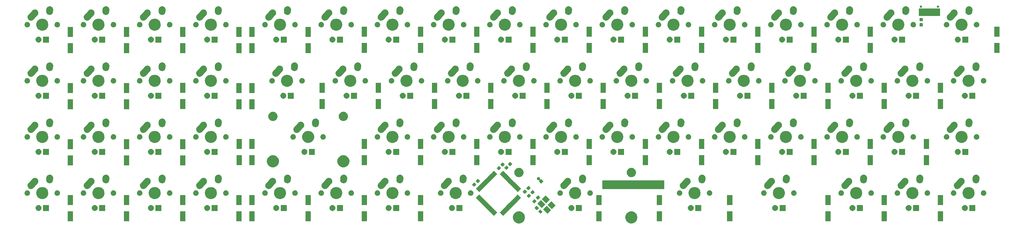
<source format=gbr>
G04 #@! TF.GenerationSoftware,KiCad,Pcbnew,5.0.2+dfsg1-1*
G04 #@! TF.CreationDate,2020-05-11T02:21:25-07:00*
G04 #@! TF.ProjectId,keyboard,6b657962-6f61-4726-942e-6b696361645f,rev?*
G04 #@! TF.SameCoordinates,Original*
G04 #@! TF.FileFunction,Soldermask,Bot*
G04 #@! TF.FilePolarity,Negative*
%FSLAX46Y46*%
G04 Gerber Fmt 4.6, Leading zero omitted, Abs format (unit mm)*
G04 Created by KiCad (PCBNEW 5.0.2+dfsg1-1) date Mon 11 May 2020 02:21:25 AM PDT*
%MOMM*%
%LPD*%
G01*
G04 APERTURE LIST*
%ADD10C,0.150000*%
%ADD11C,0.100000*%
G04 APERTURE END LIST*
D10*
G36*
X176022000Y-130302000D02*
X196850000Y-130302000D01*
X196850000Y-127508000D01*
X176022000Y-127508000D01*
X176022000Y-130302000D01*
G37*
X176022000Y-130302000D02*
X196850000Y-130302000D01*
X196850000Y-127508000D01*
X176022000Y-127508000D01*
X176022000Y-130302000D01*
D11*
G36*
X186333972Y-138051184D02*
X186333974Y-138051185D01*
X186333975Y-138051185D01*
X186706123Y-138205333D01*
X187041048Y-138429123D01*
X187325877Y-138713952D01*
X187549667Y-139048877D01*
X187703815Y-139421025D01*
X187703816Y-139421028D01*
X187782400Y-139816094D01*
X187782400Y-140218905D01*
X187703815Y-140613975D01*
X187549667Y-140986123D01*
X187325877Y-141321048D01*
X187041048Y-141605877D01*
X186706123Y-141829667D01*
X186333975Y-141983815D01*
X186333974Y-141983815D01*
X186333972Y-141983816D01*
X185938906Y-142062400D01*
X185536094Y-142062400D01*
X185141028Y-141983816D01*
X185141026Y-141983815D01*
X185141025Y-141983815D01*
X184768877Y-141829667D01*
X184433952Y-141605877D01*
X184149123Y-141321048D01*
X183925333Y-140986123D01*
X183771185Y-140613975D01*
X183692600Y-140218905D01*
X183692600Y-139816094D01*
X183771184Y-139421028D01*
X183771185Y-139421025D01*
X183925333Y-139048877D01*
X184149123Y-138713952D01*
X184433952Y-138429123D01*
X184768877Y-138205333D01*
X185141025Y-138051185D01*
X185141026Y-138051185D01*
X185141028Y-138051184D01*
X185536094Y-137972600D01*
X185938906Y-137972600D01*
X186333972Y-138051184D01*
X186333972Y-138051184D01*
G37*
G36*
X148233972Y-138051184D02*
X148233974Y-138051185D01*
X148233975Y-138051185D01*
X148606123Y-138205333D01*
X148941048Y-138429123D01*
X149225877Y-138713952D01*
X149449667Y-139048877D01*
X149603815Y-139421025D01*
X149603816Y-139421028D01*
X149682400Y-139816094D01*
X149682400Y-140218905D01*
X149603815Y-140613975D01*
X149449667Y-140986123D01*
X149225877Y-141321048D01*
X148941048Y-141605877D01*
X148606123Y-141829667D01*
X148233975Y-141983815D01*
X148233974Y-141983815D01*
X148233972Y-141983816D01*
X147838906Y-142062400D01*
X147436094Y-142062400D01*
X147041028Y-141983816D01*
X147041026Y-141983815D01*
X147041025Y-141983815D01*
X146668877Y-141829667D01*
X146333952Y-141605877D01*
X146049123Y-141321048D01*
X145825333Y-140986123D01*
X145671185Y-140613975D01*
X145592600Y-140218905D01*
X145592600Y-139816094D01*
X145671184Y-139421028D01*
X145671185Y-139421025D01*
X145825333Y-139048877D01*
X146049123Y-138713952D01*
X146333952Y-138429123D01*
X146668877Y-138205333D01*
X147041025Y-138051185D01*
X147041026Y-138051185D01*
X147041028Y-138051184D01*
X147436094Y-137972600D01*
X147838906Y-137972600D01*
X148233972Y-138051184D01*
X148233972Y-138051184D01*
G37*
G36*
X219976000Y-141344750D02*
X218174000Y-141344750D01*
X218174000Y-137942750D01*
X219976000Y-137942750D01*
X219976000Y-141344750D01*
X219976000Y-141344750D01*
G37*
G36*
X34619500Y-141344750D02*
X32817500Y-141344750D01*
X32817500Y-137942750D01*
X34619500Y-137942750D01*
X34619500Y-141344750D01*
X34619500Y-141344750D01*
G37*
G36*
X15569500Y-141344750D02*
X13767500Y-141344750D01*
X13767500Y-137942750D01*
X15569500Y-137942750D01*
X15569500Y-141344750D01*
X15569500Y-141344750D01*
G37*
G36*
X-3480500Y-141344750D02*
X-5282500Y-141344750D01*
X-5282500Y-137942750D01*
X-3480500Y-137942750D01*
X-3480500Y-141344750D01*
X-3480500Y-141344750D01*
G37*
G36*
X196163500Y-141344750D02*
X194361500Y-141344750D01*
X194361500Y-137942750D01*
X196163500Y-137942750D01*
X196163500Y-141344750D01*
X196163500Y-141344750D01*
G37*
G36*
X53669500Y-141344750D02*
X51867500Y-141344750D01*
X51867500Y-137942750D01*
X53669500Y-137942750D01*
X53669500Y-141344750D01*
X53669500Y-141344750D01*
G37*
G36*
X96151000Y-141344750D02*
X94349000Y-141344750D01*
X94349000Y-137942750D01*
X96151000Y-137942750D01*
X96151000Y-141344750D01*
X96151000Y-141344750D01*
G37*
G36*
X77101000Y-141344750D02*
X75299000Y-141344750D01*
X75299000Y-137942750D01*
X77101000Y-137942750D01*
X77101000Y-141344750D01*
X77101000Y-141344750D01*
G37*
G36*
X58051000Y-141344750D02*
X56249000Y-141344750D01*
X56249000Y-137942750D01*
X58051000Y-137942750D01*
X58051000Y-141344750D01*
X58051000Y-141344750D01*
G37*
G36*
X115201000Y-141344750D02*
X113399000Y-141344750D01*
X113399000Y-137942750D01*
X115201000Y-137942750D01*
X115201000Y-141344750D01*
X115201000Y-141344750D01*
G37*
G36*
X175653000Y-141344750D02*
X173851000Y-141344750D01*
X173851000Y-137942750D01*
X175653000Y-137942750D01*
X175653000Y-141344750D01*
X175653000Y-141344750D01*
G37*
G36*
X253313500Y-141344750D02*
X251511500Y-141344750D01*
X251511500Y-137942750D01*
X253313500Y-137942750D01*
X253313500Y-141344750D01*
X253313500Y-141344750D01*
G37*
G36*
X291413500Y-141344750D02*
X289611500Y-141344750D01*
X289611500Y-137942750D01*
X291413500Y-137942750D01*
X291413500Y-141344750D01*
X291413500Y-141344750D01*
G37*
G36*
X272363500Y-141344750D02*
X270561500Y-141344750D01*
X270561500Y-137942750D01*
X272363500Y-137942750D01*
X272363500Y-141344750D01*
X272363500Y-141344750D01*
G37*
G36*
X148371846Y-133363958D02*
X147822424Y-133913380D01*
X147256738Y-134479065D01*
X146763178Y-134972626D01*
X143862626Y-137873178D01*
X143296940Y-138438863D01*
X142803380Y-138932424D01*
X142253958Y-139481846D01*
X141121172Y-138349060D01*
X141598470Y-137871763D01*
X141598479Y-137871752D01*
X142801954Y-136668277D01*
X142801965Y-136668268D01*
X143295526Y-136174707D01*
X143295535Y-136174696D01*
X143933325Y-135536906D01*
X143933336Y-135536897D01*
X144426897Y-135043336D01*
X144426906Y-135043325D01*
X145064696Y-134405535D01*
X145064707Y-134405526D01*
X145558268Y-133911965D01*
X145558277Y-133911954D01*
X146761752Y-132708479D01*
X146761763Y-132708470D01*
X147239060Y-132231172D01*
X148371846Y-133363958D01*
X148371846Y-133363958D01*
G37*
G36*
X134670238Y-132708470D02*
X134670244Y-132708475D01*
X135873728Y-133911959D01*
X135873733Y-133911965D01*
X136367294Y-134405526D01*
X136367300Y-134405531D01*
X137005099Y-135043330D01*
X137005104Y-135043336D01*
X137498665Y-135536897D01*
X137498671Y-135536902D01*
X138136470Y-136174701D01*
X138136475Y-136174707D01*
X138630036Y-136668268D01*
X138630042Y-136668273D01*
X139833526Y-137871757D01*
X139833531Y-137871763D01*
X140310828Y-138349060D01*
X139178042Y-139481846D01*
X138628626Y-138932430D01*
X138628621Y-138932424D01*
X137569375Y-137873178D01*
X137569369Y-137873173D01*
X136931570Y-137235374D01*
X136931565Y-137235368D01*
X136438004Y-136741807D01*
X136437998Y-136741802D01*
X135800199Y-136104003D01*
X135800194Y-136103997D01*
X135306633Y-135610436D01*
X135306627Y-135610431D01*
X134668828Y-134972632D01*
X134668823Y-134972626D01*
X133609577Y-133913380D01*
X133609571Y-133913375D01*
X133060154Y-133363958D01*
X134192940Y-132231172D01*
X134670238Y-132708470D01*
X134670238Y-132708470D01*
G37*
G36*
X158522622Y-137523905D02*
X157283770Y-138762757D01*
X155832786Y-137311773D01*
X157071638Y-136072921D01*
X158522622Y-137523905D01*
X158522622Y-137523905D01*
G37*
G36*
X154911894Y-137357263D02*
X154949388Y-137368637D01*
X154983952Y-137387112D01*
X155019013Y-137415886D01*
X155541364Y-137938237D01*
X155570138Y-137973298D01*
X155588613Y-138007862D01*
X155599987Y-138045356D01*
X155603827Y-138084355D01*
X155599987Y-138123354D01*
X155588613Y-138160848D01*
X155570138Y-138195412D01*
X155541364Y-138230473D01*
X155089723Y-138682114D01*
X155054662Y-138710888D01*
X155020098Y-138729363D01*
X154982604Y-138740737D01*
X154943605Y-138744577D01*
X154904606Y-138740737D01*
X154867112Y-138729363D01*
X154832548Y-138710888D01*
X154797487Y-138682114D01*
X154275136Y-138159763D01*
X154246362Y-138124702D01*
X154227887Y-138090138D01*
X154216513Y-138052644D01*
X154212673Y-138013645D01*
X154216513Y-137974646D01*
X154227887Y-137937152D01*
X154246362Y-137902588D01*
X154275136Y-137867527D01*
X154726777Y-137415886D01*
X154761838Y-137387112D01*
X154796402Y-137368637D01*
X154833896Y-137357263D01*
X154872895Y-137353423D01*
X154911894Y-137357263D01*
X154911894Y-137357263D01*
G37*
G36*
X87998500Y-137846000D02*
X85991500Y-137846000D01*
X85991500Y-135839000D01*
X87998500Y-135839000D01*
X87998500Y-137846000D01*
X87998500Y-137846000D01*
G37*
G36*
X-15053512Y-135843804D02*
X-14883790Y-135877563D01*
X-14701164Y-135953209D01*
X-14536806Y-136063030D01*
X-14397030Y-136202806D01*
X-14287209Y-136367164D01*
X-14211563Y-136549790D01*
X-14173000Y-136743664D01*
X-14173000Y-136941336D01*
X-14211563Y-137135210D01*
X-14287209Y-137317836D01*
X-14397030Y-137482194D01*
X-14536806Y-137621970D01*
X-14701164Y-137731791D01*
X-14883790Y-137807437D01*
X-15053512Y-137841196D01*
X-15077663Y-137846000D01*
X-15275337Y-137846000D01*
X-15299488Y-137841196D01*
X-15469210Y-137807437D01*
X-15651836Y-137731791D01*
X-15816194Y-137621970D01*
X-15955970Y-137482194D01*
X-16065791Y-137317836D01*
X-16141437Y-137135210D01*
X-16180000Y-136941336D01*
X-16180000Y-136743664D01*
X-16141437Y-136549790D01*
X-16065791Y-136367164D01*
X-15955970Y-136202806D01*
X-15816194Y-136063030D01*
X-15651836Y-135953209D01*
X-15469210Y-135877563D01*
X-15299488Y-135843804D01*
X-15275337Y-135839000D01*
X-15077663Y-135839000D01*
X-15053512Y-135843804D01*
X-15053512Y-135843804D01*
G37*
G36*
X7417000Y-137846000D02*
X5410000Y-137846000D01*
X5410000Y-135839000D01*
X7417000Y-135839000D01*
X7417000Y-137846000D01*
X7417000Y-137846000D01*
G37*
G36*
X-11633000Y-137846000D02*
X-13640000Y-137846000D01*
X-13640000Y-135839000D01*
X-11633000Y-135839000D01*
X-11633000Y-137846000D01*
X-11633000Y-137846000D01*
G37*
G36*
X26467000Y-137846000D02*
X24460000Y-137846000D01*
X24460000Y-135839000D01*
X26467000Y-135839000D01*
X26467000Y-137846000D01*
X26467000Y-137846000D01*
G37*
G36*
X23046488Y-135843804D02*
X23216210Y-135877563D01*
X23398836Y-135953209D01*
X23563194Y-136063030D01*
X23702970Y-136202806D01*
X23812791Y-136367164D01*
X23888437Y-136549790D01*
X23927000Y-136743664D01*
X23927000Y-136941336D01*
X23888437Y-137135210D01*
X23812791Y-137317836D01*
X23702970Y-137482194D01*
X23563194Y-137621970D01*
X23398836Y-137731791D01*
X23216210Y-137807437D01*
X23046488Y-137841196D01*
X23022337Y-137846000D01*
X22824663Y-137846000D01*
X22800512Y-137841196D01*
X22630790Y-137807437D01*
X22448164Y-137731791D01*
X22283806Y-137621970D01*
X22144030Y-137482194D01*
X22034209Y-137317836D01*
X21958563Y-137135210D01*
X21920000Y-136941336D01*
X21920000Y-136743664D01*
X21958563Y-136549790D01*
X22034209Y-136367164D01*
X22144030Y-136202806D01*
X22283806Y-136063030D01*
X22448164Y-135953209D01*
X22630790Y-135877563D01*
X22800512Y-135843804D01*
X22824663Y-135839000D01*
X23022337Y-135839000D01*
X23046488Y-135843804D01*
X23046488Y-135843804D01*
G37*
G36*
X238017250Y-137846000D02*
X236010250Y-137846000D01*
X236010250Y-135839000D01*
X238017250Y-135839000D01*
X238017250Y-137846000D01*
X238017250Y-137846000D01*
G37*
G36*
X234596738Y-135843804D02*
X234766460Y-135877563D01*
X234949086Y-135953209D01*
X235113444Y-136063030D01*
X235253220Y-136202806D01*
X235363041Y-136367164D01*
X235438687Y-136549790D01*
X235477250Y-136743664D01*
X235477250Y-136941336D01*
X235438687Y-137135210D01*
X235363041Y-137317836D01*
X235253220Y-137482194D01*
X235113444Y-137621970D01*
X234949086Y-137731791D01*
X234766460Y-137807437D01*
X234596738Y-137841196D01*
X234572587Y-137846000D01*
X234374913Y-137846000D01*
X234350762Y-137841196D01*
X234181040Y-137807437D01*
X233998414Y-137731791D01*
X233834056Y-137621970D01*
X233694280Y-137482194D01*
X233584459Y-137317836D01*
X233508813Y-137135210D01*
X233470250Y-136941336D01*
X233470250Y-136743664D01*
X233508813Y-136549790D01*
X233584459Y-136367164D01*
X233694280Y-136202806D01*
X233834056Y-136063030D01*
X233998414Y-135953209D01*
X234181040Y-135877563D01*
X234350762Y-135843804D01*
X234374913Y-135839000D01*
X234572587Y-135839000D01*
X234596738Y-135843804D01*
X234596738Y-135843804D01*
G37*
G36*
X128479750Y-137846000D02*
X126472750Y-137846000D01*
X126472750Y-135839000D01*
X128479750Y-135839000D01*
X128479750Y-137846000D01*
X128479750Y-137846000D01*
G37*
G36*
X125059238Y-135843804D02*
X125228960Y-135877563D01*
X125411586Y-135953209D01*
X125575944Y-136063030D01*
X125715720Y-136202806D01*
X125825541Y-136367164D01*
X125901187Y-136549790D01*
X125939750Y-136743664D01*
X125939750Y-136941336D01*
X125901187Y-137135210D01*
X125825541Y-137317836D01*
X125715720Y-137482194D01*
X125575944Y-137621970D01*
X125411586Y-137731791D01*
X125228960Y-137807437D01*
X125059238Y-137841196D01*
X125035087Y-137846000D01*
X124837413Y-137846000D01*
X124813262Y-137841196D01*
X124643540Y-137807437D01*
X124460914Y-137731791D01*
X124296556Y-137621970D01*
X124156780Y-137482194D01*
X124046959Y-137317836D01*
X123971313Y-137135210D01*
X123932750Y-136941336D01*
X123932750Y-136743664D01*
X123971313Y-136549790D01*
X124046959Y-136367164D01*
X124156780Y-136202806D01*
X124296556Y-136063030D01*
X124460914Y-135953209D01*
X124643540Y-135877563D01*
X124813262Y-135843804D01*
X124837413Y-135839000D01*
X125035087Y-135839000D01*
X125059238Y-135843804D01*
X125059238Y-135843804D01*
G37*
G36*
X209442250Y-137846000D02*
X207435250Y-137846000D01*
X207435250Y-135839000D01*
X209442250Y-135839000D01*
X209442250Y-137846000D01*
X209442250Y-137846000D01*
G37*
G36*
X206021738Y-135843804D02*
X206191460Y-135877563D01*
X206374086Y-135953209D01*
X206538444Y-136063030D01*
X206678220Y-136202806D01*
X206788041Y-136367164D01*
X206863687Y-136549790D01*
X206902250Y-136743664D01*
X206902250Y-136941336D01*
X206863687Y-137135210D01*
X206788041Y-137317836D01*
X206678220Y-137482194D01*
X206538444Y-137621970D01*
X206374086Y-137731791D01*
X206191460Y-137807437D01*
X206021738Y-137841196D01*
X205997587Y-137846000D01*
X205799913Y-137846000D01*
X205775762Y-137841196D01*
X205606040Y-137807437D01*
X205423414Y-137731791D01*
X205259056Y-137621970D01*
X205119280Y-137482194D01*
X205009459Y-137317836D01*
X204933813Y-137135210D01*
X204895250Y-136941336D01*
X204895250Y-136743664D01*
X204933813Y-136549790D01*
X205009459Y-136367164D01*
X205119280Y-136202806D01*
X205259056Y-136063030D01*
X205423414Y-135953209D01*
X205606040Y-135877563D01*
X205775762Y-135843804D01*
X205799913Y-135839000D01*
X205997587Y-135839000D01*
X206021738Y-135843804D01*
X206021738Y-135843804D01*
G37*
G36*
X68948500Y-137846000D02*
X66941500Y-137846000D01*
X66941500Y-135839000D01*
X68948500Y-135839000D01*
X68948500Y-137846000D01*
X68948500Y-137846000D01*
G37*
G36*
X65527988Y-135843804D02*
X65697710Y-135877563D01*
X65880336Y-135953209D01*
X66044694Y-136063030D01*
X66184470Y-136202806D01*
X66294291Y-136367164D01*
X66369937Y-136549790D01*
X66408500Y-136743664D01*
X66408500Y-136941336D01*
X66369937Y-137135210D01*
X66294291Y-137317836D01*
X66184470Y-137482194D01*
X66044694Y-137621970D01*
X65880336Y-137731791D01*
X65697710Y-137807437D01*
X65527988Y-137841196D01*
X65503837Y-137846000D01*
X65306163Y-137846000D01*
X65282012Y-137841196D01*
X65112290Y-137807437D01*
X64929664Y-137731791D01*
X64765306Y-137621970D01*
X64625530Y-137482194D01*
X64515709Y-137317836D01*
X64440063Y-137135210D01*
X64401500Y-136941336D01*
X64401500Y-136743664D01*
X64440063Y-136549790D01*
X64515709Y-136367164D01*
X64625530Y-136202806D01*
X64765306Y-136063030D01*
X64929664Y-135953209D01*
X65112290Y-135877563D01*
X65282012Y-135843804D01*
X65306163Y-135839000D01*
X65503837Y-135839000D01*
X65527988Y-135843804D01*
X65527988Y-135843804D01*
G37*
G36*
X107048500Y-137846000D02*
X105041500Y-137846000D01*
X105041500Y-135839000D01*
X107048500Y-135839000D01*
X107048500Y-137846000D01*
X107048500Y-137846000D01*
G37*
G36*
X84577988Y-135843804D02*
X84747710Y-135877563D01*
X84930336Y-135953209D01*
X85094694Y-136063030D01*
X85234470Y-136202806D01*
X85344291Y-136367164D01*
X85419937Y-136549790D01*
X85458500Y-136743664D01*
X85458500Y-136941336D01*
X85419937Y-137135210D01*
X85344291Y-137317836D01*
X85234470Y-137482194D01*
X85094694Y-137621970D01*
X84930336Y-137731791D01*
X84747710Y-137807437D01*
X84577988Y-137841196D01*
X84553837Y-137846000D01*
X84356163Y-137846000D01*
X84332012Y-137841196D01*
X84162290Y-137807437D01*
X83979664Y-137731791D01*
X83815306Y-137621970D01*
X83675530Y-137482194D01*
X83565709Y-137317836D01*
X83490063Y-137135210D01*
X83451500Y-136941336D01*
X83451500Y-136743664D01*
X83490063Y-136549790D01*
X83565709Y-136367164D01*
X83675530Y-136202806D01*
X83815306Y-136063030D01*
X83979664Y-135953209D01*
X84162290Y-135877563D01*
X84332012Y-135843804D01*
X84356163Y-135839000D01*
X84553837Y-135839000D01*
X84577988Y-135843804D01*
X84577988Y-135843804D01*
G37*
G36*
X283261000Y-137846000D02*
X281254000Y-137846000D01*
X281254000Y-135839000D01*
X283261000Y-135839000D01*
X283261000Y-137846000D01*
X283261000Y-137846000D01*
G37*
G36*
X298890488Y-135843804D02*
X299060210Y-135877563D01*
X299242836Y-135953209D01*
X299407194Y-136063030D01*
X299546970Y-136202806D01*
X299656791Y-136367164D01*
X299732437Y-136549790D01*
X299771000Y-136743664D01*
X299771000Y-136941336D01*
X299732437Y-137135210D01*
X299656791Y-137317836D01*
X299546970Y-137482194D01*
X299407194Y-137621970D01*
X299242836Y-137731791D01*
X299060210Y-137807437D01*
X298890488Y-137841196D01*
X298866337Y-137846000D01*
X298668663Y-137846000D01*
X298644512Y-137841196D01*
X298474790Y-137807437D01*
X298292164Y-137731791D01*
X298127806Y-137621970D01*
X297988030Y-137482194D01*
X297878209Y-137317836D01*
X297802563Y-137135210D01*
X297764000Y-136941336D01*
X297764000Y-136743664D01*
X297802563Y-136549790D01*
X297878209Y-136367164D01*
X297988030Y-136202806D01*
X298127806Y-136063030D01*
X298292164Y-135953209D01*
X298474790Y-135877563D01*
X298644512Y-135843804D01*
X298668663Y-135839000D01*
X298866337Y-135839000D01*
X298890488Y-135843804D01*
X298890488Y-135843804D01*
G37*
G36*
X302311000Y-137846000D02*
X300304000Y-137846000D01*
X300304000Y-135839000D01*
X302311000Y-135839000D01*
X302311000Y-137846000D01*
X302311000Y-137846000D01*
G37*
G36*
X168961000Y-137846000D02*
X166954000Y-137846000D01*
X166954000Y-135839000D01*
X168961000Y-135839000D01*
X168961000Y-137846000D01*
X168961000Y-137846000D01*
G37*
G36*
X165540488Y-135843804D02*
X165710210Y-135877563D01*
X165892836Y-135953209D01*
X166057194Y-136063030D01*
X166196970Y-136202806D01*
X166306791Y-136367164D01*
X166382437Y-136549790D01*
X166421000Y-136743664D01*
X166421000Y-136941336D01*
X166382437Y-137135210D01*
X166306791Y-137317836D01*
X166196970Y-137482194D01*
X166057194Y-137621970D01*
X165892836Y-137731791D01*
X165710210Y-137807437D01*
X165540488Y-137841196D01*
X165516337Y-137846000D01*
X165318663Y-137846000D01*
X165294512Y-137841196D01*
X165124790Y-137807437D01*
X164942164Y-137731791D01*
X164777806Y-137621970D01*
X164638030Y-137482194D01*
X164528209Y-137317836D01*
X164452563Y-137135210D01*
X164414000Y-136941336D01*
X164414000Y-136743664D01*
X164452563Y-136549790D01*
X164528209Y-136367164D01*
X164638030Y-136202806D01*
X164777806Y-136063030D01*
X164942164Y-135953209D01*
X165124790Y-135877563D01*
X165294512Y-135843804D01*
X165318663Y-135839000D01*
X165516337Y-135839000D01*
X165540488Y-135843804D01*
X165540488Y-135843804D01*
G37*
G36*
X260790488Y-135843804D02*
X260960210Y-135877563D01*
X261142836Y-135953209D01*
X261307194Y-136063030D01*
X261446970Y-136202806D01*
X261556791Y-136367164D01*
X261632437Y-136549790D01*
X261671000Y-136743664D01*
X261671000Y-136941336D01*
X261632437Y-137135210D01*
X261556791Y-137317836D01*
X261446970Y-137482194D01*
X261307194Y-137621970D01*
X261142836Y-137731791D01*
X260960210Y-137807437D01*
X260790488Y-137841196D01*
X260766337Y-137846000D01*
X260568663Y-137846000D01*
X260544512Y-137841196D01*
X260374790Y-137807437D01*
X260192164Y-137731791D01*
X260027806Y-137621970D01*
X259888030Y-137482194D01*
X259778209Y-137317836D01*
X259702563Y-137135210D01*
X259664000Y-136941336D01*
X259664000Y-136743664D01*
X259702563Y-136549790D01*
X259778209Y-136367164D01*
X259888030Y-136202806D01*
X260027806Y-136063030D01*
X260192164Y-135953209D01*
X260374790Y-135877563D01*
X260544512Y-135843804D01*
X260568663Y-135839000D01*
X260766337Y-135839000D01*
X260790488Y-135843804D01*
X260790488Y-135843804D01*
G37*
G36*
X264211000Y-137846000D02*
X262204000Y-137846000D01*
X262204000Y-135839000D01*
X264211000Y-135839000D01*
X264211000Y-137846000D01*
X264211000Y-137846000D01*
G37*
G36*
X279840488Y-135843804D02*
X280010210Y-135877563D01*
X280192836Y-135953209D01*
X280357194Y-136063030D01*
X280496970Y-136202806D01*
X280606791Y-136367164D01*
X280682437Y-136549790D01*
X280721000Y-136743664D01*
X280721000Y-136941336D01*
X280682437Y-137135210D01*
X280606791Y-137317836D01*
X280496970Y-137482194D01*
X280357194Y-137621970D01*
X280192836Y-137731791D01*
X280010210Y-137807437D01*
X279840488Y-137841196D01*
X279816337Y-137846000D01*
X279618663Y-137846000D01*
X279594512Y-137841196D01*
X279424790Y-137807437D01*
X279242164Y-137731791D01*
X279077806Y-137621970D01*
X278938030Y-137482194D01*
X278828209Y-137317836D01*
X278752563Y-137135210D01*
X278714000Y-136941336D01*
X278714000Y-136743664D01*
X278752563Y-136549790D01*
X278828209Y-136367164D01*
X278938030Y-136202806D01*
X279077806Y-136063030D01*
X279242164Y-135953209D01*
X279424790Y-135877563D01*
X279594512Y-135843804D01*
X279618663Y-135839000D01*
X279816337Y-135839000D01*
X279840488Y-135843804D01*
X279840488Y-135843804D01*
G37*
G36*
X45517000Y-137846000D02*
X43510000Y-137846000D01*
X43510000Y-135839000D01*
X45517000Y-135839000D01*
X45517000Y-137846000D01*
X45517000Y-137846000D01*
G37*
G36*
X42096488Y-135843804D02*
X42266210Y-135877563D01*
X42448836Y-135953209D01*
X42613194Y-136063030D01*
X42752970Y-136202806D01*
X42862791Y-136367164D01*
X42938437Y-136549790D01*
X42977000Y-136743664D01*
X42977000Y-136941336D01*
X42938437Y-137135210D01*
X42862791Y-137317836D01*
X42752970Y-137482194D01*
X42613194Y-137621970D01*
X42448836Y-137731791D01*
X42266210Y-137807437D01*
X42096488Y-137841196D01*
X42072337Y-137846000D01*
X41874663Y-137846000D01*
X41850512Y-137841196D01*
X41680790Y-137807437D01*
X41498164Y-137731791D01*
X41333806Y-137621970D01*
X41194030Y-137482194D01*
X41084209Y-137317836D01*
X41008563Y-137135210D01*
X40970000Y-136941336D01*
X40970000Y-136743664D01*
X41008563Y-136549790D01*
X41084209Y-136367164D01*
X41194030Y-136202806D01*
X41333806Y-136063030D01*
X41498164Y-135953209D01*
X41680790Y-135877563D01*
X41850512Y-135843804D01*
X41874663Y-135839000D01*
X42072337Y-135839000D01*
X42096488Y-135843804D01*
X42096488Y-135843804D01*
G37*
G36*
X3996488Y-135843804D02*
X4166210Y-135877563D01*
X4348836Y-135953209D01*
X4513194Y-136063030D01*
X4652970Y-136202806D01*
X4762791Y-136367164D01*
X4838437Y-136549790D01*
X4877000Y-136743664D01*
X4877000Y-136941336D01*
X4838437Y-137135210D01*
X4762791Y-137317836D01*
X4652970Y-137482194D01*
X4513194Y-137621970D01*
X4348836Y-137731791D01*
X4166210Y-137807437D01*
X3996488Y-137841196D01*
X3972337Y-137846000D01*
X3774663Y-137846000D01*
X3750512Y-137841196D01*
X3580790Y-137807437D01*
X3398164Y-137731791D01*
X3233806Y-137621970D01*
X3094030Y-137482194D01*
X2984209Y-137317836D01*
X2908563Y-137135210D01*
X2870000Y-136941336D01*
X2870000Y-136743664D01*
X2908563Y-136549790D01*
X2984209Y-136367164D01*
X3094030Y-136202806D01*
X3233806Y-136063030D01*
X3398164Y-135953209D01*
X3580790Y-135877563D01*
X3750512Y-135843804D01*
X3774663Y-135839000D01*
X3972337Y-135839000D01*
X3996488Y-135843804D01*
X3996488Y-135843804D01*
G37*
G36*
X103627988Y-135843804D02*
X103797710Y-135877563D01*
X103980336Y-135953209D01*
X104144694Y-136063030D01*
X104284470Y-136202806D01*
X104394291Y-136367164D01*
X104469937Y-136549790D01*
X104508500Y-136743664D01*
X104508500Y-136941336D01*
X104469937Y-137135210D01*
X104394291Y-137317836D01*
X104284470Y-137482194D01*
X104144694Y-137621970D01*
X103980336Y-137731791D01*
X103797710Y-137807437D01*
X103627988Y-137841196D01*
X103603837Y-137846000D01*
X103406163Y-137846000D01*
X103382012Y-137841196D01*
X103212290Y-137807437D01*
X103029664Y-137731791D01*
X102865306Y-137621970D01*
X102725530Y-137482194D01*
X102615709Y-137317836D01*
X102540063Y-137135210D01*
X102501500Y-136941336D01*
X102501500Y-136743664D01*
X102540063Y-136549790D01*
X102615709Y-136367164D01*
X102725530Y-136202806D01*
X102865306Y-136063030D01*
X103029664Y-135953209D01*
X103212290Y-135877563D01*
X103382012Y-135843804D01*
X103406163Y-135839000D01*
X103603837Y-135839000D01*
X103627988Y-135843804D01*
X103627988Y-135843804D01*
G37*
G36*
X153674458Y-136119827D02*
X153711952Y-136131201D01*
X153746516Y-136149676D01*
X153781577Y-136178450D01*
X154303928Y-136700801D01*
X154332702Y-136735862D01*
X154351177Y-136770426D01*
X154362551Y-136807920D01*
X154366391Y-136846919D01*
X154362551Y-136885918D01*
X154351177Y-136923412D01*
X154332702Y-136957976D01*
X154303928Y-136993037D01*
X153852287Y-137444678D01*
X153817226Y-137473452D01*
X153782662Y-137491927D01*
X153745168Y-137503301D01*
X153706169Y-137507141D01*
X153667170Y-137503301D01*
X153629676Y-137491927D01*
X153595112Y-137473452D01*
X153560051Y-137444678D01*
X153037700Y-136922327D01*
X153008926Y-136887266D01*
X152990451Y-136852702D01*
X152979077Y-136815208D01*
X152975237Y-136776209D01*
X152979077Y-136737210D01*
X152990451Y-136699716D01*
X153008926Y-136665152D01*
X153037700Y-136630091D01*
X153489341Y-136178450D01*
X153524402Y-136149676D01*
X153558966Y-136131201D01*
X153596460Y-136119827D01*
X153635459Y-136115987D01*
X153674458Y-136119827D01*
X153674458Y-136119827D01*
G37*
G36*
X160078257Y-135968270D02*
X158839405Y-137207122D01*
X157388421Y-135756138D01*
X158627273Y-134517286D01*
X160078257Y-135968270D01*
X160078257Y-135968270D01*
G37*
G36*
X156578079Y-135579362D02*
X155339227Y-136818214D01*
X153888243Y-135367230D01*
X155127095Y-134128378D01*
X156578079Y-135579362D01*
X156578079Y-135579362D01*
G37*
G36*
X175653000Y-135844750D02*
X173851000Y-135844750D01*
X173851000Y-132442750D01*
X175653000Y-132442750D01*
X175653000Y-135844750D01*
X175653000Y-135844750D01*
G37*
G36*
X115201000Y-135844750D02*
X113399000Y-135844750D01*
X113399000Y-132442750D01*
X115201000Y-132442750D01*
X115201000Y-135844750D01*
X115201000Y-135844750D01*
G37*
G36*
X253313500Y-135844750D02*
X251511500Y-135844750D01*
X251511500Y-132442750D01*
X253313500Y-132442750D01*
X253313500Y-135844750D01*
X253313500Y-135844750D01*
G37*
G36*
X34619500Y-135844750D02*
X32817500Y-135844750D01*
X32817500Y-132442750D01*
X34619500Y-132442750D01*
X34619500Y-135844750D01*
X34619500Y-135844750D01*
G37*
G36*
X291413500Y-135844750D02*
X289611500Y-135844750D01*
X289611500Y-132442750D01*
X291413500Y-132442750D01*
X291413500Y-135844750D01*
X291413500Y-135844750D01*
G37*
G36*
X58051000Y-135844750D02*
X56249000Y-135844750D01*
X56249000Y-132442750D01*
X58051000Y-132442750D01*
X58051000Y-135844750D01*
X58051000Y-135844750D01*
G37*
G36*
X77101000Y-135844750D02*
X75299000Y-135844750D01*
X75299000Y-132442750D01*
X77101000Y-132442750D01*
X77101000Y-135844750D01*
X77101000Y-135844750D01*
G37*
G36*
X219976000Y-135844750D02*
X218174000Y-135844750D01*
X218174000Y-132442750D01*
X219976000Y-132442750D01*
X219976000Y-135844750D01*
X219976000Y-135844750D01*
G37*
G36*
X196163500Y-135844750D02*
X194361500Y-135844750D01*
X194361500Y-132442750D01*
X196163500Y-132442750D01*
X196163500Y-135844750D01*
X196163500Y-135844750D01*
G37*
G36*
X15569500Y-135844750D02*
X13767500Y-135844750D01*
X13767500Y-132442750D01*
X15569500Y-132442750D01*
X15569500Y-135844750D01*
X15569500Y-135844750D01*
G37*
G36*
X272363500Y-135844750D02*
X270561500Y-135844750D01*
X270561500Y-132442750D01*
X272363500Y-132442750D01*
X272363500Y-135844750D01*
X272363500Y-135844750D01*
G37*
G36*
X-3480500Y-135844750D02*
X-5282500Y-135844750D01*
X-5282500Y-132442750D01*
X-3480500Y-132442750D01*
X-3480500Y-135844750D01*
X-3480500Y-135844750D01*
G37*
G36*
X53669500Y-135844750D02*
X51867500Y-135844750D01*
X51867500Y-132442750D01*
X53669500Y-132442750D01*
X53669500Y-135844750D01*
X53669500Y-135844750D01*
G37*
G36*
X96151000Y-135844750D02*
X94349000Y-135844750D01*
X94349000Y-132442750D01*
X96151000Y-132442750D01*
X96151000Y-135844750D01*
X96151000Y-135844750D01*
G37*
G36*
X158133714Y-134023727D02*
X156894862Y-135262579D01*
X155443878Y-133811595D01*
X156682730Y-132572743D01*
X158133714Y-134023727D01*
X158133714Y-134023727D01*
G37*
G36*
X152951418Y-133832199D02*
X152988912Y-133843573D01*
X153023476Y-133862048D01*
X153058537Y-133890822D01*
X153510178Y-134342463D01*
X153538952Y-134377524D01*
X153557427Y-134412088D01*
X153568801Y-134449582D01*
X153572641Y-134488581D01*
X153568801Y-134527580D01*
X153557427Y-134565074D01*
X153538952Y-134599638D01*
X153510178Y-134634699D01*
X152987827Y-135157050D01*
X152952766Y-135185824D01*
X152918202Y-135204299D01*
X152880708Y-135215673D01*
X152841709Y-135219513D01*
X152802710Y-135215673D01*
X152765216Y-135204299D01*
X152730652Y-135185824D01*
X152695591Y-135157050D01*
X152243950Y-134705409D01*
X152215176Y-134670348D01*
X152196701Y-134635784D01*
X152185327Y-134598290D01*
X152181487Y-134559291D01*
X152185327Y-134520292D01*
X152196701Y-134482798D01*
X152215176Y-134448234D01*
X152243950Y-134413173D01*
X152766301Y-133890822D01*
X152801362Y-133862048D01*
X152835926Y-133843573D01*
X152873420Y-133832199D01*
X152912419Y-133828359D01*
X152951418Y-133832199D01*
X152951418Y-133832199D01*
G37*
G36*
X154188854Y-132594763D02*
X154226348Y-132606137D01*
X154260912Y-132624612D01*
X154295973Y-132653386D01*
X154747614Y-133105027D01*
X154776388Y-133140088D01*
X154794863Y-133174652D01*
X154806237Y-133212146D01*
X154810077Y-133251145D01*
X154806237Y-133290144D01*
X154794863Y-133327638D01*
X154776388Y-133362202D01*
X154747614Y-133397263D01*
X154225263Y-133919614D01*
X154190202Y-133948388D01*
X154155638Y-133966863D01*
X154118144Y-133978237D01*
X154079145Y-133982077D01*
X154040146Y-133978237D01*
X154002652Y-133966863D01*
X153968088Y-133948388D01*
X153933027Y-133919614D01*
X153481386Y-133467973D01*
X153452612Y-133432912D01*
X153434137Y-133398348D01*
X153422763Y-133360854D01*
X153418923Y-133321855D01*
X153422763Y-133282856D01*
X153434137Y-133245362D01*
X153452612Y-133210798D01*
X153481386Y-133175737D01*
X154003737Y-132653386D01*
X154038798Y-132624612D01*
X154073362Y-132606137D01*
X154110856Y-132594763D01*
X154149855Y-132590923D01*
X154188854Y-132594763D01*
X154188854Y-132594763D01*
G37*
G36*
X24789972Y-129796184D02*
X24789974Y-129796185D01*
X24789975Y-129796185D01*
X25162123Y-129950333D01*
X25497048Y-130174123D01*
X25781877Y-130458952D01*
X26005667Y-130793877D01*
X26108951Y-131043228D01*
X26159816Y-131166028D01*
X26238400Y-131561094D01*
X26238400Y-131963906D01*
X26191214Y-132201126D01*
X26159815Y-132358975D01*
X26005667Y-132731123D01*
X25781877Y-133066048D01*
X25497048Y-133350877D01*
X25162123Y-133574667D01*
X24789975Y-133728815D01*
X24789974Y-133728815D01*
X24789972Y-133728816D01*
X24394906Y-133807400D01*
X23992094Y-133807400D01*
X23597028Y-133728816D01*
X23597026Y-133728815D01*
X23597025Y-133728815D01*
X23224877Y-133574667D01*
X22889952Y-133350877D01*
X22605123Y-133066048D01*
X22381333Y-132731123D01*
X22227185Y-132358975D01*
X22195787Y-132201126D01*
X22148600Y-131963906D01*
X22148600Y-131561094D01*
X22227184Y-131166028D01*
X22278049Y-131043228D01*
X22381333Y-130793877D01*
X22605123Y-130458952D01*
X22889952Y-130174123D01*
X23224877Y-129950333D01*
X23597025Y-129796185D01*
X23597026Y-129796185D01*
X23597028Y-129796184D01*
X23992094Y-129717600D01*
X24394906Y-129717600D01*
X24789972Y-129796184D01*
X24789972Y-129796184D01*
G37*
G36*
X207765222Y-129796184D02*
X207765224Y-129796185D01*
X207765225Y-129796185D01*
X208137373Y-129950333D01*
X208472298Y-130174123D01*
X208757127Y-130458952D01*
X208980917Y-130793877D01*
X209084201Y-131043228D01*
X209135066Y-131166028D01*
X209213650Y-131561094D01*
X209213650Y-131963906D01*
X209166464Y-132201126D01*
X209135065Y-132358975D01*
X208980917Y-132731123D01*
X208757127Y-133066048D01*
X208472298Y-133350877D01*
X208137373Y-133574667D01*
X207765225Y-133728815D01*
X207765224Y-133728815D01*
X207765222Y-133728816D01*
X207370156Y-133807400D01*
X206967344Y-133807400D01*
X206572278Y-133728816D01*
X206572276Y-133728815D01*
X206572275Y-133728815D01*
X206200127Y-133574667D01*
X205865202Y-133350877D01*
X205580373Y-133066048D01*
X205356583Y-132731123D01*
X205202435Y-132358975D01*
X205171037Y-132201126D01*
X205123850Y-131963906D01*
X205123850Y-131561094D01*
X205202434Y-131166028D01*
X205253299Y-131043228D01*
X205356583Y-130793877D01*
X205580373Y-130458952D01*
X205865202Y-130174123D01*
X206200127Y-129950333D01*
X206572275Y-129796185D01*
X206572276Y-129796185D01*
X206572278Y-129796184D01*
X206967344Y-129717600D01*
X207370156Y-129717600D01*
X207765222Y-129796184D01*
X207765222Y-129796184D01*
G37*
G36*
X236340222Y-129796184D02*
X236340224Y-129796185D01*
X236340225Y-129796185D01*
X236712373Y-129950333D01*
X237047298Y-130174123D01*
X237332127Y-130458952D01*
X237555917Y-130793877D01*
X237659201Y-131043228D01*
X237710066Y-131166028D01*
X237788650Y-131561094D01*
X237788650Y-131963906D01*
X237741464Y-132201126D01*
X237710065Y-132358975D01*
X237555917Y-132731123D01*
X237332127Y-133066048D01*
X237047298Y-133350877D01*
X236712373Y-133574667D01*
X236340225Y-133728815D01*
X236340224Y-133728815D01*
X236340222Y-133728816D01*
X235945156Y-133807400D01*
X235542344Y-133807400D01*
X235147278Y-133728816D01*
X235147276Y-133728815D01*
X235147275Y-133728815D01*
X234775127Y-133574667D01*
X234440202Y-133350877D01*
X234155373Y-133066048D01*
X233931583Y-132731123D01*
X233777435Y-132358975D01*
X233746037Y-132201126D01*
X233698850Y-131963906D01*
X233698850Y-131561094D01*
X233777434Y-131166028D01*
X233828299Y-131043228D01*
X233931583Y-130793877D01*
X234155373Y-130458952D01*
X234440202Y-130174123D01*
X234775127Y-129950333D01*
X235147275Y-129796185D01*
X235147276Y-129796185D01*
X235147278Y-129796184D01*
X235542344Y-129717600D01*
X235945156Y-129717600D01*
X236340222Y-129796184D01*
X236340222Y-129796184D01*
G37*
G36*
X300633972Y-129796184D02*
X300633974Y-129796185D01*
X300633975Y-129796185D01*
X301006123Y-129950333D01*
X301341048Y-130174123D01*
X301625877Y-130458952D01*
X301849667Y-130793877D01*
X301952951Y-131043228D01*
X302003816Y-131166028D01*
X302082400Y-131561094D01*
X302082400Y-131963906D01*
X302035214Y-132201126D01*
X302003815Y-132358975D01*
X301849667Y-132731123D01*
X301625877Y-133066048D01*
X301341048Y-133350877D01*
X301006123Y-133574667D01*
X300633975Y-133728815D01*
X300633974Y-133728815D01*
X300633972Y-133728816D01*
X300238906Y-133807400D01*
X299836094Y-133807400D01*
X299441028Y-133728816D01*
X299441026Y-133728815D01*
X299441025Y-133728815D01*
X299068877Y-133574667D01*
X298733952Y-133350877D01*
X298449123Y-133066048D01*
X298225333Y-132731123D01*
X298071185Y-132358975D01*
X298039787Y-132201126D01*
X297992600Y-131963906D01*
X297992600Y-131561094D01*
X298071184Y-131166028D01*
X298122049Y-131043228D01*
X298225333Y-130793877D01*
X298449123Y-130458952D01*
X298733952Y-130174123D01*
X299068877Y-129950333D01*
X299441025Y-129796185D01*
X299441026Y-129796185D01*
X299441028Y-129796184D01*
X299836094Y-129717600D01*
X300238906Y-129717600D01*
X300633972Y-129796184D01*
X300633972Y-129796184D01*
G37*
G36*
X67271472Y-129796184D02*
X67271474Y-129796185D01*
X67271475Y-129796185D01*
X67643623Y-129950333D01*
X67978548Y-130174123D01*
X68263377Y-130458952D01*
X68487167Y-130793877D01*
X68590451Y-131043228D01*
X68641316Y-131166028D01*
X68719900Y-131561094D01*
X68719900Y-131963906D01*
X68672714Y-132201126D01*
X68641315Y-132358975D01*
X68487167Y-132731123D01*
X68263377Y-133066048D01*
X67978548Y-133350877D01*
X67643623Y-133574667D01*
X67271475Y-133728815D01*
X67271474Y-133728815D01*
X67271472Y-133728816D01*
X66876406Y-133807400D01*
X66473594Y-133807400D01*
X66078528Y-133728816D01*
X66078526Y-133728815D01*
X66078525Y-133728815D01*
X65706377Y-133574667D01*
X65371452Y-133350877D01*
X65086623Y-133066048D01*
X64862833Y-132731123D01*
X64708685Y-132358975D01*
X64677287Y-132201126D01*
X64630100Y-131963906D01*
X64630100Y-131561094D01*
X64708684Y-131166028D01*
X64759549Y-131043228D01*
X64862833Y-130793877D01*
X65086623Y-130458952D01*
X65371452Y-130174123D01*
X65706377Y-129950333D01*
X66078525Y-129796185D01*
X66078526Y-129796185D01*
X66078528Y-129796184D01*
X66473594Y-129717600D01*
X66876406Y-129717600D01*
X67271472Y-129796184D01*
X67271472Y-129796184D01*
G37*
G36*
X126802722Y-129796184D02*
X126802724Y-129796185D01*
X126802725Y-129796185D01*
X127174873Y-129950333D01*
X127509798Y-130174123D01*
X127794627Y-130458952D01*
X128018417Y-130793877D01*
X128121701Y-131043228D01*
X128172566Y-131166028D01*
X128251150Y-131561094D01*
X128251150Y-131963906D01*
X128203964Y-132201126D01*
X128172565Y-132358975D01*
X128018417Y-132731123D01*
X127794627Y-133066048D01*
X127509798Y-133350877D01*
X127174873Y-133574667D01*
X126802725Y-133728815D01*
X126802724Y-133728815D01*
X126802722Y-133728816D01*
X126407656Y-133807400D01*
X126004844Y-133807400D01*
X125609778Y-133728816D01*
X125609776Y-133728815D01*
X125609775Y-133728815D01*
X125237627Y-133574667D01*
X124902702Y-133350877D01*
X124617873Y-133066048D01*
X124394083Y-132731123D01*
X124239935Y-132358975D01*
X124208537Y-132201126D01*
X124161350Y-131963906D01*
X124161350Y-131561094D01*
X124239934Y-131166028D01*
X124290799Y-131043228D01*
X124394083Y-130793877D01*
X124617873Y-130458952D01*
X124902702Y-130174123D01*
X125237627Y-129950333D01*
X125609775Y-129796185D01*
X125609776Y-129796185D01*
X125609778Y-129796184D01*
X126004844Y-129717600D01*
X126407656Y-129717600D01*
X126802722Y-129796184D01*
X126802722Y-129796184D01*
G37*
G36*
X105371472Y-129796184D02*
X105371474Y-129796185D01*
X105371475Y-129796185D01*
X105743623Y-129950333D01*
X106078548Y-130174123D01*
X106363377Y-130458952D01*
X106587167Y-130793877D01*
X106690451Y-131043228D01*
X106741316Y-131166028D01*
X106819900Y-131561094D01*
X106819900Y-131963906D01*
X106772714Y-132201126D01*
X106741315Y-132358975D01*
X106587167Y-132731123D01*
X106363377Y-133066048D01*
X106078548Y-133350877D01*
X105743623Y-133574667D01*
X105371475Y-133728815D01*
X105371474Y-133728815D01*
X105371472Y-133728816D01*
X104976406Y-133807400D01*
X104573594Y-133807400D01*
X104178528Y-133728816D01*
X104178526Y-133728815D01*
X104178525Y-133728815D01*
X103806377Y-133574667D01*
X103471452Y-133350877D01*
X103186623Y-133066048D01*
X102962833Y-132731123D01*
X102808685Y-132358975D01*
X102777287Y-132201126D01*
X102730100Y-131963906D01*
X102730100Y-131561094D01*
X102808684Y-131166028D01*
X102859549Y-131043228D01*
X102962833Y-130793877D01*
X103186623Y-130458952D01*
X103471452Y-130174123D01*
X103806377Y-129950333D01*
X104178525Y-129796185D01*
X104178526Y-129796185D01*
X104178528Y-129796184D01*
X104573594Y-129717600D01*
X104976406Y-129717600D01*
X105371472Y-129796184D01*
X105371472Y-129796184D01*
G37*
G36*
X281583972Y-129796184D02*
X281583974Y-129796185D01*
X281583975Y-129796185D01*
X281956123Y-129950333D01*
X282291048Y-130174123D01*
X282575877Y-130458952D01*
X282799667Y-130793877D01*
X282902951Y-131043228D01*
X282953816Y-131166028D01*
X283032400Y-131561094D01*
X283032400Y-131963906D01*
X282985214Y-132201126D01*
X282953815Y-132358975D01*
X282799667Y-132731123D01*
X282575877Y-133066048D01*
X282291048Y-133350877D01*
X281956123Y-133574667D01*
X281583975Y-133728815D01*
X281583974Y-133728815D01*
X281583972Y-133728816D01*
X281188906Y-133807400D01*
X280786094Y-133807400D01*
X280391028Y-133728816D01*
X280391026Y-133728815D01*
X280391025Y-133728815D01*
X280018877Y-133574667D01*
X279683952Y-133350877D01*
X279399123Y-133066048D01*
X279175333Y-132731123D01*
X279021185Y-132358975D01*
X278989787Y-132201126D01*
X278942600Y-131963906D01*
X278942600Y-131561094D01*
X279021184Y-131166028D01*
X279072049Y-131043228D01*
X279175333Y-130793877D01*
X279399123Y-130458952D01*
X279683952Y-130174123D01*
X280018877Y-129950333D01*
X280391025Y-129796185D01*
X280391026Y-129796185D01*
X280391028Y-129796184D01*
X280786094Y-129717600D01*
X281188906Y-129717600D01*
X281583972Y-129796184D01*
X281583972Y-129796184D01*
G37*
G36*
X262533972Y-129796184D02*
X262533974Y-129796185D01*
X262533975Y-129796185D01*
X262906123Y-129950333D01*
X263241048Y-130174123D01*
X263525877Y-130458952D01*
X263749667Y-130793877D01*
X263852951Y-131043228D01*
X263903816Y-131166028D01*
X263982400Y-131561094D01*
X263982400Y-131963906D01*
X263935214Y-132201126D01*
X263903815Y-132358975D01*
X263749667Y-132731123D01*
X263525877Y-133066048D01*
X263241048Y-133350877D01*
X262906123Y-133574667D01*
X262533975Y-133728815D01*
X262533974Y-133728815D01*
X262533972Y-133728816D01*
X262138906Y-133807400D01*
X261736094Y-133807400D01*
X261341028Y-133728816D01*
X261341026Y-133728815D01*
X261341025Y-133728815D01*
X260968877Y-133574667D01*
X260633952Y-133350877D01*
X260349123Y-133066048D01*
X260125333Y-132731123D01*
X259971185Y-132358975D01*
X259939787Y-132201126D01*
X259892600Y-131963906D01*
X259892600Y-131561094D01*
X259971184Y-131166028D01*
X260022049Y-131043228D01*
X260125333Y-130793877D01*
X260349123Y-130458952D01*
X260633952Y-130174123D01*
X260968877Y-129950333D01*
X261341025Y-129796185D01*
X261341026Y-129796185D01*
X261341028Y-129796184D01*
X261736094Y-129717600D01*
X262138906Y-129717600D01*
X262533972Y-129796184D01*
X262533972Y-129796184D01*
G37*
G36*
X167283972Y-129796184D02*
X167283974Y-129796185D01*
X167283975Y-129796185D01*
X167656123Y-129950333D01*
X167991048Y-130174123D01*
X168275877Y-130458952D01*
X168499667Y-130793877D01*
X168602951Y-131043228D01*
X168653816Y-131166028D01*
X168732400Y-131561094D01*
X168732400Y-131963906D01*
X168685214Y-132201126D01*
X168653815Y-132358975D01*
X168499667Y-132731123D01*
X168275877Y-133066048D01*
X167991048Y-133350877D01*
X167656123Y-133574667D01*
X167283975Y-133728815D01*
X167283974Y-133728815D01*
X167283972Y-133728816D01*
X166888906Y-133807400D01*
X166486094Y-133807400D01*
X166091028Y-133728816D01*
X166091026Y-133728815D01*
X166091025Y-133728815D01*
X165718877Y-133574667D01*
X165383952Y-133350877D01*
X165099123Y-133066048D01*
X164875333Y-132731123D01*
X164721185Y-132358975D01*
X164689787Y-132201126D01*
X164642600Y-131963906D01*
X164642600Y-131561094D01*
X164721184Y-131166028D01*
X164772049Y-131043228D01*
X164875333Y-130793877D01*
X165099123Y-130458952D01*
X165383952Y-130174123D01*
X165718877Y-129950333D01*
X166091025Y-129796185D01*
X166091026Y-129796185D01*
X166091028Y-129796184D01*
X166486094Y-129717600D01*
X166888906Y-129717600D01*
X167283972Y-129796184D01*
X167283972Y-129796184D01*
G37*
G36*
X86321472Y-129796184D02*
X86321474Y-129796185D01*
X86321475Y-129796185D01*
X86693623Y-129950333D01*
X87028548Y-130174123D01*
X87313377Y-130458952D01*
X87537167Y-130793877D01*
X87640451Y-131043228D01*
X87691316Y-131166028D01*
X87769900Y-131561094D01*
X87769900Y-131963906D01*
X87722714Y-132201126D01*
X87691315Y-132358975D01*
X87537167Y-132731123D01*
X87313377Y-133066048D01*
X87028548Y-133350877D01*
X86693623Y-133574667D01*
X86321475Y-133728815D01*
X86321474Y-133728815D01*
X86321472Y-133728816D01*
X85926406Y-133807400D01*
X85523594Y-133807400D01*
X85128528Y-133728816D01*
X85128526Y-133728815D01*
X85128525Y-133728815D01*
X84756377Y-133574667D01*
X84421452Y-133350877D01*
X84136623Y-133066048D01*
X83912833Y-132731123D01*
X83758685Y-132358975D01*
X83727287Y-132201126D01*
X83680100Y-131963906D01*
X83680100Y-131561094D01*
X83758684Y-131166028D01*
X83809549Y-131043228D01*
X83912833Y-130793877D01*
X84136623Y-130458952D01*
X84421452Y-130174123D01*
X84756377Y-129950333D01*
X85128525Y-129796185D01*
X85128526Y-129796185D01*
X85128528Y-129796184D01*
X85523594Y-129717600D01*
X85926406Y-129717600D01*
X86321472Y-129796184D01*
X86321472Y-129796184D01*
G37*
G36*
X-13310028Y-129796184D02*
X-13310026Y-129796185D01*
X-13310025Y-129796185D01*
X-12937877Y-129950333D01*
X-12602952Y-130174123D01*
X-12318123Y-130458952D01*
X-12094333Y-130793877D01*
X-11991049Y-131043228D01*
X-11940184Y-131166028D01*
X-11861600Y-131561094D01*
X-11861600Y-131963906D01*
X-11908786Y-132201126D01*
X-11940185Y-132358975D01*
X-12094333Y-132731123D01*
X-12318123Y-133066048D01*
X-12602952Y-133350877D01*
X-12937877Y-133574667D01*
X-13310025Y-133728815D01*
X-13310026Y-133728815D01*
X-13310028Y-133728816D01*
X-13705094Y-133807400D01*
X-14107906Y-133807400D01*
X-14502972Y-133728816D01*
X-14502974Y-133728815D01*
X-14502975Y-133728815D01*
X-14875123Y-133574667D01*
X-15210048Y-133350877D01*
X-15494877Y-133066048D01*
X-15718667Y-132731123D01*
X-15872815Y-132358975D01*
X-15904213Y-132201126D01*
X-15951400Y-131963906D01*
X-15951400Y-131561094D01*
X-15872816Y-131166028D01*
X-15821951Y-131043228D01*
X-15718667Y-130793877D01*
X-15494877Y-130458952D01*
X-15210048Y-130174123D01*
X-14875123Y-129950333D01*
X-14502975Y-129796185D01*
X-14502974Y-129796185D01*
X-14502972Y-129796184D01*
X-14107906Y-129717600D01*
X-13705094Y-129717600D01*
X-13310028Y-129796184D01*
X-13310028Y-129796184D01*
G37*
G36*
X5739972Y-129796184D02*
X5739974Y-129796185D01*
X5739975Y-129796185D01*
X6112123Y-129950333D01*
X6447048Y-130174123D01*
X6731877Y-130458952D01*
X6955667Y-130793877D01*
X7058951Y-131043228D01*
X7109816Y-131166028D01*
X7188400Y-131561094D01*
X7188400Y-131963906D01*
X7141214Y-132201126D01*
X7109815Y-132358975D01*
X6955667Y-132731123D01*
X6731877Y-133066048D01*
X6447048Y-133350877D01*
X6112123Y-133574667D01*
X5739975Y-133728815D01*
X5739974Y-133728815D01*
X5739972Y-133728816D01*
X5344906Y-133807400D01*
X4942094Y-133807400D01*
X4547028Y-133728816D01*
X4547026Y-133728815D01*
X4547025Y-133728815D01*
X4174877Y-133574667D01*
X3839952Y-133350877D01*
X3555123Y-133066048D01*
X3331333Y-132731123D01*
X3177185Y-132358975D01*
X3145787Y-132201126D01*
X3098600Y-131963906D01*
X3098600Y-131561094D01*
X3177184Y-131166028D01*
X3228049Y-131043228D01*
X3331333Y-130793877D01*
X3555123Y-130458952D01*
X3839952Y-130174123D01*
X4174877Y-129950333D01*
X4547025Y-129796185D01*
X4547026Y-129796185D01*
X4547028Y-129796184D01*
X4942094Y-129717600D01*
X5344906Y-129717600D01*
X5739972Y-129796184D01*
X5739972Y-129796184D01*
G37*
G36*
X43839972Y-129796184D02*
X43839974Y-129796185D01*
X43839975Y-129796185D01*
X44212123Y-129950333D01*
X44547048Y-130174123D01*
X44831877Y-130458952D01*
X45055667Y-130793877D01*
X45158951Y-131043228D01*
X45209816Y-131166028D01*
X45288400Y-131561094D01*
X45288400Y-131963906D01*
X45241214Y-132201126D01*
X45209815Y-132358975D01*
X45055667Y-132731123D01*
X44831877Y-133066048D01*
X44547048Y-133350877D01*
X44212123Y-133574667D01*
X43839975Y-133728815D01*
X43839974Y-133728815D01*
X43839972Y-133728816D01*
X43444906Y-133807400D01*
X43042094Y-133807400D01*
X42647028Y-133728816D01*
X42647026Y-133728815D01*
X42647025Y-133728815D01*
X42274877Y-133574667D01*
X41939952Y-133350877D01*
X41655123Y-133066048D01*
X41431333Y-132731123D01*
X41277185Y-132358975D01*
X41245787Y-132201126D01*
X41198600Y-131963906D01*
X41198600Y-131561094D01*
X41277184Y-131166028D01*
X41328049Y-131043228D01*
X41431333Y-130793877D01*
X41655123Y-130458952D01*
X41939952Y-130174123D01*
X42274877Y-129950333D01*
X42647025Y-129796185D01*
X42647026Y-129796185D01*
X42647028Y-129796184D01*
X43042094Y-129717600D01*
X43444906Y-129717600D01*
X43839972Y-129796184D01*
X43839972Y-129796184D01*
G37*
G36*
X151093636Y-132006981D02*
X151131130Y-132018355D01*
X151165694Y-132036830D01*
X151200755Y-132065604D01*
X151652396Y-132517245D01*
X151681170Y-132552306D01*
X151699645Y-132586870D01*
X151711019Y-132624364D01*
X151714859Y-132663363D01*
X151711019Y-132702362D01*
X151699645Y-132739856D01*
X151681170Y-132774420D01*
X151652396Y-132809481D01*
X151130045Y-133331832D01*
X151094984Y-133360606D01*
X151060420Y-133379081D01*
X151022926Y-133390455D01*
X150983927Y-133394295D01*
X150944928Y-133390455D01*
X150907434Y-133379081D01*
X150872870Y-133360606D01*
X150837809Y-133331832D01*
X150386168Y-132880191D01*
X150357394Y-132845130D01*
X150338919Y-132810566D01*
X150327545Y-132773072D01*
X150323705Y-132734073D01*
X150327545Y-132695074D01*
X150338919Y-132657580D01*
X150357394Y-132623016D01*
X150386168Y-132587955D01*
X150908519Y-132065604D01*
X150943580Y-132036830D01*
X150978144Y-132018355D01*
X151015638Y-132006981D01*
X151054637Y-132003141D01*
X151093636Y-132006981D01*
X151093636Y-132006981D01*
G37*
G36*
X48593604Y-130872085D02*
X48762126Y-130941889D01*
X48913791Y-131043228D01*
X49042772Y-131172209D01*
X49144111Y-131323874D01*
X49213915Y-131492396D01*
X49249500Y-131671297D01*
X49249500Y-131853703D01*
X49213915Y-132032604D01*
X49144111Y-132201126D01*
X49042772Y-132352791D01*
X48913791Y-132481772D01*
X48762126Y-132583111D01*
X48593604Y-132652915D01*
X48414703Y-132688500D01*
X48232297Y-132688500D01*
X48053396Y-132652915D01*
X47884874Y-132583111D01*
X47733209Y-132481772D01*
X47604228Y-132352791D01*
X47502889Y-132201126D01*
X47433085Y-132032604D01*
X47397500Y-131853703D01*
X47397500Y-131671297D01*
X47433085Y-131492396D01*
X47502889Y-131323874D01*
X47604228Y-131172209D01*
X47733209Y-131043228D01*
X47884874Y-130941889D01*
X48053396Y-130872085D01*
X48232297Y-130836500D01*
X48414703Y-130836500D01*
X48593604Y-130872085D01*
X48593604Y-130872085D01*
G37*
G36*
X202358854Y-130872085D02*
X202527376Y-130941889D01*
X202679041Y-131043228D01*
X202808022Y-131172209D01*
X202909361Y-131323874D01*
X202979165Y-131492396D01*
X203014750Y-131671297D01*
X203014750Y-131853703D01*
X202979165Y-132032604D01*
X202909361Y-132201126D01*
X202808022Y-132352791D01*
X202679041Y-132481772D01*
X202527376Y-132583111D01*
X202358854Y-132652915D01*
X202179953Y-132688500D01*
X201997547Y-132688500D01*
X201818646Y-132652915D01*
X201650124Y-132583111D01*
X201498459Y-132481772D01*
X201369478Y-132352791D01*
X201268139Y-132201126D01*
X201198335Y-132032604D01*
X201162750Y-131853703D01*
X201162750Y-131671297D01*
X201198335Y-131492396D01*
X201268139Y-131323874D01*
X201369478Y-131172209D01*
X201498459Y-131043228D01*
X201650124Y-130941889D01*
X201818646Y-130872085D01*
X201997547Y-130836500D01*
X202179953Y-130836500D01*
X202358854Y-130872085D01*
X202358854Y-130872085D01*
G37*
G36*
X212518854Y-130872085D02*
X212687376Y-130941889D01*
X212839041Y-131043228D01*
X212968022Y-131172209D01*
X213069361Y-131323874D01*
X213139165Y-131492396D01*
X213174750Y-131671297D01*
X213174750Y-131853703D01*
X213139165Y-132032604D01*
X213069361Y-132201126D01*
X212968022Y-132352791D01*
X212839041Y-132481772D01*
X212687376Y-132583111D01*
X212518854Y-132652915D01*
X212339953Y-132688500D01*
X212157547Y-132688500D01*
X211978646Y-132652915D01*
X211810124Y-132583111D01*
X211658459Y-132481772D01*
X211529478Y-132352791D01*
X211428139Y-132201126D01*
X211358335Y-132032604D01*
X211322750Y-131853703D01*
X211322750Y-131671297D01*
X211358335Y-131492396D01*
X211428139Y-131323874D01*
X211529478Y-131172209D01*
X211658459Y-131043228D01*
X211810124Y-130941889D01*
X211978646Y-130872085D01*
X212157547Y-130836500D01*
X212339953Y-130836500D01*
X212518854Y-130872085D01*
X212518854Y-130872085D01*
G37*
G36*
X38433604Y-130872085D02*
X38602126Y-130941889D01*
X38753791Y-131043228D01*
X38882772Y-131172209D01*
X38984111Y-131323874D01*
X39053915Y-131492396D01*
X39089500Y-131671297D01*
X39089500Y-131853703D01*
X39053915Y-132032604D01*
X38984111Y-132201126D01*
X38882772Y-132352791D01*
X38753791Y-132481772D01*
X38602126Y-132583111D01*
X38433604Y-132652915D01*
X38254703Y-132688500D01*
X38072297Y-132688500D01*
X37893396Y-132652915D01*
X37724874Y-132583111D01*
X37573209Y-132481772D01*
X37444228Y-132352791D01*
X37342889Y-132201126D01*
X37273085Y-132032604D01*
X37237500Y-131853703D01*
X37237500Y-131671297D01*
X37273085Y-131492396D01*
X37342889Y-131323874D01*
X37444228Y-131172209D01*
X37573209Y-131043228D01*
X37724874Y-130941889D01*
X37893396Y-130872085D01*
X38072297Y-130836500D01*
X38254703Y-130836500D01*
X38433604Y-130872085D01*
X38433604Y-130872085D01*
G37*
G36*
X10493604Y-130872085D02*
X10662126Y-130941889D01*
X10813791Y-131043228D01*
X10942772Y-131172209D01*
X11044111Y-131323874D01*
X11113915Y-131492396D01*
X11149500Y-131671297D01*
X11149500Y-131853703D01*
X11113915Y-132032604D01*
X11044111Y-132201126D01*
X10942772Y-132352791D01*
X10813791Y-132481772D01*
X10662126Y-132583111D01*
X10493604Y-132652915D01*
X10314703Y-132688500D01*
X10132297Y-132688500D01*
X9953396Y-132652915D01*
X9784874Y-132583111D01*
X9633209Y-132481772D01*
X9504228Y-132352791D01*
X9402889Y-132201126D01*
X9333085Y-132032604D01*
X9297500Y-131853703D01*
X9297500Y-131671297D01*
X9333085Y-131492396D01*
X9402889Y-131323874D01*
X9504228Y-131172209D01*
X9633209Y-131043228D01*
X9784874Y-130941889D01*
X9953396Y-130872085D01*
X10132297Y-130836500D01*
X10314703Y-130836500D01*
X10493604Y-130872085D01*
X10493604Y-130872085D01*
G37*
G36*
X-8556396Y-130872085D02*
X-8387874Y-130941889D01*
X-8236209Y-131043228D01*
X-8107228Y-131172209D01*
X-8005889Y-131323874D01*
X-7936085Y-131492396D01*
X-7900500Y-131671297D01*
X-7900500Y-131853703D01*
X-7936085Y-132032604D01*
X-8005889Y-132201126D01*
X-8107228Y-132352791D01*
X-8236209Y-132481772D01*
X-8387874Y-132583111D01*
X-8556396Y-132652915D01*
X-8735297Y-132688500D01*
X-8917703Y-132688500D01*
X-9096604Y-132652915D01*
X-9265126Y-132583111D01*
X-9416791Y-132481772D01*
X-9545772Y-132352791D01*
X-9647111Y-132201126D01*
X-9716915Y-132032604D01*
X-9752500Y-131853703D01*
X-9752500Y-131671297D01*
X-9716915Y-131492396D01*
X-9647111Y-131323874D01*
X-9545772Y-131172209D01*
X-9416791Y-131043228D01*
X-9265126Y-130941889D01*
X-9096604Y-130872085D01*
X-8917703Y-130836500D01*
X-8735297Y-130836500D01*
X-8556396Y-130872085D01*
X-8556396Y-130872085D01*
G37*
G36*
X172037604Y-130872085D02*
X172206126Y-130941889D01*
X172357791Y-131043228D01*
X172486772Y-131172209D01*
X172588111Y-131323874D01*
X172657915Y-131492396D01*
X172693500Y-131671297D01*
X172693500Y-131853703D01*
X172657915Y-132032604D01*
X172588111Y-132201126D01*
X172486772Y-132352791D01*
X172357791Y-132481772D01*
X172206126Y-132583111D01*
X172037604Y-132652915D01*
X171858703Y-132688500D01*
X171676297Y-132688500D01*
X171497396Y-132652915D01*
X171328874Y-132583111D01*
X171177209Y-132481772D01*
X171048228Y-132352791D01*
X170946889Y-132201126D01*
X170877085Y-132032604D01*
X170841500Y-131853703D01*
X170841500Y-131671297D01*
X170877085Y-131492396D01*
X170946889Y-131323874D01*
X171048228Y-131172209D01*
X171177209Y-131043228D01*
X171328874Y-130941889D01*
X171497396Y-130872085D01*
X171676297Y-130836500D01*
X171858703Y-130836500D01*
X172037604Y-130872085D01*
X172037604Y-130872085D01*
G37*
G36*
X305387604Y-130872085D02*
X305556126Y-130941889D01*
X305707791Y-131043228D01*
X305836772Y-131172209D01*
X305938111Y-131323874D01*
X306007915Y-131492396D01*
X306043500Y-131671297D01*
X306043500Y-131853703D01*
X306007915Y-132032604D01*
X305938111Y-132201126D01*
X305836772Y-132352791D01*
X305707791Y-132481772D01*
X305556126Y-132583111D01*
X305387604Y-132652915D01*
X305208703Y-132688500D01*
X305026297Y-132688500D01*
X304847396Y-132652915D01*
X304678874Y-132583111D01*
X304527209Y-132481772D01*
X304398228Y-132352791D01*
X304296889Y-132201126D01*
X304227085Y-132032604D01*
X304191500Y-131853703D01*
X304191500Y-131671297D01*
X304227085Y-131492396D01*
X304296889Y-131323874D01*
X304398228Y-131172209D01*
X304527209Y-131043228D01*
X304678874Y-130941889D01*
X304847396Y-130872085D01*
X305026297Y-130836500D01*
X305208703Y-130836500D01*
X305387604Y-130872085D01*
X305387604Y-130872085D01*
G37*
G36*
X257127604Y-130872085D02*
X257296126Y-130941889D01*
X257447791Y-131043228D01*
X257576772Y-131172209D01*
X257678111Y-131323874D01*
X257747915Y-131492396D01*
X257783500Y-131671297D01*
X257783500Y-131853703D01*
X257747915Y-132032604D01*
X257678111Y-132201126D01*
X257576772Y-132352791D01*
X257447791Y-132481772D01*
X257296126Y-132583111D01*
X257127604Y-132652915D01*
X256948703Y-132688500D01*
X256766297Y-132688500D01*
X256587396Y-132652915D01*
X256418874Y-132583111D01*
X256267209Y-132481772D01*
X256138228Y-132352791D01*
X256036889Y-132201126D01*
X255967085Y-132032604D01*
X255931500Y-131853703D01*
X255931500Y-131671297D01*
X255967085Y-131492396D01*
X256036889Y-131323874D01*
X256138228Y-131172209D01*
X256267209Y-131043228D01*
X256418874Y-130941889D01*
X256587396Y-130872085D01*
X256766297Y-130836500D01*
X256948703Y-130836500D01*
X257127604Y-130872085D01*
X257127604Y-130872085D01*
G37*
G36*
X267287604Y-130872085D02*
X267456126Y-130941889D01*
X267607791Y-131043228D01*
X267736772Y-131172209D01*
X267838111Y-131323874D01*
X267907915Y-131492396D01*
X267943500Y-131671297D01*
X267943500Y-131853703D01*
X267907915Y-132032604D01*
X267838111Y-132201126D01*
X267736772Y-132352791D01*
X267607791Y-132481772D01*
X267456126Y-132583111D01*
X267287604Y-132652915D01*
X267108703Y-132688500D01*
X266926297Y-132688500D01*
X266747396Y-132652915D01*
X266578874Y-132583111D01*
X266427209Y-132481772D01*
X266298228Y-132352791D01*
X266196889Y-132201126D01*
X266127085Y-132032604D01*
X266091500Y-131853703D01*
X266091500Y-131671297D01*
X266127085Y-131492396D01*
X266196889Y-131323874D01*
X266298228Y-131172209D01*
X266427209Y-131043228D01*
X266578874Y-130941889D01*
X266747396Y-130872085D01*
X266926297Y-130836500D01*
X267108703Y-130836500D01*
X267287604Y-130872085D01*
X267287604Y-130872085D01*
G37*
G36*
X286337604Y-130872085D02*
X286506126Y-130941889D01*
X286657791Y-131043228D01*
X286786772Y-131172209D01*
X286888111Y-131323874D01*
X286957915Y-131492396D01*
X286993500Y-131671297D01*
X286993500Y-131853703D01*
X286957915Y-132032604D01*
X286888111Y-132201126D01*
X286786772Y-132352791D01*
X286657791Y-132481772D01*
X286506126Y-132583111D01*
X286337604Y-132652915D01*
X286158703Y-132688500D01*
X285976297Y-132688500D01*
X285797396Y-132652915D01*
X285628874Y-132583111D01*
X285477209Y-132481772D01*
X285348228Y-132352791D01*
X285246889Y-132201126D01*
X285177085Y-132032604D01*
X285141500Y-131853703D01*
X285141500Y-131671297D01*
X285177085Y-131492396D01*
X285246889Y-131323874D01*
X285348228Y-131172209D01*
X285477209Y-131043228D01*
X285628874Y-130941889D01*
X285797396Y-130872085D01*
X285976297Y-130836500D01*
X286158703Y-130836500D01*
X286337604Y-130872085D01*
X286337604Y-130872085D01*
G37*
G36*
X276177604Y-130872085D02*
X276346126Y-130941889D01*
X276497791Y-131043228D01*
X276626772Y-131172209D01*
X276728111Y-131323874D01*
X276797915Y-131492396D01*
X276833500Y-131671297D01*
X276833500Y-131853703D01*
X276797915Y-132032604D01*
X276728111Y-132201126D01*
X276626772Y-132352791D01*
X276497791Y-132481772D01*
X276346126Y-132583111D01*
X276177604Y-132652915D01*
X275998703Y-132688500D01*
X275816297Y-132688500D01*
X275637396Y-132652915D01*
X275468874Y-132583111D01*
X275317209Y-132481772D01*
X275188228Y-132352791D01*
X275086889Y-132201126D01*
X275017085Y-132032604D01*
X274981500Y-131853703D01*
X274981500Y-131671297D01*
X275017085Y-131492396D01*
X275086889Y-131323874D01*
X275188228Y-131172209D01*
X275317209Y-131043228D01*
X275468874Y-130941889D01*
X275637396Y-130872085D01*
X275816297Y-130836500D01*
X275998703Y-130836500D01*
X276177604Y-130872085D01*
X276177604Y-130872085D01*
G37*
G36*
X333604Y-130872085D02*
X502126Y-130941889D01*
X653791Y-131043228D01*
X782772Y-131172209D01*
X884111Y-131323874D01*
X953915Y-131492396D01*
X989500Y-131671297D01*
X989500Y-131853703D01*
X953915Y-132032604D01*
X884111Y-132201126D01*
X782772Y-132352791D01*
X653791Y-132481772D01*
X502126Y-132583111D01*
X333604Y-132652915D01*
X154703Y-132688500D01*
X-27703Y-132688500D01*
X-206604Y-132652915D01*
X-375126Y-132583111D01*
X-526791Y-132481772D01*
X-655772Y-132352791D01*
X-757111Y-132201126D01*
X-826915Y-132032604D01*
X-862500Y-131853703D01*
X-862500Y-131671297D01*
X-826915Y-131492396D01*
X-757111Y-131323874D01*
X-655772Y-131172209D01*
X-526791Y-131043228D01*
X-375126Y-130941889D01*
X-206604Y-130872085D01*
X-27703Y-130836500D01*
X154703Y-130836500D01*
X333604Y-130872085D01*
X333604Y-130872085D01*
G37*
G36*
X161877604Y-130872085D02*
X162046126Y-130941889D01*
X162197791Y-131043228D01*
X162326772Y-131172209D01*
X162428111Y-131323874D01*
X162497915Y-131492396D01*
X162533500Y-131671297D01*
X162533500Y-131853703D01*
X162497915Y-132032604D01*
X162428111Y-132201126D01*
X162326772Y-132352791D01*
X162197791Y-132481772D01*
X162046126Y-132583111D01*
X161877604Y-132652915D01*
X161698703Y-132688500D01*
X161516297Y-132688500D01*
X161337396Y-132652915D01*
X161168874Y-132583111D01*
X161017209Y-132481772D01*
X160888228Y-132352791D01*
X160786889Y-132201126D01*
X160717085Y-132032604D01*
X160681500Y-131853703D01*
X160681500Y-131671297D01*
X160717085Y-131492396D01*
X160786889Y-131323874D01*
X160888228Y-131172209D01*
X161017209Y-131043228D01*
X161168874Y-130941889D01*
X161337396Y-130872085D01*
X161516297Y-130836500D01*
X161698703Y-130836500D01*
X161877604Y-130872085D01*
X161877604Y-130872085D01*
G37*
G36*
X131556354Y-130872085D02*
X131724876Y-130941889D01*
X131876541Y-131043228D01*
X132005522Y-131172209D01*
X132106861Y-131323874D01*
X132176665Y-131492396D01*
X132212250Y-131671297D01*
X132212250Y-131853703D01*
X132176665Y-132032604D01*
X132106861Y-132201126D01*
X132005522Y-132352791D01*
X131876541Y-132481772D01*
X131724876Y-132583111D01*
X131556354Y-132652915D01*
X131377453Y-132688500D01*
X131195047Y-132688500D01*
X131016146Y-132652915D01*
X130847624Y-132583111D01*
X130695959Y-132481772D01*
X130566978Y-132352791D01*
X130465639Y-132201126D01*
X130395835Y-132032604D01*
X130360250Y-131853703D01*
X130360250Y-131671297D01*
X130395835Y-131492396D01*
X130465639Y-131323874D01*
X130566978Y-131172209D01*
X130695959Y-131043228D01*
X130847624Y-130941889D01*
X131016146Y-130872085D01*
X131195047Y-130836500D01*
X131377453Y-130836500D01*
X131556354Y-130872085D01*
X131556354Y-130872085D01*
G37*
G36*
X19383604Y-130872085D02*
X19552126Y-130941889D01*
X19703791Y-131043228D01*
X19832772Y-131172209D01*
X19934111Y-131323874D01*
X20003915Y-131492396D01*
X20039500Y-131671297D01*
X20039500Y-131853703D01*
X20003915Y-132032604D01*
X19934111Y-132201126D01*
X19832772Y-132352791D01*
X19703791Y-132481772D01*
X19552126Y-132583111D01*
X19383604Y-132652915D01*
X19204703Y-132688500D01*
X19022297Y-132688500D01*
X18843396Y-132652915D01*
X18674874Y-132583111D01*
X18523209Y-132481772D01*
X18394228Y-132352791D01*
X18292889Y-132201126D01*
X18223085Y-132032604D01*
X18187500Y-131853703D01*
X18187500Y-131671297D01*
X18223085Y-131492396D01*
X18292889Y-131323874D01*
X18394228Y-131172209D01*
X18523209Y-131043228D01*
X18674874Y-130941889D01*
X18843396Y-130872085D01*
X19022297Y-130836500D01*
X19204703Y-130836500D01*
X19383604Y-130872085D01*
X19383604Y-130872085D01*
G37*
G36*
X230933854Y-130872085D02*
X231102376Y-130941889D01*
X231254041Y-131043228D01*
X231383022Y-131172209D01*
X231484361Y-131323874D01*
X231554165Y-131492396D01*
X231589750Y-131671297D01*
X231589750Y-131853703D01*
X231554165Y-132032604D01*
X231484361Y-132201126D01*
X231383022Y-132352791D01*
X231254041Y-132481772D01*
X231102376Y-132583111D01*
X230933854Y-132652915D01*
X230754953Y-132688500D01*
X230572547Y-132688500D01*
X230393646Y-132652915D01*
X230225124Y-132583111D01*
X230073459Y-132481772D01*
X229944478Y-132352791D01*
X229843139Y-132201126D01*
X229773335Y-132032604D01*
X229737750Y-131853703D01*
X229737750Y-131671297D01*
X229773335Y-131492396D01*
X229843139Y-131323874D01*
X229944478Y-131172209D01*
X230073459Y-131043228D01*
X230225124Y-130941889D01*
X230393646Y-130872085D01*
X230572547Y-130836500D01*
X230754953Y-130836500D01*
X230933854Y-130872085D01*
X230933854Y-130872085D01*
G37*
G36*
X241093854Y-130872085D02*
X241262376Y-130941889D01*
X241414041Y-131043228D01*
X241543022Y-131172209D01*
X241644361Y-131323874D01*
X241714165Y-131492396D01*
X241749750Y-131671297D01*
X241749750Y-131853703D01*
X241714165Y-132032604D01*
X241644361Y-132201126D01*
X241543022Y-132352791D01*
X241414041Y-132481772D01*
X241262376Y-132583111D01*
X241093854Y-132652915D01*
X240914953Y-132688500D01*
X240732547Y-132688500D01*
X240553646Y-132652915D01*
X240385124Y-132583111D01*
X240233459Y-132481772D01*
X240104478Y-132352791D01*
X240003139Y-132201126D01*
X239933335Y-132032604D01*
X239897750Y-131853703D01*
X239897750Y-131671297D01*
X239933335Y-131492396D01*
X240003139Y-131323874D01*
X240104478Y-131172209D01*
X240233459Y-131043228D01*
X240385124Y-130941889D01*
X240553646Y-130872085D01*
X240732547Y-130836500D01*
X240914953Y-130836500D01*
X241093854Y-130872085D01*
X241093854Y-130872085D01*
G37*
G36*
X80915104Y-130872085D02*
X81083626Y-130941889D01*
X81235291Y-131043228D01*
X81364272Y-131172209D01*
X81465611Y-131323874D01*
X81535415Y-131492396D01*
X81571000Y-131671297D01*
X81571000Y-131853703D01*
X81535415Y-132032604D01*
X81465611Y-132201126D01*
X81364272Y-132352791D01*
X81235291Y-132481772D01*
X81083626Y-132583111D01*
X80915104Y-132652915D01*
X80736203Y-132688500D01*
X80553797Y-132688500D01*
X80374896Y-132652915D01*
X80206374Y-132583111D01*
X80054709Y-132481772D01*
X79925728Y-132352791D01*
X79824389Y-132201126D01*
X79754585Y-132032604D01*
X79719000Y-131853703D01*
X79719000Y-131671297D01*
X79754585Y-131492396D01*
X79824389Y-131323874D01*
X79925728Y-131172209D01*
X80054709Y-131043228D01*
X80206374Y-130941889D01*
X80374896Y-130872085D01*
X80553797Y-130836500D01*
X80736203Y-130836500D01*
X80915104Y-130872085D01*
X80915104Y-130872085D01*
G37*
G36*
X91075104Y-130872085D02*
X91243626Y-130941889D01*
X91395291Y-131043228D01*
X91524272Y-131172209D01*
X91625611Y-131323874D01*
X91695415Y-131492396D01*
X91731000Y-131671297D01*
X91731000Y-131853703D01*
X91695415Y-132032604D01*
X91625611Y-132201126D01*
X91524272Y-132352791D01*
X91395291Y-132481772D01*
X91243626Y-132583111D01*
X91075104Y-132652915D01*
X90896203Y-132688500D01*
X90713797Y-132688500D01*
X90534896Y-132652915D01*
X90366374Y-132583111D01*
X90214709Y-132481772D01*
X90085728Y-132352791D01*
X89984389Y-132201126D01*
X89914585Y-132032604D01*
X89879000Y-131853703D01*
X89879000Y-131671297D01*
X89914585Y-131492396D01*
X89984389Y-131323874D01*
X90085728Y-131172209D01*
X90214709Y-131043228D01*
X90366374Y-130941889D01*
X90534896Y-130872085D01*
X90713797Y-130836500D01*
X90896203Y-130836500D01*
X91075104Y-130872085D01*
X91075104Y-130872085D01*
G37*
G36*
X99965104Y-130872085D02*
X100133626Y-130941889D01*
X100285291Y-131043228D01*
X100414272Y-131172209D01*
X100515611Y-131323874D01*
X100585415Y-131492396D01*
X100621000Y-131671297D01*
X100621000Y-131853703D01*
X100585415Y-132032604D01*
X100515611Y-132201126D01*
X100414272Y-132352791D01*
X100285291Y-132481772D01*
X100133626Y-132583111D01*
X99965104Y-132652915D01*
X99786203Y-132688500D01*
X99603797Y-132688500D01*
X99424896Y-132652915D01*
X99256374Y-132583111D01*
X99104709Y-132481772D01*
X98975728Y-132352791D01*
X98874389Y-132201126D01*
X98804585Y-132032604D01*
X98769000Y-131853703D01*
X98769000Y-131671297D01*
X98804585Y-131492396D01*
X98874389Y-131323874D01*
X98975728Y-131172209D01*
X99104709Y-131043228D01*
X99256374Y-130941889D01*
X99424896Y-130872085D01*
X99603797Y-130836500D01*
X99786203Y-130836500D01*
X99965104Y-130872085D01*
X99965104Y-130872085D01*
G37*
G36*
X61865104Y-130872085D02*
X62033626Y-130941889D01*
X62185291Y-131043228D01*
X62314272Y-131172209D01*
X62415611Y-131323874D01*
X62485415Y-131492396D01*
X62521000Y-131671297D01*
X62521000Y-131853703D01*
X62485415Y-132032604D01*
X62415611Y-132201126D01*
X62314272Y-132352791D01*
X62185291Y-132481772D01*
X62033626Y-132583111D01*
X61865104Y-132652915D01*
X61686203Y-132688500D01*
X61503797Y-132688500D01*
X61324896Y-132652915D01*
X61156374Y-132583111D01*
X61004709Y-132481772D01*
X60875728Y-132352791D01*
X60774389Y-132201126D01*
X60704585Y-132032604D01*
X60669000Y-131853703D01*
X60669000Y-131671297D01*
X60704585Y-131492396D01*
X60774389Y-131323874D01*
X60875728Y-131172209D01*
X61004709Y-131043228D01*
X61156374Y-130941889D01*
X61324896Y-130872085D01*
X61503797Y-130836500D01*
X61686203Y-130836500D01*
X61865104Y-130872085D01*
X61865104Y-130872085D01*
G37*
G36*
X110125104Y-130872085D02*
X110293626Y-130941889D01*
X110445291Y-131043228D01*
X110574272Y-131172209D01*
X110675611Y-131323874D01*
X110745415Y-131492396D01*
X110781000Y-131671297D01*
X110781000Y-131853703D01*
X110745415Y-132032604D01*
X110675611Y-132201126D01*
X110574272Y-132352791D01*
X110445291Y-132481772D01*
X110293626Y-132583111D01*
X110125104Y-132652915D01*
X109946203Y-132688500D01*
X109763797Y-132688500D01*
X109584896Y-132652915D01*
X109416374Y-132583111D01*
X109264709Y-132481772D01*
X109135728Y-132352791D01*
X109034389Y-132201126D01*
X108964585Y-132032604D01*
X108929000Y-131853703D01*
X108929000Y-131671297D01*
X108964585Y-131492396D01*
X109034389Y-131323874D01*
X109135728Y-131172209D01*
X109264709Y-131043228D01*
X109416374Y-130941889D01*
X109584896Y-130872085D01*
X109763797Y-130836500D01*
X109946203Y-130836500D01*
X110125104Y-130872085D01*
X110125104Y-130872085D01*
G37*
G36*
X121396354Y-130872085D02*
X121564876Y-130941889D01*
X121716541Y-131043228D01*
X121845522Y-131172209D01*
X121946861Y-131323874D01*
X122016665Y-131492396D01*
X122052250Y-131671297D01*
X122052250Y-131853703D01*
X122016665Y-132032604D01*
X121946861Y-132201126D01*
X121845522Y-132352791D01*
X121716541Y-132481772D01*
X121564876Y-132583111D01*
X121396354Y-132652915D01*
X121217453Y-132688500D01*
X121035047Y-132688500D01*
X120856146Y-132652915D01*
X120687624Y-132583111D01*
X120535959Y-132481772D01*
X120406978Y-132352791D01*
X120305639Y-132201126D01*
X120235835Y-132032604D01*
X120200250Y-131853703D01*
X120200250Y-131671297D01*
X120235835Y-131492396D01*
X120305639Y-131323874D01*
X120406978Y-131172209D01*
X120535959Y-131043228D01*
X120687624Y-130941889D01*
X120856146Y-130872085D01*
X121035047Y-130836500D01*
X121217453Y-130836500D01*
X121396354Y-130872085D01*
X121396354Y-130872085D01*
G37*
G36*
X295227604Y-130872085D02*
X295396126Y-130941889D01*
X295547791Y-131043228D01*
X295676772Y-131172209D01*
X295778111Y-131323874D01*
X295847915Y-131492396D01*
X295883500Y-131671297D01*
X295883500Y-131853703D01*
X295847915Y-132032604D01*
X295778111Y-132201126D01*
X295676772Y-132352791D01*
X295547791Y-132481772D01*
X295396126Y-132583111D01*
X295227604Y-132652915D01*
X295048703Y-132688500D01*
X294866297Y-132688500D01*
X294687396Y-132652915D01*
X294518874Y-132583111D01*
X294367209Y-132481772D01*
X294238228Y-132352791D01*
X294136889Y-132201126D01*
X294067085Y-132032604D01*
X294031500Y-131853703D01*
X294031500Y-131671297D01*
X294067085Y-131492396D01*
X294136889Y-131323874D01*
X294238228Y-131172209D01*
X294367209Y-131043228D01*
X294518874Y-130941889D01*
X294687396Y-130872085D01*
X294866297Y-130836500D01*
X295048703Y-130836500D01*
X295227604Y-130872085D01*
X295227604Y-130872085D01*
G37*
G36*
X72025104Y-130872085D02*
X72193626Y-130941889D01*
X72345291Y-131043228D01*
X72474272Y-131172209D01*
X72575611Y-131323874D01*
X72645415Y-131492396D01*
X72681000Y-131671297D01*
X72681000Y-131853703D01*
X72645415Y-132032604D01*
X72575611Y-132201126D01*
X72474272Y-132352791D01*
X72345291Y-132481772D01*
X72193626Y-132583111D01*
X72025104Y-132652915D01*
X71846203Y-132688500D01*
X71663797Y-132688500D01*
X71484896Y-132652915D01*
X71316374Y-132583111D01*
X71164709Y-132481772D01*
X71035728Y-132352791D01*
X70934389Y-132201126D01*
X70864585Y-132032604D01*
X70829000Y-131853703D01*
X70829000Y-131671297D01*
X70864585Y-131492396D01*
X70934389Y-131323874D01*
X71035728Y-131172209D01*
X71164709Y-131043228D01*
X71316374Y-130941889D01*
X71484896Y-130872085D01*
X71663797Y-130836500D01*
X71846203Y-130836500D01*
X72025104Y-130872085D01*
X72025104Y-130872085D01*
G37*
G36*
X-18716396Y-130872085D02*
X-18547874Y-130941889D01*
X-18396209Y-131043228D01*
X-18267228Y-131172209D01*
X-18165889Y-131323874D01*
X-18096085Y-131492396D01*
X-18060500Y-131671297D01*
X-18060500Y-131853703D01*
X-18096085Y-132032604D01*
X-18165889Y-132201126D01*
X-18267228Y-132352791D01*
X-18396209Y-132481772D01*
X-18547874Y-132583111D01*
X-18716396Y-132652915D01*
X-18895297Y-132688500D01*
X-19077703Y-132688500D01*
X-19256604Y-132652915D01*
X-19425126Y-132583111D01*
X-19576791Y-132481772D01*
X-19705772Y-132352791D01*
X-19807111Y-132201126D01*
X-19876915Y-132032604D01*
X-19912500Y-131853703D01*
X-19912500Y-131671297D01*
X-19876915Y-131492396D01*
X-19807111Y-131323874D01*
X-19705772Y-131172209D01*
X-19576791Y-131043228D01*
X-19425126Y-130941889D01*
X-19256604Y-130872085D01*
X-19077703Y-130836500D01*
X-18895297Y-130836500D01*
X-18716396Y-130872085D01*
X-18716396Y-130872085D01*
G37*
G36*
X29543604Y-130872085D02*
X29712126Y-130941889D01*
X29863791Y-131043228D01*
X29992772Y-131172209D01*
X30094111Y-131323874D01*
X30163915Y-131492396D01*
X30199500Y-131671297D01*
X30199500Y-131853703D01*
X30163915Y-132032604D01*
X30094111Y-132201126D01*
X29992772Y-132352791D01*
X29863791Y-132481772D01*
X29712126Y-132583111D01*
X29543604Y-132652915D01*
X29364703Y-132688500D01*
X29182297Y-132688500D01*
X29003396Y-132652915D01*
X28834874Y-132583111D01*
X28683209Y-132481772D01*
X28554228Y-132352791D01*
X28452889Y-132201126D01*
X28383085Y-132032604D01*
X28347500Y-131853703D01*
X28347500Y-131671297D01*
X28383085Y-131492396D01*
X28452889Y-131323874D01*
X28554228Y-131172209D01*
X28683209Y-131043228D01*
X28834874Y-130941889D01*
X29003396Y-130872085D01*
X29182297Y-130836500D01*
X29364703Y-130836500D01*
X29543604Y-130872085D01*
X29543604Y-130872085D01*
G37*
G36*
X152331072Y-130769545D02*
X152368566Y-130780919D01*
X152403130Y-130799394D01*
X152438191Y-130828168D01*
X152889832Y-131279809D01*
X152918606Y-131314870D01*
X152937081Y-131349434D01*
X152948455Y-131386928D01*
X152952295Y-131425927D01*
X152948455Y-131464926D01*
X152937081Y-131502420D01*
X152918606Y-131536984D01*
X152889832Y-131572045D01*
X152367481Y-132094396D01*
X152332420Y-132123170D01*
X152297856Y-132141645D01*
X152260362Y-132153019D01*
X152221363Y-132156859D01*
X152182364Y-132153019D01*
X152144870Y-132141645D01*
X152110306Y-132123170D01*
X152075245Y-132094396D01*
X151623604Y-131642755D01*
X151594830Y-131607694D01*
X151576355Y-131573130D01*
X151564981Y-131535636D01*
X151561141Y-131496637D01*
X151564981Y-131457638D01*
X151576355Y-131420144D01*
X151594830Y-131385580D01*
X151623604Y-131350519D01*
X152145955Y-130828168D01*
X152181016Y-130799394D01*
X152215580Y-130780919D01*
X152253074Y-130769545D01*
X152292073Y-130765705D01*
X152331072Y-130769545D01*
X152331072Y-130769545D01*
G37*
G36*
X149712918Y-130593699D02*
X149750412Y-130605073D01*
X149784976Y-130623548D01*
X149820037Y-130652322D01*
X150271678Y-131103963D01*
X150300452Y-131139024D01*
X150318927Y-131173588D01*
X150330301Y-131211082D01*
X150334141Y-131250081D01*
X150330301Y-131289080D01*
X150318927Y-131326574D01*
X150300452Y-131361138D01*
X150271678Y-131396199D01*
X149749327Y-131918550D01*
X149714266Y-131947324D01*
X149679702Y-131965799D01*
X149642208Y-131977173D01*
X149603209Y-131981013D01*
X149564210Y-131977173D01*
X149526716Y-131965799D01*
X149492152Y-131947324D01*
X149457091Y-131918550D01*
X149005450Y-131466909D01*
X148976676Y-131431848D01*
X148958201Y-131397284D01*
X148946827Y-131359790D01*
X148942987Y-131320791D01*
X148946827Y-131281792D01*
X148958201Y-131244298D01*
X148976676Y-131209734D01*
X149005450Y-131174673D01*
X149527801Y-130652322D01*
X149562862Y-130623548D01*
X149597426Y-130605073D01*
X149634920Y-130593699D01*
X149673919Y-130589859D01*
X149712918Y-130593699D01*
X149712918Y-130593699D01*
G37*
G36*
X140310828Y-125302940D02*
X139833531Y-125780238D01*
X134670238Y-130943531D01*
X134192940Y-131420828D01*
X133060154Y-130288042D01*
X133609566Y-129738630D01*
X133609577Y-129738621D01*
X134175262Y-129172935D01*
X134668823Y-128679375D01*
X134668832Y-128679364D01*
X135306622Y-128041574D01*
X135306633Y-128041565D01*
X135800194Y-127548004D01*
X135800203Y-127547993D01*
X136437993Y-126910203D01*
X136438004Y-126910194D01*
X136931565Y-126416633D01*
X136931574Y-126416622D01*
X137569364Y-125778832D01*
X137569375Y-125778823D01*
X138135060Y-125213137D01*
X138628621Y-124719577D01*
X138628630Y-124719566D01*
X139178042Y-124170154D01*
X140310828Y-125302940D01*
X140310828Y-125302940D01*
G37*
G36*
X142803375Y-124719571D02*
X142803380Y-124719577D01*
X143862626Y-125778823D01*
X143862632Y-125778828D01*
X144500431Y-126416627D01*
X144500436Y-126416633D01*
X144993997Y-126910194D01*
X144994003Y-126910199D01*
X145631802Y-127547998D01*
X145631807Y-127548004D01*
X146125368Y-128041565D01*
X146125374Y-128041570D01*
X146763173Y-128679369D01*
X146763178Y-128679375D01*
X147822424Y-129738621D01*
X147822430Y-129738626D01*
X148371846Y-130288042D01*
X147239060Y-131420828D01*
X146761763Y-130943531D01*
X146761757Y-130943526D01*
X145558273Y-129740042D01*
X145558268Y-129740036D01*
X145064707Y-129246475D01*
X145064701Y-129246470D01*
X144426902Y-128608671D01*
X144426897Y-128608665D01*
X143933336Y-128115104D01*
X143933330Y-128115099D01*
X143295531Y-127477300D01*
X143295526Y-127477294D01*
X142801965Y-126983733D01*
X142801959Y-126983728D01*
X141598475Y-125780244D01*
X141598470Y-125780238D01*
X141121172Y-125302940D01*
X142253958Y-124170154D01*
X142803375Y-124719571D01*
X142803375Y-124719571D01*
G37*
G36*
X150950354Y-129356263D02*
X150987848Y-129367637D01*
X151022412Y-129386112D01*
X151057473Y-129414886D01*
X151509114Y-129866527D01*
X151537888Y-129901588D01*
X151556363Y-129936152D01*
X151567737Y-129973646D01*
X151571577Y-130012645D01*
X151567737Y-130051644D01*
X151556363Y-130089138D01*
X151537888Y-130123702D01*
X151509114Y-130158763D01*
X150986763Y-130681114D01*
X150951702Y-130709888D01*
X150917138Y-130728363D01*
X150879644Y-130739737D01*
X150840645Y-130743577D01*
X150801646Y-130739737D01*
X150764152Y-130728363D01*
X150729588Y-130709888D01*
X150694527Y-130681114D01*
X150242886Y-130229473D01*
X150214112Y-130194412D01*
X150195637Y-130159848D01*
X150184263Y-130122354D01*
X150180423Y-130083355D01*
X150184263Y-130044356D01*
X150195637Y-130006862D01*
X150214112Y-129972298D01*
X150242886Y-129937237D01*
X150765237Y-129414886D01*
X150800298Y-129386112D01*
X150834862Y-129367637D01*
X150872356Y-129356263D01*
X150911355Y-129352423D01*
X150950354Y-129356263D01*
X150950354Y-129356263D01*
G37*
G36*
X278510718Y-126586381D02*
X278516131Y-126586500D01*
X278603328Y-126586500D01*
X278619598Y-126589736D01*
X278638457Y-126592015D01*
X278655032Y-126592746D01*
X278739699Y-126613504D01*
X278745032Y-126614687D01*
X278830529Y-126631693D01*
X278845851Y-126638040D01*
X278863919Y-126643959D01*
X278871895Y-126645915D01*
X278880021Y-126647907D01*
X278921240Y-126667150D01*
X278958981Y-126684769D01*
X278964014Y-126686985D01*
X279044545Y-126720342D01*
X279044547Y-126720343D01*
X279058334Y-126729555D01*
X279074899Y-126738884D01*
X279089925Y-126745899D01*
X279089927Y-126745900D01*
X279089926Y-126745900D01*
X279160194Y-126797471D01*
X279164681Y-126800614D01*
X279205796Y-126828087D01*
X279237159Y-126849043D01*
X279248884Y-126860768D01*
X279263309Y-126873148D01*
X279276679Y-126882961D01*
X279335547Y-126947261D01*
X279339334Y-126951218D01*
X279400959Y-127012843D01*
X279410169Y-127026627D01*
X279421900Y-127041582D01*
X279433105Y-127053821D01*
X279478299Y-127128374D01*
X279481246Y-127133001D01*
X279503312Y-127166026D01*
X279529658Y-127205455D01*
X279536002Y-127220772D01*
X279544592Y-127237731D01*
X279553191Y-127251917D01*
X279582976Y-127333864D01*
X279584954Y-127338952D01*
X279618307Y-127419473D01*
X279620830Y-127432156D01*
X279621541Y-127435732D01*
X279626654Y-127454032D01*
X279632325Y-127469634D01*
X279645555Y-127555848D01*
X279646499Y-127561203D01*
X279663500Y-127646673D01*
X279663500Y-127663258D01*
X279664944Y-127682187D01*
X279667463Y-127698604D01*
X279663619Y-127785762D01*
X279663500Y-127791175D01*
X279663500Y-127878327D01*
X279660266Y-127894585D01*
X279657988Y-127913442D01*
X279657256Y-127930031D01*
X279636492Y-128014723D01*
X279635309Y-128020052D01*
X279631028Y-128041574D01*
X279618307Y-128105527D01*
X279611964Y-128120840D01*
X279606045Y-128138910D01*
X279602095Y-128155020D01*
X279565200Y-128234050D01*
X279563016Y-128239011D01*
X279544217Y-128284396D01*
X279529658Y-128319545D01*
X279520446Y-128333331D01*
X279511120Y-128349891D01*
X279504102Y-128364924D01*
X279452507Y-128435226D01*
X279449385Y-128439681D01*
X279405822Y-128504878D01*
X279400957Y-128512159D01*
X279343970Y-128569146D01*
X279339320Y-128574054D01*
X278549116Y-129454737D01*
X278014223Y-130050876D01*
X277938200Y-130120475D01*
X277886179Y-130168102D01*
X277835846Y-130198614D01*
X277688083Y-130288189D01*
X277470366Y-130367323D01*
X277241395Y-130402461D01*
X277009970Y-130392254D01*
X276784981Y-130337093D01*
X276575077Y-130239100D01*
X276388323Y-130102039D01*
X276259508Y-129961336D01*
X276231898Y-129931179D01*
X276115174Y-129738630D01*
X276111811Y-129733083D01*
X276032677Y-129515366D01*
X275997539Y-129286395D01*
X276007746Y-129054970D01*
X276062907Y-128829981D01*
X276160900Y-128620077D01*
X276263614Y-128480122D01*
X276979543Y-127682218D01*
X277550286Y-127046123D01*
X277561182Y-127032089D01*
X277564832Y-127026627D01*
X277574041Y-127012844D01*
X277574042Y-127012843D01*
X277574043Y-127012841D01*
X277631073Y-126955811D01*
X277635723Y-126950903D01*
X277650774Y-126934129D01*
X277672204Y-126914509D01*
X277676184Y-126910700D01*
X277737843Y-126849041D01*
X277751640Y-126839822D01*
X277766600Y-126828087D01*
X277778821Y-126816898D01*
X277810885Y-126797461D01*
X277853330Y-126771731D01*
X277857941Y-126768794D01*
X277930455Y-126720342D01*
X277934426Y-126718697D01*
X277945787Y-126713991D01*
X277962748Y-126705401D01*
X277976918Y-126696811D01*
X278010048Y-126684769D01*
X278058786Y-126667054D01*
X278063920Y-126665059D01*
X278144473Y-126631693D01*
X278160747Y-126628456D01*
X278179054Y-126623340D01*
X278194635Y-126617677D01*
X278280818Y-126604451D01*
X278286136Y-126603514D01*
X278371674Y-126586500D01*
X278388272Y-126586500D01*
X278407203Y-126585056D01*
X278423606Y-126582539D01*
X278510718Y-126586381D01*
X278510718Y-126586381D01*
G37*
G36*
X2666718Y-126586381D02*
X2672131Y-126586500D01*
X2759328Y-126586500D01*
X2775598Y-126589736D01*
X2794457Y-126592015D01*
X2811032Y-126592746D01*
X2895699Y-126613504D01*
X2901032Y-126614687D01*
X2986529Y-126631693D01*
X3001851Y-126638040D01*
X3019919Y-126643959D01*
X3027895Y-126645915D01*
X3036021Y-126647907D01*
X3077240Y-126667150D01*
X3114981Y-126684769D01*
X3120014Y-126686985D01*
X3200545Y-126720342D01*
X3200547Y-126720343D01*
X3214334Y-126729555D01*
X3230899Y-126738884D01*
X3245925Y-126745899D01*
X3245927Y-126745900D01*
X3245926Y-126745900D01*
X3316194Y-126797471D01*
X3320681Y-126800614D01*
X3361796Y-126828087D01*
X3393159Y-126849043D01*
X3404884Y-126860768D01*
X3419309Y-126873148D01*
X3432679Y-126882961D01*
X3491547Y-126947261D01*
X3495334Y-126951218D01*
X3556959Y-127012843D01*
X3566169Y-127026627D01*
X3577900Y-127041582D01*
X3589105Y-127053821D01*
X3634299Y-127128374D01*
X3637246Y-127133001D01*
X3659312Y-127166026D01*
X3685658Y-127205455D01*
X3692002Y-127220772D01*
X3700592Y-127237731D01*
X3709191Y-127251917D01*
X3738976Y-127333864D01*
X3740954Y-127338952D01*
X3774307Y-127419473D01*
X3776830Y-127432156D01*
X3777541Y-127435732D01*
X3782654Y-127454032D01*
X3788325Y-127469634D01*
X3801555Y-127555848D01*
X3802499Y-127561203D01*
X3819500Y-127646673D01*
X3819500Y-127663258D01*
X3820944Y-127682187D01*
X3823463Y-127698604D01*
X3819619Y-127785762D01*
X3819500Y-127791175D01*
X3819500Y-127878327D01*
X3816266Y-127894585D01*
X3813988Y-127913442D01*
X3813256Y-127930031D01*
X3792492Y-128014723D01*
X3791309Y-128020052D01*
X3787028Y-128041574D01*
X3774307Y-128105527D01*
X3767964Y-128120840D01*
X3762045Y-128138910D01*
X3758095Y-128155020D01*
X3721200Y-128234050D01*
X3719016Y-128239011D01*
X3700217Y-128284396D01*
X3685658Y-128319545D01*
X3676446Y-128333331D01*
X3667120Y-128349891D01*
X3660102Y-128364924D01*
X3608507Y-128435226D01*
X3605385Y-128439681D01*
X3561822Y-128504878D01*
X3556957Y-128512159D01*
X3499970Y-128569146D01*
X3495320Y-128574054D01*
X2705116Y-129454737D01*
X2170223Y-130050876D01*
X2094200Y-130120475D01*
X2042179Y-130168102D01*
X1991846Y-130198614D01*
X1844083Y-130288189D01*
X1626366Y-130367323D01*
X1397395Y-130402461D01*
X1165970Y-130392254D01*
X940981Y-130337093D01*
X731077Y-130239100D01*
X544323Y-130102039D01*
X415508Y-129961336D01*
X387898Y-129931179D01*
X271174Y-129738630D01*
X267811Y-129733083D01*
X188677Y-129515366D01*
X153539Y-129286395D01*
X163746Y-129054970D01*
X218907Y-128829981D01*
X316900Y-128620077D01*
X419614Y-128480122D01*
X1135543Y-127682218D01*
X1706286Y-127046123D01*
X1717182Y-127032089D01*
X1720832Y-127026627D01*
X1730041Y-127012844D01*
X1730042Y-127012843D01*
X1730043Y-127012841D01*
X1787073Y-126955811D01*
X1791723Y-126950903D01*
X1806774Y-126934129D01*
X1828204Y-126914509D01*
X1832184Y-126910700D01*
X1893843Y-126849041D01*
X1907640Y-126839822D01*
X1922600Y-126828087D01*
X1934821Y-126816898D01*
X1966885Y-126797461D01*
X2009330Y-126771731D01*
X2013941Y-126768794D01*
X2086455Y-126720342D01*
X2090426Y-126718697D01*
X2101787Y-126713991D01*
X2118748Y-126705401D01*
X2132918Y-126696811D01*
X2166048Y-126684769D01*
X2214786Y-126667054D01*
X2219920Y-126665059D01*
X2300473Y-126631693D01*
X2316747Y-126628456D01*
X2335054Y-126623340D01*
X2350635Y-126617677D01*
X2436818Y-126604451D01*
X2442136Y-126603514D01*
X2527674Y-126586500D01*
X2544272Y-126586500D01*
X2563203Y-126585056D01*
X2579606Y-126582539D01*
X2666718Y-126586381D01*
X2666718Y-126586381D01*
G37*
G36*
X259460718Y-126586381D02*
X259466131Y-126586500D01*
X259553328Y-126586500D01*
X259569598Y-126589736D01*
X259588457Y-126592015D01*
X259605032Y-126592746D01*
X259689699Y-126613504D01*
X259695032Y-126614687D01*
X259780529Y-126631693D01*
X259795851Y-126638040D01*
X259813919Y-126643959D01*
X259821895Y-126645915D01*
X259830021Y-126647907D01*
X259871240Y-126667150D01*
X259908981Y-126684769D01*
X259914014Y-126686985D01*
X259994545Y-126720342D01*
X259994547Y-126720343D01*
X260008334Y-126729555D01*
X260024899Y-126738884D01*
X260039925Y-126745899D01*
X260039927Y-126745900D01*
X260039926Y-126745900D01*
X260110194Y-126797471D01*
X260114681Y-126800614D01*
X260155796Y-126828087D01*
X260187159Y-126849043D01*
X260198884Y-126860768D01*
X260213309Y-126873148D01*
X260226679Y-126882961D01*
X260285547Y-126947261D01*
X260289334Y-126951218D01*
X260350959Y-127012843D01*
X260360169Y-127026627D01*
X260371900Y-127041582D01*
X260383105Y-127053821D01*
X260428299Y-127128374D01*
X260431246Y-127133001D01*
X260453312Y-127166026D01*
X260479658Y-127205455D01*
X260486002Y-127220772D01*
X260494592Y-127237731D01*
X260503191Y-127251917D01*
X260532976Y-127333864D01*
X260534954Y-127338952D01*
X260568307Y-127419473D01*
X260570830Y-127432156D01*
X260571541Y-127435732D01*
X260576654Y-127454032D01*
X260582325Y-127469634D01*
X260595555Y-127555848D01*
X260596499Y-127561203D01*
X260613500Y-127646673D01*
X260613500Y-127663258D01*
X260614944Y-127682187D01*
X260617463Y-127698604D01*
X260613619Y-127785762D01*
X260613500Y-127791175D01*
X260613500Y-127878327D01*
X260610266Y-127894585D01*
X260607988Y-127913442D01*
X260607256Y-127930031D01*
X260586492Y-128014723D01*
X260585309Y-128020052D01*
X260581028Y-128041574D01*
X260568307Y-128105527D01*
X260561964Y-128120840D01*
X260556045Y-128138910D01*
X260552095Y-128155020D01*
X260515200Y-128234050D01*
X260513016Y-128239011D01*
X260494217Y-128284396D01*
X260479658Y-128319545D01*
X260470446Y-128333331D01*
X260461120Y-128349891D01*
X260454102Y-128364924D01*
X260402507Y-128435226D01*
X260399385Y-128439681D01*
X260355822Y-128504878D01*
X260350957Y-128512159D01*
X260293970Y-128569146D01*
X260289320Y-128574054D01*
X259499116Y-129454737D01*
X258964223Y-130050876D01*
X258888200Y-130120475D01*
X258836179Y-130168102D01*
X258785846Y-130198614D01*
X258638083Y-130288189D01*
X258420366Y-130367323D01*
X258191395Y-130402461D01*
X257959970Y-130392254D01*
X257734981Y-130337093D01*
X257525077Y-130239100D01*
X257338323Y-130102039D01*
X257209508Y-129961336D01*
X257181898Y-129931179D01*
X257065174Y-129738630D01*
X257061811Y-129733083D01*
X256982677Y-129515366D01*
X256947539Y-129286395D01*
X256957746Y-129054970D01*
X257012907Y-128829981D01*
X257110900Y-128620077D01*
X257213614Y-128480122D01*
X257929543Y-127682218D01*
X258500286Y-127046123D01*
X258511182Y-127032089D01*
X258514832Y-127026627D01*
X258524041Y-127012844D01*
X258524042Y-127012843D01*
X258524043Y-127012841D01*
X258581073Y-126955811D01*
X258585723Y-126950903D01*
X258600774Y-126934129D01*
X258622204Y-126914509D01*
X258626184Y-126910700D01*
X258687843Y-126849041D01*
X258701640Y-126839822D01*
X258716600Y-126828087D01*
X258728821Y-126816898D01*
X258760885Y-126797461D01*
X258803330Y-126771731D01*
X258807941Y-126768794D01*
X258880455Y-126720342D01*
X258884426Y-126718697D01*
X258895787Y-126713991D01*
X258912748Y-126705401D01*
X258926918Y-126696811D01*
X258960048Y-126684769D01*
X259008786Y-126667054D01*
X259013920Y-126665059D01*
X259094473Y-126631693D01*
X259110747Y-126628456D01*
X259129054Y-126623340D01*
X259144635Y-126617677D01*
X259230818Y-126604451D01*
X259236136Y-126603514D01*
X259321674Y-126586500D01*
X259338272Y-126586500D01*
X259357203Y-126585056D01*
X259373606Y-126582539D01*
X259460718Y-126586381D01*
X259460718Y-126586381D01*
G37*
G36*
X164210718Y-126586381D02*
X164216131Y-126586500D01*
X164303328Y-126586500D01*
X164319598Y-126589736D01*
X164338457Y-126592015D01*
X164355032Y-126592746D01*
X164439699Y-126613504D01*
X164445032Y-126614687D01*
X164530529Y-126631693D01*
X164545851Y-126638040D01*
X164563919Y-126643959D01*
X164571895Y-126645915D01*
X164580021Y-126647907D01*
X164621240Y-126667150D01*
X164658981Y-126684769D01*
X164664014Y-126686985D01*
X164744545Y-126720342D01*
X164744547Y-126720343D01*
X164758334Y-126729555D01*
X164774899Y-126738884D01*
X164789925Y-126745899D01*
X164789927Y-126745900D01*
X164789926Y-126745900D01*
X164860194Y-126797471D01*
X164864681Y-126800614D01*
X164905796Y-126828087D01*
X164937159Y-126849043D01*
X164948884Y-126860768D01*
X164963309Y-126873148D01*
X164976679Y-126882961D01*
X165035547Y-126947261D01*
X165039334Y-126951218D01*
X165100959Y-127012843D01*
X165110169Y-127026627D01*
X165121900Y-127041582D01*
X165133105Y-127053821D01*
X165178299Y-127128374D01*
X165181246Y-127133001D01*
X165203312Y-127166026D01*
X165229658Y-127205455D01*
X165236002Y-127220772D01*
X165244592Y-127237731D01*
X165253191Y-127251917D01*
X165282976Y-127333864D01*
X165284954Y-127338952D01*
X165318307Y-127419473D01*
X165320830Y-127432156D01*
X165321541Y-127435732D01*
X165326654Y-127454032D01*
X165332325Y-127469634D01*
X165345555Y-127555848D01*
X165346499Y-127561203D01*
X165363500Y-127646673D01*
X165363500Y-127663258D01*
X165364944Y-127682187D01*
X165367463Y-127698604D01*
X165363619Y-127785762D01*
X165363500Y-127791175D01*
X165363500Y-127878327D01*
X165360266Y-127894585D01*
X165357988Y-127913442D01*
X165357256Y-127930031D01*
X165336492Y-128014723D01*
X165335309Y-128020052D01*
X165331028Y-128041574D01*
X165318307Y-128105527D01*
X165311964Y-128120840D01*
X165306045Y-128138910D01*
X165302095Y-128155020D01*
X165265200Y-128234050D01*
X165263016Y-128239011D01*
X165244217Y-128284396D01*
X165229658Y-128319545D01*
X165220446Y-128333331D01*
X165211120Y-128349891D01*
X165204102Y-128364924D01*
X165152507Y-128435226D01*
X165149385Y-128439681D01*
X165105822Y-128504878D01*
X165100957Y-128512159D01*
X165043970Y-128569146D01*
X165039320Y-128574054D01*
X164249116Y-129454737D01*
X163714223Y-130050876D01*
X163638200Y-130120475D01*
X163586179Y-130168102D01*
X163535846Y-130198614D01*
X163388083Y-130288189D01*
X163170366Y-130367323D01*
X162941395Y-130402461D01*
X162709970Y-130392254D01*
X162484981Y-130337093D01*
X162275077Y-130239100D01*
X162088323Y-130102039D01*
X161959508Y-129961336D01*
X161931898Y-129931179D01*
X161815174Y-129738630D01*
X161811811Y-129733083D01*
X161732677Y-129515366D01*
X161697539Y-129286395D01*
X161707746Y-129054970D01*
X161762907Y-128829981D01*
X161860900Y-128620077D01*
X161963614Y-128480122D01*
X162679543Y-127682218D01*
X163250286Y-127046123D01*
X163261182Y-127032089D01*
X163264832Y-127026627D01*
X163274041Y-127012844D01*
X163274042Y-127012843D01*
X163274043Y-127012841D01*
X163331073Y-126955811D01*
X163335723Y-126950903D01*
X163350774Y-126934129D01*
X163372204Y-126914509D01*
X163376184Y-126910700D01*
X163437843Y-126849041D01*
X163451640Y-126839822D01*
X163466600Y-126828087D01*
X163478821Y-126816898D01*
X163510885Y-126797461D01*
X163553330Y-126771731D01*
X163557941Y-126768794D01*
X163630455Y-126720342D01*
X163634426Y-126718697D01*
X163645787Y-126713991D01*
X163662748Y-126705401D01*
X163676918Y-126696811D01*
X163710048Y-126684769D01*
X163758786Y-126667054D01*
X163763920Y-126665059D01*
X163844473Y-126631693D01*
X163860747Y-126628456D01*
X163879054Y-126623340D01*
X163894635Y-126617677D01*
X163980818Y-126604451D01*
X163986136Y-126603514D01*
X164071674Y-126586500D01*
X164088272Y-126586500D01*
X164107203Y-126585056D01*
X164123606Y-126582539D01*
X164210718Y-126586381D01*
X164210718Y-126586381D01*
G37*
G36*
X204691968Y-126586381D02*
X204697381Y-126586500D01*
X204784578Y-126586500D01*
X204800848Y-126589736D01*
X204819707Y-126592015D01*
X204836282Y-126592746D01*
X204920949Y-126613504D01*
X204926282Y-126614687D01*
X205011779Y-126631693D01*
X205027101Y-126638040D01*
X205045169Y-126643959D01*
X205053145Y-126645915D01*
X205061271Y-126647907D01*
X205102490Y-126667150D01*
X205140231Y-126684769D01*
X205145264Y-126686985D01*
X205225795Y-126720342D01*
X205225797Y-126720343D01*
X205239584Y-126729555D01*
X205256149Y-126738884D01*
X205271175Y-126745899D01*
X205271177Y-126745900D01*
X205271176Y-126745900D01*
X205341444Y-126797471D01*
X205345931Y-126800614D01*
X205387046Y-126828087D01*
X205418409Y-126849043D01*
X205430134Y-126860768D01*
X205444559Y-126873148D01*
X205457929Y-126882961D01*
X205516797Y-126947261D01*
X205520584Y-126951218D01*
X205582209Y-127012843D01*
X205591419Y-127026627D01*
X205603150Y-127041582D01*
X205614355Y-127053821D01*
X205659549Y-127128374D01*
X205662496Y-127133001D01*
X205684562Y-127166026D01*
X205710908Y-127205455D01*
X205717252Y-127220772D01*
X205725842Y-127237731D01*
X205734441Y-127251917D01*
X205764226Y-127333864D01*
X205766204Y-127338952D01*
X205799557Y-127419473D01*
X205802080Y-127432156D01*
X205802791Y-127435732D01*
X205807904Y-127454032D01*
X205813575Y-127469634D01*
X205826805Y-127555848D01*
X205827749Y-127561203D01*
X205844750Y-127646673D01*
X205844750Y-127663258D01*
X205846194Y-127682187D01*
X205848713Y-127698604D01*
X205844869Y-127785762D01*
X205844750Y-127791175D01*
X205844750Y-127878327D01*
X205841516Y-127894585D01*
X205839238Y-127913442D01*
X205838506Y-127930031D01*
X205817742Y-128014723D01*
X205816559Y-128020052D01*
X205812278Y-128041574D01*
X205799557Y-128105527D01*
X205793214Y-128120840D01*
X205787295Y-128138910D01*
X205783345Y-128155020D01*
X205746450Y-128234050D01*
X205744266Y-128239011D01*
X205725467Y-128284396D01*
X205710908Y-128319545D01*
X205701696Y-128333331D01*
X205692370Y-128349891D01*
X205685352Y-128364924D01*
X205633757Y-128435226D01*
X205630635Y-128439681D01*
X205587072Y-128504878D01*
X205582207Y-128512159D01*
X205525220Y-128569146D01*
X205520570Y-128574054D01*
X204730366Y-129454737D01*
X204195473Y-130050876D01*
X204119450Y-130120475D01*
X204067429Y-130168102D01*
X204017096Y-130198614D01*
X203869333Y-130288189D01*
X203651616Y-130367323D01*
X203422645Y-130402461D01*
X203191220Y-130392254D01*
X202966231Y-130337093D01*
X202756327Y-130239100D01*
X202569573Y-130102039D01*
X202440758Y-129961336D01*
X202413148Y-129931179D01*
X202296424Y-129738630D01*
X202293061Y-129733083D01*
X202213927Y-129515366D01*
X202178789Y-129286395D01*
X202188996Y-129054970D01*
X202244157Y-128829981D01*
X202342150Y-128620077D01*
X202444864Y-128480122D01*
X203160793Y-127682218D01*
X203731536Y-127046123D01*
X203742432Y-127032089D01*
X203746082Y-127026627D01*
X203755291Y-127012844D01*
X203755292Y-127012843D01*
X203755293Y-127012841D01*
X203812323Y-126955811D01*
X203816973Y-126950903D01*
X203832024Y-126934129D01*
X203853454Y-126914509D01*
X203857434Y-126910700D01*
X203919093Y-126849041D01*
X203932890Y-126839822D01*
X203947850Y-126828087D01*
X203960071Y-126816898D01*
X203992135Y-126797461D01*
X204034580Y-126771731D01*
X204039191Y-126768794D01*
X204111705Y-126720342D01*
X204115676Y-126718697D01*
X204127037Y-126713991D01*
X204143998Y-126705401D01*
X204158168Y-126696811D01*
X204191298Y-126684769D01*
X204240036Y-126667054D01*
X204245170Y-126665059D01*
X204325723Y-126631693D01*
X204341997Y-126628456D01*
X204360304Y-126623340D01*
X204375885Y-126617677D01*
X204462068Y-126604451D01*
X204467386Y-126603514D01*
X204552924Y-126586500D01*
X204569522Y-126586500D01*
X204588453Y-126585056D01*
X204604856Y-126582539D01*
X204691968Y-126586381D01*
X204691968Y-126586381D01*
G37*
G36*
X64198218Y-126586381D02*
X64203631Y-126586500D01*
X64290828Y-126586500D01*
X64307098Y-126589736D01*
X64325957Y-126592015D01*
X64342532Y-126592746D01*
X64427199Y-126613504D01*
X64432532Y-126614687D01*
X64518029Y-126631693D01*
X64533351Y-126638040D01*
X64551419Y-126643959D01*
X64559395Y-126645915D01*
X64567521Y-126647907D01*
X64608740Y-126667150D01*
X64646481Y-126684769D01*
X64651514Y-126686985D01*
X64732045Y-126720342D01*
X64732047Y-126720343D01*
X64745834Y-126729555D01*
X64762399Y-126738884D01*
X64777425Y-126745899D01*
X64777427Y-126745900D01*
X64777426Y-126745900D01*
X64847694Y-126797471D01*
X64852181Y-126800614D01*
X64893296Y-126828087D01*
X64924659Y-126849043D01*
X64936384Y-126860768D01*
X64950809Y-126873148D01*
X64964179Y-126882961D01*
X65023047Y-126947261D01*
X65026834Y-126951218D01*
X65088459Y-127012843D01*
X65097669Y-127026627D01*
X65109400Y-127041582D01*
X65120605Y-127053821D01*
X65165799Y-127128374D01*
X65168746Y-127133001D01*
X65190812Y-127166026D01*
X65217158Y-127205455D01*
X65223502Y-127220772D01*
X65232092Y-127237731D01*
X65240691Y-127251917D01*
X65270476Y-127333864D01*
X65272454Y-127338952D01*
X65305807Y-127419473D01*
X65308330Y-127432156D01*
X65309041Y-127435732D01*
X65314154Y-127454032D01*
X65319825Y-127469634D01*
X65333055Y-127555848D01*
X65333999Y-127561203D01*
X65351000Y-127646673D01*
X65351000Y-127663258D01*
X65352444Y-127682187D01*
X65354963Y-127698604D01*
X65351119Y-127785762D01*
X65351000Y-127791175D01*
X65351000Y-127878327D01*
X65347766Y-127894585D01*
X65345488Y-127913442D01*
X65344756Y-127930031D01*
X65323992Y-128014723D01*
X65322809Y-128020052D01*
X65318528Y-128041574D01*
X65305807Y-128105527D01*
X65299464Y-128120840D01*
X65293545Y-128138910D01*
X65289595Y-128155020D01*
X65252700Y-128234050D01*
X65250516Y-128239011D01*
X65231717Y-128284396D01*
X65217158Y-128319545D01*
X65207946Y-128333331D01*
X65198620Y-128349891D01*
X65191602Y-128364924D01*
X65140007Y-128435226D01*
X65136885Y-128439681D01*
X65093322Y-128504878D01*
X65088457Y-128512159D01*
X65031470Y-128569146D01*
X65026820Y-128574054D01*
X64236616Y-129454737D01*
X63701723Y-130050876D01*
X63625700Y-130120475D01*
X63573679Y-130168102D01*
X63523346Y-130198614D01*
X63375583Y-130288189D01*
X63157866Y-130367323D01*
X62928895Y-130402461D01*
X62697470Y-130392254D01*
X62472481Y-130337093D01*
X62262577Y-130239100D01*
X62075823Y-130102039D01*
X61947008Y-129961336D01*
X61919398Y-129931179D01*
X61802674Y-129738630D01*
X61799311Y-129733083D01*
X61720177Y-129515366D01*
X61685039Y-129286395D01*
X61695246Y-129054970D01*
X61750407Y-128829981D01*
X61848400Y-128620077D01*
X61951114Y-128480122D01*
X62667043Y-127682218D01*
X63237786Y-127046123D01*
X63248682Y-127032089D01*
X63252332Y-127026627D01*
X63261541Y-127012844D01*
X63261542Y-127012843D01*
X63261543Y-127012841D01*
X63318573Y-126955811D01*
X63323223Y-126950903D01*
X63338274Y-126934129D01*
X63359704Y-126914509D01*
X63363684Y-126910700D01*
X63425343Y-126849041D01*
X63439140Y-126839822D01*
X63454100Y-126828087D01*
X63466321Y-126816898D01*
X63498385Y-126797461D01*
X63540830Y-126771731D01*
X63545441Y-126768794D01*
X63617955Y-126720342D01*
X63621926Y-126718697D01*
X63633287Y-126713991D01*
X63650248Y-126705401D01*
X63664418Y-126696811D01*
X63697548Y-126684769D01*
X63746286Y-126667054D01*
X63751420Y-126665059D01*
X63831973Y-126631693D01*
X63848247Y-126628456D01*
X63866554Y-126623340D01*
X63882135Y-126617677D01*
X63968318Y-126604451D01*
X63973636Y-126603514D01*
X64059174Y-126586500D01*
X64075772Y-126586500D01*
X64094703Y-126585056D01*
X64111106Y-126582539D01*
X64198218Y-126586381D01*
X64198218Y-126586381D01*
G37*
G36*
X40766718Y-126586381D02*
X40772131Y-126586500D01*
X40859328Y-126586500D01*
X40875598Y-126589736D01*
X40894457Y-126592015D01*
X40911032Y-126592746D01*
X40995699Y-126613504D01*
X41001032Y-126614687D01*
X41086529Y-126631693D01*
X41101851Y-126638040D01*
X41119919Y-126643959D01*
X41127895Y-126645915D01*
X41136021Y-126647907D01*
X41177240Y-126667150D01*
X41214981Y-126684769D01*
X41220014Y-126686985D01*
X41300545Y-126720342D01*
X41300547Y-126720343D01*
X41314334Y-126729555D01*
X41330899Y-126738884D01*
X41345925Y-126745899D01*
X41345927Y-126745900D01*
X41345926Y-126745900D01*
X41416194Y-126797471D01*
X41420681Y-126800614D01*
X41461796Y-126828087D01*
X41493159Y-126849043D01*
X41504884Y-126860768D01*
X41519309Y-126873148D01*
X41532679Y-126882961D01*
X41591547Y-126947261D01*
X41595334Y-126951218D01*
X41656959Y-127012843D01*
X41666169Y-127026627D01*
X41677900Y-127041582D01*
X41689105Y-127053821D01*
X41734299Y-127128374D01*
X41737246Y-127133001D01*
X41759312Y-127166026D01*
X41785658Y-127205455D01*
X41792002Y-127220772D01*
X41800592Y-127237731D01*
X41809191Y-127251917D01*
X41838976Y-127333864D01*
X41840954Y-127338952D01*
X41874307Y-127419473D01*
X41876830Y-127432156D01*
X41877541Y-127435732D01*
X41882654Y-127454032D01*
X41888325Y-127469634D01*
X41901555Y-127555848D01*
X41902499Y-127561203D01*
X41919500Y-127646673D01*
X41919500Y-127663258D01*
X41920944Y-127682187D01*
X41923463Y-127698604D01*
X41919619Y-127785762D01*
X41919500Y-127791175D01*
X41919500Y-127878327D01*
X41916266Y-127894585D01*
X41913988Y-127913442D01*
X41913256Y-127930031D01*
X41892492Y-128014723D01*
X41891309Y-128020052D01*
X41887028Y-128041574D01*
X41874307Y-128105527D01*
X41867964Y-128120840D01*
X41862045Y-128138910D01*
X41858095Y-128155020D01*
X41821200Y-128234050D01*
X41819016Y-128239011D01*
X41800217Y-128284396D01*
X41785658Y-128319545D01*
X41776446Y-128333331D01*
X41767120Y-128349891D01*
X41760102Y-128364924D01*
X41708507Y-128435226D01*
X41705385Y-128439681D01*
X41661822Y-128504878D01*
X41656957Y-128512159D01*
X41599970Y-128569146D01*
X41595320Y-128574054D01*
X40805116Y-129454737D01*
X40270223Y-130050876D01*
X40194200Y-130120475D01*
X40142179Y-130168102D01*
X40091846Y-130198614D01*
X39944083Y-130288189D01*
X39726366Y-130367323D01*
X39497395Y-130402461D01*
X39265970Y-130392254D01*
X39040981Y-130337093D01*
X38831077Y-130239100D01*
X38644323Y-130102039D01*
X38515508Y-129961336D01*
X38487898Y-129931179D01*
X38371174Y-129738630D01*
X38367811Y-129733083D01*
X38288677Y-129515366D01*
X38253539Y-129286395D01*
X38263746Y-129054970D01*
X38318907Y-128829981D01*
X38416900Y-128620077D01*
X38519614Y-128480122D01*
X39235543Y-127682218D01*
X39806286Y-127046123D01*
X39817182Y-127032089D01*
X39820832Y-127026627D01*
X39830041Y-127012844D01*
X39830042Y-127012843D01*
X39830043Y-127012841D01*
X39887073Y-126955811D01*
X39891723Y-126950903D01*
X39906774Y-126934129D01*
X39928204Y-126914509D01*
X39932184Y-126910700D01*
X39993843Y-126849041D01*
X40007640Y-126839822D01*
X40022600Y-126828087D01*
X40034821Y-126816898D01*
X40066885Y-126797461D01*
X40109330Y-126771731D01*
X40113941Y-126768794D01*
X40186455Y-126720342D01*
X40190426Y-126718697D01*
X40201787Y-126713991D01*
X40218748Y-126705401D01*
X40232918Y-126696811D01*
X40266048Y-126684769D01*
X40314786Y-126667054D01*
X40319920Y-126665059D01*
X40400473Y-126631693D01*
X40416747Y-126628456D01*
X40435054Y-126623340D01*
X40450635Y-126617677D01*
X40536818Y-126604451D01*
X40542136Y-126603514D01*
X40627674Y-126586500D01*
X40644272Y-126586500D01*
X40663203Y-126585056D01*
X40679606Y-126582539D01*
X40766718Y-126586381D01*
X40766718Y-126586381D01*
G37*
G36*
X83248218Y-126586381D02*
X83253631Y-126586500D01*
X83340828Y-126586500D01*
X83357098Y-126589736D01*
X83375957Y-126592015D01*
X83392532Y-126592746D01*
X83477199Y-126613504D01*
X83482532Y-126614687D01*
X83568029Y-126631693D01*
X83583351Y-126638040D01*
X83601419Y-126643959D01*
X83609395Y-126645915D01*
X83617521Y-126647907D01*
X83658740Y-126667150D01*
X83696481Y-126684769D01*
X83701514Y-126686985D01*
X83782045Y-126720342D01*
X83782047Y-126720343D01*
X83795834Y-126729555D01*
X83812399Y-126738884D01*
X83827425Y-126745899D01*
X83827427Y-126745900D01*
X83827426Y-126745900D01*
X83897694Y-126797471D01*
X83902181Y-126800614D01*
X83943296Y-126828087D01*
X83974659Y-126849043D01*
X83986384Y-126860768D01*
X84000809Y-126873148D01*
X84014179Y-126882961D01*
X84073047Y-126947261D01*
X84076834Y-126951218D01*
X84138459Y-127012843D01*
X84147669Y-127026627D01*
X84159400Y-127041582D01*
X84170605Y-127053821D01*
X84215799Y-127128374D01*
X84218746Y-127133001D01*
X84240812Y-127166026D01*
X84267158Y-127205455D01*
X84273502Y-127220772D01*
X84282092Y-127237731D01*
X84290691Y-127251917D01*
X84320476Y-127333864D01*
X84322454Y-127338952D01*
X84355807Y-127419473D01*
X84358330Y-127432156D01*
X84359041Y-127435732D01*
X84364154Y-127454032D01*
X84369825Y-127469634D01*
X84383055Y-127555848D01*
X84383999Y-127561203D01*
X84401000Y-127646673D01*
X84401000Y-127663258D01*
X84402444Y-127682187D01*
X84404963Y-127698604D01*
X84401119Y-127785762D01*
X84401000Y-127791175D01*
X84401000Y-127878327D01*
X84397766Y-127894585D01*
X84395488Y-127913442D01*
X84394756Y-127930031D01*
X84373992Y-128014723D01*
X84372809Y-128020052D01*
X84368528Y-128041574D01*
X84355807Y-128105527D01*
X84349464Y-128120840D01*
X84343545Y-128138910D01*
X84339595Y-128155020D01*
X84302700Y-128234050D01*
X84300516Y-128239011D01*
X84281717Y-128284396D01*
X84267158Y-128319545D01*
X84257946Y-128333331D01*
X84248620Y-128349891D01*
X84241602Y-128364924D01*
X84190007Y-128435226D01*
X84186885Y-128439681D01*
X84143322Y-128504878D01*
X84138457Y-128512159D01*
X84081470Y-128569146D01*
X84076820Y-128574054D01*
X83286616Y-129454737D01*
X82751723Y-130050876D01*
X82675700Y-130120475D01*
X82623679Y-130168102D01*
X82573346Y-130198614D01*
X82425583Y-130288189D01*
X82207866Y-130367323D01*
X81978895Y-130402461D01*
X81747470Y-130392254D01*
X81522481Y-130337093D01*
X81312577Y-130239100D01*
X81125823Y-130102039D01*
X80997008Y-129961336D01*
X80969398Y-129931179D01*
X80852674Y-129738630D01*
X80849311Y-129733083D01*
X80770177Y-129515366D01*
X80735039Y-129286395D01*
X80745246Y-129054970D01*
X80800407Y-128829981D01*
X80898400Y-128620077D01*
X81001114Y-128480122D01*
X81717043Y-127682218D01*
X82287786Y-127046123D01*
X82298682Y-127032089D01*
X82302332Y-127026627D01*
X82311541Y-127012844D01*
X82311542Y-127012843D01*
X82311543Y-127012841D01*
X82368573Y-126955811D01*
X82373223Y-126950903D01*
X82388274Y-126934129D01*
X82409704Y-126914509D01*
X82413684Y-126910700D01*
X82475343Y-126849041D01*
X82489140Y-126839822D01*
X82504100Y-126828087D01*
X82516321Y-126816898D01*
X82548385Y-126797461D01*
X82590830Y-126771731D01*
X82595441Y-126768794D01*
X82667955Y-126720342D01*
X82671926Y-126718697D01*
X82683287Y-126713991D01*
X82700248Y-126705401D01*
X82714418Y-126696811D01*
X82747548Y-126684769D01*
X82796286Y-126667054D01*
X82801420Y-126665059D01*
X82881973Y-126631693D01*
X82898247Y-126628456D01*
X82916554Y-126623340D01*
X82932135Y-126617677D01*
X83018318Y-126604451D01*
X83023636Y-126603514D01*
X83109174Y-126586500D01*
X83125772Y-126586500D01*
X83144703Y-126585056D01*
X83161106Y-126582539D01*
X83248218Y-126586381D01*
X83248218Y-126586381D01*
G37*
G36*
X123729468Y-126586381D02*
X123734881Y-126586500D01*
X123822078Y-126586500D01*
X123838348Y-126589736D01*
X123857207Y-126592015D01*
X123873782Y-126592746D01*
X123958449Y-126613504D01*
X123963782Y-126614687D01*
X124049279Y-126631693D01*
X124064601Y-126638040D01*
X124082669Y-126643959D01*
X124090645Y-126645915D01*
X124098771Y-126647907D01*
X124139990Y-126667150D01*
X124177731Y-126684769D01*
X124182764Y-126686985D01*
X124263295Y-126720342D01*
X124263297Y-126720343D01*
X124277084Y-126729555D01*
X124293649Y-126738884D01*
X124308675Y-126745899D01*
X124308677Y-126745900D01*
X124308676Y-126745900D01*
X124378944Y-126797471D01*
X124383431Y-126800614D01*
X124424546Y-126828087D01*
X124455909Y-126849043D01*
X124467634Y-126860768D01*
X124482059Y-126873148D01*
X124495429Y-126882961D01*
X124554297Y-126947261D01*
X124558084Y-126951218D01*
X124619709Y-127012843D01*
X124628919Y-127026627D01*
X124640650Y-127041582D01*
X124651855Y-127053821D01*
X124697049Y-127128374D01*
X124699996Y-127133001D01*
X124722062Y-127166026D01*
X124748408Y-127205455D01*
X124754752Y-127220772D01*
X124763342Y-127237731D01*
X124771941Y-127251917D01*
X124801726Y-127333864D01*
X124803704Y-127338952D01*
X124837057Y-127419473D01*
X124839580Y-127432156D01*
X124840291Y-127435732D01*
X124845404Y-127454032D01*
X124851075Y-127469634D01*
X124864305Y-127555848D01*
X124865249Y-127561203D01*
X124882250Y-127646673D01*
X124882250Y-127663258D01*
X124883694Y-127682187D01*
X124886213Y-127698604D01*
X124882369Y-127785762D01*
X124882250Y-127791175D01*
X124882250Y-127878327D01*
X124879016Y-127894585D01*
X124876738Y-127913442D01*
X124876006Y-127930031D01*
X124855242Y-128014723D01*
X124854059Y-128020052D01*
X124849778Y-128041574D01*
X124837057Y-128105527D01*
X124830714Y-128120840D01*
X124824795Y-128138910D01*
X124820845Y-128155020D01*
X124783950Y-128234050D01*
X124781766Y-128239011D01*
X124762967Y-128284396D01*
X124748408Y-128319545D01*
X124739196Y-128333331D01*
X124729870Y-128349891D01*
X124722852Y-128364924D01*
X124671257Y-128435226D01*
X124668135Y-128439681D01*
X124624572Y-128504878D01*
X124619707Y-128512159D01*
X124562720Y-128569146D01*
X124558070Y-128574054D01*
X123767866Y-129454737D01*
X123232973Y-130050876D01*
X123156950Y-130120475D01*
X123104929Y-130168102D01*
X123054596Y-130198614D01*
X122906833Y-130288189D01*
X122689116Y-130367323D01*
X122460145Y-130402461D01*
X122228720Y-130392254D01*
X122003731Y-130337093D01*
X121793827Y-130239100D01*
X121607073Y-130102039D01*
X121478258Y-129961336D01*
X121450648Y-129931179D01*
X121333924Y-129738630D01*
X121330561Y-129733083D01*
X121251427Y-129515366D01*
X121216289Y-129286395D01*
X121226496Y-129054970D01*
X121281657Y-128829981D01*
X121379650Y-128620077D01*
X121482364Y-128480122D01*
X122198293Y-127682218D01*
X122769036Y-127046123D01*
X122779932Y-127032089D01*
X122783582Y-127026627D01*
X122792791Y-127012844D01*
X122792792Y-127012843D01*
X122792793Y-127012841D01*
X122849823Y-126955811D01*
X122854473Y-126950903D01*
X122869524Y-126934129D01*
X122890954Y-126914509D01*
X122894934Y-126910700D01*
X122956593Y-126849041D01*
X122970390Y-126839822D01*
X122985350Y-126828087D01*
X122997571Y-126816898D01*
X123029635Y-126797461D01*
X123072080Y-126771731D01*
X123076691Y-126768794D01*
X123149205Y-126720342D01*
X123153176Y-126718697D01*
X123164537Y-126713991D01*
X123181498Y-126705401D01*
X123195668Y-126696811D01*
X123228798Y-126684769D01*
X123277536Y-126667054D01*
X123282670Y-126665059D01*
X123363223Y-126631693D01*
X123379497Y-126628456D01*
X123397804Y-126623340D01*
X123413385Y-126617677D01*
X123499568Y-126604451D01*
X123504886Y-126603514D01*
X123590424Y-126586500D01*
X123607022Y-126586500D01*
X123625953Y-126585056D01*
X123642356Y-126582539D01*
X123729468Y-126586381D01*
X123729468Y-126586381D01*
G37*
G36*
X21716718Y-126586381D02*
X21722131Y-126586500D01*
X21809328Y-126586500D01*
X21825598Y-126589736D01*
X21844457Y-126592015D01*
X21861032Y-126592746D01*
X21945699Y-126613504D01*
X21951032Y-126614687D01*
X22036529Y-126631693D01*
X22051851Y-126638040D01*
X22069919Y-126643959D01*
X22077895Y-126645915D01*
X22086021Y-126647907D01*
X22127240Y-126667150D01*
X22164981Y-126684769D01*
X22170014Y-126686985D01*
X22250545Y-126720342D01*
X22250547Y-126720343D01*
X22264334Y-126729555D01*
X22280899Y-126738884D01*
X22295925Y-126745899D01*
X22295927Y-126745900D01*
X22295926Y-126745900D01*
X22366194Y-126797471D01*
X22370681Y-126800614D01*
X22411796Y-126828087D01*
X22443159Y-126849043D01*
X22454884Y-126860768D01*
X22469309Y-126873148D01*
X22482679Y-126882961D01*
X22541547Y-126947261D01*
X22545334Y-126951218D01*
X22606959Y-127012843D01*
X22616169Y-127026627D01*
X22627900Y-127041582D01*
X22639105Y-127053821D01*
X22684299Y-127128374D01*
X22687246Y-127133001D01*
X22709312Y-127166026D01*
X22735658Y-127205455D01*
X22742002Y-127220772D01*
X22750592Y-127237731D01*
X22759191Y-127251917D01*
X22788976Y-127333864D01*
X22790954Y-127338952D01*
X22824307Y-127419473D01*
X22826830Y-127432156D01*
X22827541Y-127435732D01*
X22832654Y-127454032D01*
X22838325Y-127469634D01*
X22851555Y-127555848D01*
X22852499Y-127561203D01*
X22869500Y-127646673D01*
X22869500Y-127663258D01*
X22870944Y-127682187D01*
X22873463Y-127698604D01*
X22869619Y-127785762D01*
X22869500Y-127791175D01*
X22869500Y-127878327D01*
X22866266Y-127894585D01*
X22863988Y-127913442D01*
X22863256Y-127930031D01*
X22842492Y-128014723D01*
X22841309Y-128020052D01*
X22837028Y-128041574D01*
X22824307Y-128105527D01*
X22817964Y-128120840D01*
X22812045Y-128138910D01*
X22808095Y-128155020D01*
X22771200Y-128234050D01*
X22769016Y-128239011D01*
X22750217Y-128284396D01*
X22735658Y-128319545D01*
X22726446Y-128333331D01*
X22717120Y-128349891D01*
X22710102Y-128364924D01*
X22658507Y-128435226D01*
X22655385Y-128439681D01*
X22611822Y-128504878D01*
X22606957Y-128512159D01*
X22549970Y-128569146D01*
X22545320Y-128574054D01*
X21755116Y-129454737D01*
X21220223Y-130050876D01*
X21144200Y-130120475D01*
X21092179Y-130168102D01*
X21041846Y-130198614D01*
X20894083Y-130288189D01*
X20676366Y-130367323D01*
X20447395Y-130402461D01*
X20215970Y-130392254D01*
X19990981Y-130337093D01*
X19781077Y-130239100D01*
X19594323Y-130102039D01*
X19465508Y-129961336D01*
X19437898Y-129931179D01*
X19321174Y-129738630D01*
X19317811Y-129733083D01*
X19238677Y-129515366D01*
X19203539Y-129286395D01*
X19213746Y-129054970D01*
X19268907Y-128829981D01*
X19366900Y-128620077D01*
X19469614Y-128480122D01*
X20185543Y-127682218D01*
X20756286Y-127046123D01*
X20767182Y-127032089D01*
X20770832Y-127026627D01*
X20780041Y-127012844D01*
X20780042Y-127012843D01*
X20780043Y-127012841D01*
X20837073Y-126955811D01*
X20841723Y-126950903D01*
X20856774Y-126934129D01*
X20878204Y-126914509D01*
X20882184Y-126910700D01*
X20943843Y-126849041D01*
X20957640Y-126839822D01*
X20972600Y-126828087D01*
X20984821Y-126816898D01*
X21016885Y-126797461D01*
X21059330Y-126771731D01*
X21063941Y-126768794D01*
X21136455Y-126720342D01*
X21140426Y-126718697D01*
X21151787Y-126713991D01*
X21168748Y-126705401D01*
X21182918Y-126696811D01*
X21216048Y-126684769D01*
X21264786Y-126667054D01*
X21269920Y-126665059D01*
X21350473Y-126631693D01*
X21366747Y-126628456D01*
X21385054Y-126623340D01*
X21400635Y-126617677D01*
X21486818Y-126604451D01*
X21492136Y-126603514D01*
X21577674Y-126586500D01*
X21594272Y-126586500D01*
X21613203Y-126585056D01*
X21629606Y-126582539D01*
X21716718Y-126586381D01*
X21716718Y-126586381D01*
G37*
G36*
X297560718Y-126586381D02*
X297566131Y-126586500D01*
X297653328Y-126586500D01*
X297669598Y-126589736D01*
X297688457Y-126592015D01*
X297705032Y-126592746D01*
X297789699Y-126613504D01*
X297795032Y-126614687D01*
X297880529Y-126631693D01*
X297895851Y-126638040D01*
X297913919Y-126643959D01*
X297921895Y-126645915D01*
X297930021Y-126647907D01*
X297971240Y-126667150D01*
X298008981Y-126684769D01*
X298014014Y-126686985D01*
X298094545Y-126720342D01*
X298094547Y-126720343D01*
X298108334Y-126729555D01*
X298124899Y-126738884D01*
X298139925Y-126745899D01*
X298139927Y-126745900D01*
X298139926Y-126745900D01*
X298210194Y-126797471D01*
X298214681Y-126800614D01*
X298255796Y-126828087D01*
X298287159Y-126849043D01*
X298298884Y-126860768D01*
X298313309Y-126873148D01*
X298326679Y-126882961D01*
X298385547Y-126947261D01*
X298389334Y-126951218D01*
X298450959Y-127012843D01*
X298460169Y-127026627D01*
X298471900Y-127041582D01*
X298483105Y-127053821D01*
X298528299Y-127128374D01*
X298531246Y-127133001D01*
X298553312Y-127166026D01*
X298579658Y-127205455D01*
X298586002Y-127220772D01*
X298594592Y-127237731D01*
X298603191Y-127251917D01*
X298632976Y-127333864D01*
X298634954Y-127338952D01*
X298668307Y-127419473D01*
X298670830Y-127432156D01*
X298671541Y-127435732D01*
X298676654Y-127454032D01*
X298682325Y-127469634D01*
X298695555Y-127555848D01*
X298696499Y-127561203D01*
X298713500Y-127646673D01*
X298713500Y-127663258D01*
X298714944Y-127682187D01*
X298717463Y-127698604D01*
X298713619Y-127785762D01*
X298713500Y-127791175D01*
X298713500Y-127878327D01*
X298710266Y-127894585D01*
X298707988Y-127913442D01*
X298707256Y-127930031D01*
X298686492Y-128014723D01*
X298685309Y-128020052D01*
X298681028Y-128041574D01*
X298668307Y-128105527D01*
X298661964Y-128120840D01*
X298656045Y-128138910D01*
X298652095Y-128155020D01*
X298615200Y-128234050D01*
X298613016Y-128239011D01*
X298594217Y-128284396D01*
X298579658Y-128319545D01*
X298570446Y-128333331D01*
X298561120Y-128349891D01*
X298554102Y-128364924D01*
X298502507Y-128435226D01*
X298499385Y-128439681D01*
X298455822Y-128504878D01*
X298450957Y-128512159D01*
X298393970Y-128569146D01*
X298389320Y-128574054D01*
X297599116Y-129454737D01*
X297064223Y-130050876D01*
X296988200Y-130120475D01*
X296936179Y-130168102D01*
X296885846Y-130198614D01*
X296738083Y-130288189D01*
X296520366Y-130367323D01*
X296291395Y-130402461D01*
X296059970Y-130392254D01*
X295834981Y-130337093D01*
X295625077Y-130239100D01*
X295438323Y-130102039D01*
X295309508Y-129961336D01*
X295281898Y-129931179D01*
X295165174Y-129738630D01*
X295161811Y-129733083D01*
X295082677Y-129515366D01*
X295047539Y-129286395D01*
X295057746Y-129054970D01*
X295112907Y-128829981D01*
X295210900Y-128620077D01*
X295313614Y-128480122D01*
X296029543Y-127682218D01*
X296600286Y-127046123D01*
X296611182Y-127032089D01*
X296614832Y-127026627D01*
X296624041Y-127012844D01*
X296624042Y-127012843D01*
X296624043Y-127012841D01*
X296681073Y-126955811D01*
X296685723Y-126950903D01*
X296700774Y-126934129D01*
X296722204Y-126914509D01*
X296726184Y-126910700D01*
X296787843Y-126849041D01*
X296801640Y-126839822D01*
X296816600Y-126828087D01*
X296828821Y-126816898D01*
X296860885Y-126797461D01*
X296903330Y-126771731D01*
X296907941Y-126768794D01*
X296980455Y-126720342D01*
X296984426Y-126718697D01*
X296995787Y-126713991D01*
X297012748Y-126705401D01*
X297026918Y-126696811D01*
X297060048Y-126684769D01*
X297108786Y-126667054D01*
X297113920Y-126665059D01*
X297194473Y-126631693D01*
X297210747Y-126628456D01*
X297229054Y-126623340D01*
X297244635Y-126617677D01*
X297330818Y-126604451D01*
X297336136Y-126603514D01*
X297421674Y-126586500D01*
X297438272Y-126586500D01*
X297457203Y-126585056D01*
X297473606Y-126582539D01*
X297560718Y-126586381D01*
X297560718Y-126586381D01*
G37*
G36*
X-16383282Y-126586381D02*
X-16377869Y-126586500D01*
X-16290672Y-126586500D01*
X-16274402Y-126589736D01*
X-16255543Y-126592015D01*
X-16238968Y-126592746D01*
X-16154301Y-126613504D01*
X-16148968Y-126614687D01*
X-16063471Y-126631693D01*
X-16048149Y-126638040D01*
X-16030081Y-126643959D01*
X-16022105Y-126645915D01*
X-16013979Y-126647907D01*
X-15972760Y-126667150D01*
X-15935019Y-126684769D01*
X-15929986Y-126686985D01*
X-15849455Y-126720342D01*
X-15849453Y-126720343D01*
X-15835666Y-126729555D01*
X-15819101Y-126738884D01*
X-15804075Y-126745899D01*
X-15804073Y-126745900D01*
X-15804074Y-126745900D01*
X-15733806Y-126797471D01*
X-15729319Y-126800614D01*
X-15688204Y-126828087D01*
X-15656841Y-126849043D01*
X-15645116Y-126860768D01*
X-15630691Y-126873148D01*
X-15617321Y-126882961D01*
X-15558453Y-126947261D01*
X-15554666Y-126951218D01*
X-15493041Y-127012843D01*
X-15483831Y-127026627D01*
X-15472100Y-127041582D01*
X-15460895Y-127053821D01*
X-15415701Y-127128374D01*
X-15412754Y-127133001D01*
X-15390688Y-127166026D01*
X-15364342Y-127205455D01*
X-15357998Y-127220772D01*
X-15349408Y-127237731D01*
X-15340809Y-127251917D01*
X-15311024Y-127333864D01*
X-15309046Y-127338952D01*
X-15275693Y-127419473D01*
X-15273170Y-127432156D01*
X-15272459Y-127435732D01*
X-15267346Y-127454032D01*
X-15261675Y-127469634D01*
X-15248445Y-127555848D01*
X-15247501Y-127561203D01*
X-15230500Y-127646673D01*
X-15230500Y-127663258D01*
X-15229056Y-127682187D01*
X-15226537Y-127698604D01*
X-15230381Y-127785762D01*
X-15230500Y-127791175D01*
X-15230500Y-127878327D01*
X-15233734Y-127894585D01*
X-15236012Y-127913442D01*
X-15236744Y-127930031D01*
X-15257508Y-128014723D01*
X-15258691Y-128020052D01*
X-15262972Y-128041574D01*
X-15275693Y-128105527D01*
X-15282036Y-128120840D01*
X-15287955Y-128138910D01*
X-15291905Y-128155020D01*
X-15328800Y-128234050D01*
X-15330984Y-128239011D01*
X-15349783Y-128284396D01*
X-15364342Y-128319545D01*
X-15373554Y-128333331D01*
X-15382880Y-128349891D01*
X-15389898Y-128364924D01*
X-15441493Y-128435226D01*
X-15444615Y-128439681D01*
X-15488178Y-128504878D01*
X-15493043Y-128512159D01*
X-15550030Y-128569146D01*
X-15554680Y-128574054D01*
X-16344884Y-129454737D01*
X-16879777Y-130050876D01*
X-16955800Y-130120475D01*
X-17007821Y-130168102D01*
X-17058154Y-130198614D01*
X-17205917Y-130288189D01*
X-17423634Y-130367323D01*
X-17652605Y-130402461D01*
X-17884030Y-130392254D01*
X-18109019Y-130337093D01*
X-18318923Y-130239100D01*
X-18505677Y-130102039D01*
X-18634492Y-129961336D01*
X-18662102Y-129931179D01*
X-18778826Y-129738630D01*
X-18782189Y-129733083D01*
X-18861323Y-129515366D01*
X-18896461Y-129286395D01*
X-18886254Y-129054970D01*
X-18831093Y-128829981D01*
X-18733100Y-128620077D01*
X-18630386Y-128480122D01*
X-17914457Y-127682218D01*
X-17343714Y-127046123D01*
X-17332818Y-127032089D01*
X-17329168Y-127026627D01*
X-17319959Y-127012844D01*
X-17319958Y-127012843D01*
X-17319957Y-127012841D01*
X-17262927Y-126955811D01*
X-17258277Y-126950903D01*
X-17243226Y-126934129D01*
X-17221796Y-126914509D01*
X-17217816Y-126910700D01*
X-17156157Y-126849041D01*
X-17142360Y-126839822D01*
X-17127400Y-126828087D01*
X-17115179Y-126816898D01*
X-17083115Y-126797461D01*
X-17040670Y-126771731D01*
X-17036059Y-126768794D01*
X-16963545Y-126720342D01*
X-16959574Y-126718697D01*
X-16948213Y-126713991D01*
X-16931252Y-126705401D01*
X-16917082Y-126696811D01*
X-16883952Y-126684769D01*
X-16835214Y-126667054D01*
X-16830080Y-126665059D01*
X-16749527Y-126631693D01*
X-16733253Y-126628456D01*
X-16714946Y-126623340D01*
X-16699365Y-126617677D01*
X-16613182Y-126604451D01*
X-16607864Y-126603514D01*
X-16522326Y-126586500D01*
X-16505728Y-126586500D01*
X-16486797Y-126585056D01*
X-16470394Y-126582539D01*
X-16383282Y-126586381D01*
X-16383282Y-126586381D01*
G37*
G36*
X233266968Y-126586381D02*
X233272381Y-126586500D01*
X233359578Y-126586500D01*
X233375848Y-126589736D01*
X233394707Y-126592015D01*
X233411282Y-126592746D01*
X233495949Y-126613504D01*
X233501282Y-126614687D01*
X233586779Y-126631693D01*
X233602101Y-126638040D01*
X233620169Y-126643959D01*
X233628145Y-126645915D01*
X233636271Y-126647907D01*
X233677490Y-126667150D01*
X233715231Y-126684769D01*
X233720264Y-126686985D01*
X233800795Y-126720342D01*
X233800797Y-126720343D01*
X233814584Y-126729555D01*
X233831149Y-126738884D01*
X233846175Y-126745899D01*
X233846177Y-126745900D01*
X233846176Y-126745900D01*
X233916444Y-126797471D01*
X233920931Y-126800614D01*
X233962046Y-126828087D01*
X233993409Y-126849043D01*
X234005134Y-126860768D01*
X234019559Y-126873148D01*
X234032929Y-126882961D01*
X234091797Y-126947261D01*
X234095584Y-126951218D01*
X234157209Y-127012843D01*
X234166419Y-127026627D01*
X234178150Y-127041582D01*
X234189355Y-127053821D01*
X234234549Y-127128374D01*
X234237496Y-127133001D01*
X234259562Y-127166026D01*
X234285908Y-127205455D01*
X234292252Y-127220772D01*
X234300842Y-127237731D01*
X234309441Y-127251917D01*
X234339226Y-127333864D01*
X234341204Y-127338952D01*
X234374557Y-127419473D01*
X234377080Y-127432156D01*
X234377791Y-127435732D01*
X234382904Y-127454032D01*
X234388575Y-127469634D01*
X234401805Y-127555848D01*
X234402749Y-127561203D01*
X234419750Y-127646673D01*
X234419750Y-127663258D01*
X234421194Y-127682187D01*
X234423713Y-127698604D01*
X234419869Y-127785762D01*
X234419750Y-127791175D01*
X234419750Y-127878327D01*
X234416516Y-127894585D01*
X234414238Y-127913442D01*
X234413506Y-127930031D01*
X234392742Y-128014723D01*
X234391559Y-128020052D01*
X234387278Y-128041574D01*
X234374557Y-128105527D01*
X234368214Y-128120840D01*
X234362295Y-128138910D01*
X234358345Y-128155020D01*
X234321450Y-128234050D01*
X234319266Y-128239011D01*
X234300467Y-128284396D01*
X234285908Y-128319545D01*
X234276696Y-128333331D01*
X234267370Y-128349891D01*
X234260352Y-128364924D01*
X234208757Y-128435226D01*
X234205635Y-128439681D01*
X234162072Y-128504878D01*
X234157207Y-128512159D01*
X234100220Y-128569146D01*
X234095570Y-128574054D01*
X233305366Y-129454737D01*
X232770473Y-130050876D01*
X232694450Y-130120475D01*
X232642429Y-130168102D01*
X232592096Y-130198614D01*
X232444333Y-130288189D01*
X232226616Y-130367323D01*
X231997645Y-130402461D01*
X231766220Y-130392254D01*
X231541231Y-130337093D01*
X231331327Y-130239100D01*
X231144573Y-130102039D01*
X231015758Y-129961336D01*
X230988148Y-129931179D01*
X230871424Y-129738630D01*
X230868061Y-129733083D01*
X230788927Y-129515366D01*
X230753789Y-129286395D01*
X230763996Y-129054970D01*
X230819157Y-128829981D01*
X230917150Y-128620077D01*
X231019864Y-128480122D01*
X231735793Y-127682218D01*
X232306536Y-127046123D01*
X232317432Y-127032089D01*
X232321082Y-127026627D01*
X232330291Y-127012844D01*
X232330292Y-127012843D01*
X232330293Y-127012841D01*
X232387323Y-126955811D01*
X232391973Y-126950903D01*
X232407024Y-126934129D01*
X232428454Y-126914509D01*
X232432434Y-126910700D01*
X232494093Y-126849041D01*
X232507890Y-126839822D01*
X232522850Y-126828087D01*
X232535071Y-126816898D01*
X232567135Y-126797461D01*
X232609580Y-126771731D01*
X232614191Y-126768794D01*
X232686705Y-126720342D01*
X232690676Y-126718697D01*
X232702037Y-126713991D01*
X232718998Y-126705401D01*
X232733168Y-126696811D01*
X232766298Y-126684769D01*
X232815036Y-126667054D01*
X232820170Y-126665059D01*
X232900723Y-126631693D01*
X232916997Y-126628456D01*
X232935304Y-126623340D01*
X232950885Y-126617677D01*
X233037068Y-126604451D01*
X233042386Y-126603514D01*
X233127924Y-126586500D01*
X233144522Y-126586500D01*
X233163453Y-126585056D01*
X233179856Y-126582539D01*
X233266968Y-126586381D01*
X233266968Y-126586381D01*
G37*
G36*
X102298218Y-126586381D02*
X102303631Y-126586500D01*
X102390828Y-126586500D01*
X102407098Y-126589736D01*
X102425957Y-126592015D01*
X102442532Y-126592746D01*
X102527199Y-126613504D01*
X102532532Y-126614687D01*
X102618029Y-126631693D01*
X102633351Y-126638040D01*
X102651419Y-126643959D01*
X102659395Y-126645915D01*
X102667521Y-126647907D01*
X102708740Y-126667150D01*
X102746481Y-126684769D01*
X102751514Y-126686985D01*
X102832045Y-126720342D01*
X102832047Y-126720343D01*
X102845834Y-126729555D01*
X102862399Y-126738884D01*
X102877425Y-126745899D01*
X102877427Y-126745900D01*
X102877426Y-126745900D01*
X102947694Y-126797471D01*
X102952181Y-126800614D01*
X102993296Y-126828087D01*
X103024659Y-126849043D01*
X103036384Y-126860768D01*
X103050809Y-126873148D01*
X103064179Y-126882961D01*
X103123047Y-126947261D01*
X103126834Y-126951218D01*
X103188459Y-127012843D01*
X103197669Y-127026627D01*
X103209400Y-127041582D01*
X103220605Y-127053821D01*
X103265799Y-127128374D01*
X103268746Y-127133001D01*
X103290812Y-127166026D01*
X103317158Y-127205455D01*
X103323502Y-127220772D01*
X103332092Y-127237731D01*
X103340691Y-127251917D01*
X103370476Y-127333864D01*
X103372454Y-127338952D01*
X103405807Y-127419473D01*
X103408330Y-127432156D01*
X103409041Y-127435732D01*
X103414154Y-127454032D01*
X103419825Y-127469634D01*
X103433055Y-127555848D01*
X103433999Y-127561203D01*
X103451000Y-127646673D01*
X103451000Y-127663258D01*
X103452444Y-127682187D01*
X103454963Y-127698604D01*
X103451119Y-127785762D01*
X103451000Y-127791175D01*
X103451000Y-127878327D01*
X103447766Y-127894585D01*
X103445488Y-127913442D01*
X103444756Y-127930031D01*
X103423992Y-128014723D01*
X103422809Y-128020052D01*
X103418528Y-128041574D01*
X103405807Y-128105527D01*
X103399464Y-128120840D01*
X103393545Y-128138910D01*
X103389595Y-128155020D01*
X103352700Y-128234050D01*
X103350516Y-128239011D01*
X103331717Y-128284396D01*
X103317158Y-128319545D01*
X103307946Y-128333331D01*
X103298620Y-128349891D01*
X103291602Y-128364924D01*
X103240007Y-128435226D01*
X103236885Y-128439681D01*
X103193322Y-128504878D01*
X103188457Y-128512159D01*
X103131470Y-128569146D01*
X103126820Y-128574054D01*
X102336616Y-129454737D01*
X101801723Y-130050876D01*
X101725700Y-130120475D01*
X101673679Y-130168102D01*
X101623346Y-130198614D01*
X101475583Y-130288189D01*
X101257866Y-130367323D01*
X101028895Y-130402461D01*
X100797470Y-130392254D01*
X100572481Y-130337093D01*
X100362577Y-130239100D01*
X100175823Y-130102039D01*
X100047008Y-129961336D01*
X100019398Y-129931179D01*
X99902674Y-129738630D01*
X99899311Y-129733083D01*
X99820177Y-129515366D01*
X99785039Y-129286395D01*
X99795246Y-129054970D01*
X99850407Y-128829981D01*
X99948400Y-128620077D01*
X100051114Y-128480122D01*
X100767043Y-127682218D01*
X101337786Y-127046123D01*
X101348682Y-127032089D01*
X101352332Y-127026627D01*
X101361541Y-127012844D01*
X101361542Y-127012843D01*
X101361543Y-127012841D01*
X101418573Y-126955811D01*
X101423223Y-126950903D01*
X101438274Y-126934129D01*
X101459704Y-126914509D01*
X101463684Y-126910700D01*
X101525343Y-126849041D01*
X101539140Y-126839822D01*
X101554100Y-126828087D01*
X101566321Y-126816898D01*
X101598385Y-126797461D01*
X101640830Y-126771731D01*
X101645441Y-126768794D01*
X101717955Y-126720342D01*
X101721926Y-126718697D01*
X101733287Y-126713991D01*
X101750248Y-126705401D01*
X101764418Y-126696811D01*
X101797548Y-126684769D01*
X101846286Y-126667054D01*
X101851420Y-126665059D01*
X101931973Y-126631693D01*
X101948247Y-126628456D01*
X101966554Y-126623340D01*
X101982135Y-126617677D01*
X102068318Y-126604451D01*
X102073636Y-126603514D01*
X102159174Y-126586500D01*
X102175772Y-126586500D01*
X102194703Y-126585056D01*
X102211106Y-126582539D01*
X102298218Y-126586381D01*
X102298218Y-126586381D01*
G37*
G36*
X132551636Y-128196981D02*
X132589130Y-128208355D01*
X132623694Y-128226830D01*
X132658755Y-128255604D01*
X133110396Y-128707245D01*
X133139170Y-128742306D01*
X133157645Y-128776870D01*
X133169019Y-128814364D01*
X133172859Y-128853363D01*
X133169019Y-128892362D01*
X133157645Y-128929856D01*
X133139170Y-128964420D01*
X133110396Y-128999481D01*
X132588045Y-129521832D01*
X132552984Y-129550606D01*
X132518420Y-129569081D01*
X132480926Y-129580455D01*
X132441927Y-129584295D01*
X132402928Y-129580455D01*
X132365434Y-129569081D01*
X132330870Y-129550606D01*
X132295809Y-129521832D01*
X131844168Y-129070191D01*
X131815394Y-129035130D01*
X131796919Y-129000566D01*
X131785545Y-128963072D01*
X131781705Y-128924073D01*
X131785545Y-128885074D01*
X131796919Y-128847580D01*
X131815394Y-128813016D01*
X131844168Y-128777955D01*
X132366519Y-128255604D01*
X132401580Y-128226830D01*
X132436144Y-128208355D01*
X132473638Y-128196981D01*
X132512637Y-128193141D01*
X132551636Y-128196981D01*
X132551636Y-128196981D01*
G37*
G36*
X154403989Y-126320947D02*
X154507853Y-126352453D01*
X154603574Y-126403618D01*
X154687475Y-126472473D01*
X154756330Y-126556374D01*
X154807495Y-126652095D01*
X154839001Y-126755959D01*
X154849640Y-126863974D01*
X154839001Y-126971989D01*
X154824587Y-127019508D01*
X154819808Y-127043535D01*
X154819808Y-127068039D01*
X154824589Y-127092072D01*
X154833966Y-127114711D01*
X154847580Y-127135086D01*
X154864907Y-127152413D01*
X154885282Y-127166026D01*
X154907921Y-127175404D01*
X154931955Y-127180184D01*
X154956459Y-127180184D01*
X154980492Y-127175403D01*
X155003131Y-127166026D01*
X155032594Y-127144174D01*
X155194000Y-126982768D01*
X155973232Y-127762000D01*
X155194000Y-128541232D01*
X154414768Y-127762000D01*
X154576174Y-127600594D01*
X154591720Y-127581652D01*
X154603271Y-127560041D01*
X154610384Y-127536592D01*
X154612786Y-127512206D01*
X154610384Y-127487820D01*
X154603271Y-127464371D01*
X154591720Y-127442760D01*
X154576174Y-127423818D01*
X154557232Y-127408272D01*
X154535621Y-127396721D01*
X154512172Y-127389608D01*
X154487786Y-127387206D01*
X154451506Y-127392587D01*
X154403989Y-127407001D01*
X154323041Y-127414974D01*
X154268907Y-127414974D01*
X154187959Y-127407001D01*
X154084095Y-127375495D01*
X153988374Y-127324330D01*
X153904473Y-127255475D01*
X153835618Y-127171574D01*
X153784453Y-127075853D01*
X153752947Y-126971989D01*
X153742308Y-126863974D01*
X153752947Y-126755959D01*
X153784453Y-126652095D01*
X153835618Y-126556374D01*
X153904473Y-126472473D01*
X153988374Y-126403618D01*
X154084095Y-126352453D01*
X154187959Y-126320947D01*
X154268907Y-126312974D01*
X154323041Y-126312974D01*
X154403989Y-126320947D01*
X154403989Y-126320947D01*
G37*
G36*
X238371877Y-125504761D02*
X238392650Y-125506500D01*
X238399577Y-125506500D01*
X238494507Y-125525383D01*
X238498068Y-125526037D01*
X238574861Y-125538985D01*
X238593475Y-125542123D01*
X238593476Y-125542123D01*
X238593480Y-125542124D01*
X238599955Y-125544586D01*
X238619970Y-125550339D01*
X238626777Y-125551693D01*
X238670028Y-125569608D01*
X238716215Y-125588739D01*
X238719602Y-125590084D01*
X238810005Y-125624461D01*
X238815877Y-125628140D01*
X238834390Y-125637689D01*
X238840795Y-125640342D01*
X238921279Y-125694120D01*
X238924333Y-125696096D01*
X239006307Y-125747459D01*
X239011340Y-125752205D01*
X239027648Y-125765193D01*
X239033407Y-125769041D01*
X239101863Y-125837497D01*
X239104438Y-125839998D01*
X239174840Y-125906389D01*
X239178855Y-125912032D01*
X239192307Y-125927941D01*
X239197207Y-125932841D01*
X239197208Y-125932843D01*
X239197209Y-125932844D01*
X239251027Y-126013388D01*
X239253002Y-126016252D01*
X239309130Y-126095145D01*
X239311964Y-126101458D01*
X239322059Y-126119695D01*
X239325908Y-126125455D01*
X239362952Y-126214888D01*
X239364385Y-126218210D01*
X239404015Y-126306473D01*
X239405564Y-126313221D01*
X239411903Y-126333066D01*
X239414557Y-126339473D01*
X239414557Y-126339475D01*
X239433443Y-126434418D01*
X239434206Y-126437979D01*
X239442125Y-126472474D01*
X239455848Y-126532253D01*
X239456050Y-126539154D01*
X239458397Y-126559873D01*
X239459750Y-126566674D01*
X239459750Y-126663486D01*
X239459803Y-126667084D01*
X239460938Y-126705777D01*
X239460045Y-126718725D01*
X239459750Y-126727297D01*
X239459750Y-126798325D01*
X239453354Y-126830479D01*
X239451250Y-126846250D01*
X239412988Y-127401045D01*
X239384126Y-127572230D01*
X239301788Y-127788755D01*
X239178791Y-127985057D01*
X239019861Y-128153590D01*
X238831105Y-128287880D01*
X238619777Y-128382765D01*
X238393999Y-128434598D01*
X238162448Y-128441389D01*
X238162447Y-128441389D01*
X237934026Y-128402877D01*
X237934020Y-128402876D01*
X237717495Y-128320538D01*
X237521193Y-128197541D01*
X237352660Y-128038611D01*
X237218370Y-127849855D01*
X237123485Y-127638527D01*
X237071652Y-127412749D01*
X237066562Y-127239223D01*
X237107454Y-126646294D01*
X237107750Y-126637696D01*
X237107750Y-126566673D01*
X237126632Y-126471747D01*
X237127294Y-126468143D01*
X237135980Y-126416627D01*
X237143374Y-126372770D01*
X237145834Y-126366301D01*
X237151592Y-126346266D01*
X237152943Y-126339473D01*
X237189987Y-126250040D01*
X237191339Y-126246635D01*
X237205806Y-126208591D01*
X237225712Y-126156245D01*
X237229386Y-126150381D01*
X237238941Y-126131856D01*
X237241592Y-126125455D01*
X237295379Y-126044957D01*
X237297341Y-126041925D01*
X237348709Y-125959943D01*
X237353458Y-125954908D01*
X237366441Y-125938605D01*
X237370291Y-125932843D01*
X237438745Y-125864389D01*
X237441298Y-125861760D01*
X237461771Y-125840050D01*
X237507639Y-125791410D01*
X237513272Y-125787402D01*
X237529194Y-125773940D01*
X237534091Y-125769043D01*
X237543795Y-125762559D01*
X237614608Y-125715243D01*
X237617532Y-125713227D01*
X237696395Y-125657120D01*
X237702705Y-125654287D01*
X237720944Y-125644191D01*
X237726703Y-125640343D01*
X237726705Y-125640342D01*
X237816154Y-125603291D01*
X237819461Y-125601864D01*
X237907723Y-125562235D01*
X237914472Y-125560686D01*
X237934316Y-125554347D01*
X237940723Y-125551693D01*
X237940724Y-125551693D01*
X237940726Y-125551692D01*
X238035649Y-125532811D01*
X238039169Y-125532058D01*
X238133501Y-125510401D01*
X238136239Y-125510321D01*
X238140415Y-125510198D01*
X238161131Y-125507851D01*
X238167924Y-125506500D01*
X238264709Y-125506500D01*
X238268334Y-125506447D01*
X238365052Y-125503610D01*
X238371877Y-125504761D01*
X238371877Y-125504761D01*
G37*
G36*
X26821627Y-125504761D02*
X26842400Y-125506500D01*
X26849327Y-125506500D01*
X26944257Y-125525383D01*
X26947818Y-125526037D01*
X27024611Y-125538985D01*
X27043225Y-125542123D01*
X27043226Y-125542123D01*
X27043230Y-125542124D01*
X27049705Y-125544586D01*
X27069720Y-125550339D01*
X27076527Y-125551693D01*
X27119778Y-125569608D01*
X27165965Y-125588739D01*
X27169352Y-125590084D01*
X27259755Y-125624461D01*
X27265627Y-125628140D01*
X27284140Y-125637689D01*
X27290545Y-125640342D01*
X27371029Y-125694120D01*
X27374083Y-125696096D01*
X27456057Y-125747459D01*
X27461090Y-125752205D01*
X27477398Y-125765193D01*
X27483157Y-125769041D01*
X27551613Y-125837497D01*
X27554188Y-125839998D01*
X27624590Y-125906389D01*
X27628605Y-125912032D01*
X27642057Y-125927941D01*
X27646957Y-125932841D01*
X27646958Y-125932843D01*
X27646959Y-125932844D01*
X27700777Y-126013388D01*
X27702752Y-126016252D01*
X27758880Y-126095145D01*
X27761714Y-126101458D01*
X27771809Y-126119695D01*
X27775658Y-126125455D01*
X27812702Y-126214888D01*
X27814135Y-126218210D01*
X27853765Y-126306473D01*
X27855314Y-126313221D01*
X27861653Y-126333066D01*
X27864307Y-126339473D01*
X27864307Y-126339475D01*
X27883193Y-126434418D01*
X27883956Y-126437979D01*
X27891875Y-126472474D01*
X27905598Y-126532253D01*
X27905800Y-126539154D01*
X27908147Y-126559873D01*
X27909500Y-126566674D01*
X27909500Y-126663486D01*
X27909553Y-126667084D01*
X27910688Y-126705777D01*
X27909795Y-126718725D01*
X27909500Y-126727297D01*
X27909500Y-126798325D01*
X27903104Y-126830479D01*
X27901000Y-126846250D01*
X27862738Y-127401045D01*
X27833876Y-127572230D01*
X27751538Y-127788755D01*
X27628541Y-127985057D01*
X27469611Y-128153590D01*
X27280855Y-128287880D01*
X27069527Y-128382765D01*
X26843749Y-128434598D01*
X26612198Y-128441389D01*
X26612197Y-128441389D01*
X26383776Y-128402877D01*
X26383770Y-128402876D01*
X26167245Y-128320538D01*
X25970943Y-128197541D01*
X25802410Y-128038611D01*
X25668120Y-127849855D01*
X25573235Y-127638527D01*
X25521402Y-127412749D01*
X25516312Y-127239223D01*
X25557204Y-126646294D01*
X25557500Y-126637696D01*
X25557500Y-126566673D01*
X25576382Y-126471747D01*
X25577044Y-126468143D01*
X25585730Y-126416627D01*
X25593124Y-126372770D01*
X25595584Y-126366301D01*
X25601342Y-126346266D01*
X25602693Y-126339473D01*
X25639737Y-126250040D01*
X25641089Y-126246635D01*
X25655556Y-126208591D01*
X25675462Y-126156245D01*
X25679136Y-126150381D01*
X25688691Y-126131856D01*
X25691342Y-126125455D01*
X25745129Y-126044957D01*
X25747091Y-126041925D01*
X25798459Y-125959943D01*
X25803208Y-125954908D01*
X25816191Y-125938605D01*
X25820041Y-125932843D01*
X25888495Y-125864389D01*
X25891048Y-125861760D01*
X25911521Y-125840050D01*
X25957389Y-125791410D01*
X25963022Y-125787402D01*
X25978944Y-125773940D01*
X25983841Y-125769043D01*
X25993545Y-125762559D01*
X26064358Y-125715243D01*
X26067282Y-125713227D01*
X26146145Y-125657120D01*
X26152455Y-125654287D01*
X26170694Y-125644191D01*
X26176453Y-125640343D01*
X26176455Y-125640342D01*
X26265904Y-125603291D01*
X26269211Y-125601864D01*
X26357473Y-125562235D01*
X26364222Y-125560686D01*
X26384066Y-125554347D01*
X26390473Y-125551693D01*
X26390474Y-125551693D01*
X26390476Y-125551692D01*
X26485399Y-125532811D01*
X26488919Y-125532058D01*
X26583251Y-125510401D01*
X26585989Y-125510321D01*
X26590165Y-125510198D01*
X26610881Y-125507851D01*
X26617674Y-125506500D01*
X26714459Y-125506500D01*
X26718084Y-125506447D01*
X26814802Y-125503610D01*
X26821627Y-125504761D01*
X26821627Y-125504761D01*
G37*
G36*
X209796877Y-125504761D02*
X209817650Y-125506500D01*
X209824577Y-125506500D01*
X209919507Y-125525383D01*
X209923068Y-125526037D01*
X209999861Y-125538985D01*
X210018475Y-125542123D01*
X210018476Y-125542123D01*
X210018480Y-125542124D01*
X210024955Y-125544586D01*
X210044970Y-125550339D01*
X210051777Y-125551693D01*
X210095028Y-125569608D01*
X210141215Y-125588739D01*
X210144602Y-125590084D01*
X210235005Y-125624461D01*
X210240877Y-125628140D01*
X210259390Y-125637689D01*
X210265795Y-125640342D01*
X210346279Y-125694120D01*
X210349333Y-125696096D01*
X210431307Y-125747459D01*
X210436340Y-125752205D01*
X210452648Y-125765193D01*
X210458407Y-125769041D01*
X210526863Y-125837497D01*
X210529438Y-125839998D01*
X210599840Y-125906389D01*
X210603855Y-125912032D01*
X210617307Y-125927941D01*
X210622207Y-125932841D01*
X210622208Y-125932843D01*
X210622209Y-125932844D01*
X210676027Y-126013388D01*
X210678002Y-126016252D01*
X210734130Y-126095145D01*
X210736964Y-126101458D01*
X210747059Y-126119695D01*
X210750908Y-126125455D01*
X210787952Y-126214888D01*
X210789385Y-126218210D01*
X210829015Y-126306473D01*
X210830564Y-126313221D01*
X210836903Y-126333066D01*
X210839557Y-126339473D01*
X210839557Y-126339475D01*
X210858443Y-126434418D01*
X210859206Y-126437979D01*
X210867125Y-126472474D01*
X210880848Y-126532253D01*
X210881050Y-126539154D01*
X210883397Y-126559873D01*
X210884750Y-126566674D01*
X210884750Y-126663486D01*
X210884803Y-126667084D01*
X210885938Y-126705777D01*
X210885045Y-126718725D01*
X210884750Y-126727297D01*
X210884750Y-126798325D01*
X210878354Y-126830479D01*
X210876250Y-126846250D01*
X210837988Y-127401045D01*
X210809126Y-127572230D01*
X210726788Y-127788755D01*
X210603791Y-127985057D01*
X210444861Y-128153590D01*
X210256105Y-128287880D01*
X210044777Y-128382765D01*
X209818999Y-128434598D01*
X209587448Y-128441389D01*
X209587447Y-128441389D01*
X209359026Y-128402877D01*
X209359020Y-128402876D01*
X209142495Y-128320538D01*
X208946193Y-128197541D01*
X208777660Y-128038611D01*
X208643370Y-127849855D01*
X208548485Y-127638527D01*
X208496652Y-127412749D01*
X208491562Y-127239223D01*
X208532454Y-126646294D01*
X208532750Y-126637696D01*
X208532750Y-126566673D01*
X208551632Y-126471747D01*
X208552294Y-126468143D01*
X208560980Y-126416627D01*
X208568374Y-126372770D01*
X208570834Y-126366301D01*
X208576592Y-126346266D01*
X208577943Y-126339473D01*
X208614987Y-126250040D01*
X208616339Y-126246635D01*
X208630806Y-126208591D01*
X208650712Y-126156245D01*
X208654386Y-126150381D01*
X208663941Y-126131856D01*
X208666592Y-126125455D01*
X208720379Y-126044957D01*
X208722341Y-126041925D01*
X208773709Y-125959943D01*
X208778458Y-125954908D01*
X208791441Y-125938605D01*
X208795291Y-125932843D01*
X208863745Y-125864389D01*
X208866298Y-125861760D01*
X208886771Y-125840050D01*
X208932639Y-125791410D01*
X208938272Y-125787402D01*
X208954194Y-125773940D01*
X208959091Y-125769043D01*
X208968795Y-125762559D01*
X209039608Y-125715243D01*
X209042532Y-125713227D01*
X209121395Y-125657120D01*
X209127705Y-125654287D01*
X209145944Y-125644191D01*
X209151703Y-125640343D01*
X209151705Y-125640342D01*
X209241154Y-125603291D01*
X209244461Y-125601864D01*
X209332723Y-125562235D01*
X209339472Y-125560686D01*
X209359316Y-125554347D01*
X209365723Y-125551693D01*
X209365724Y-125551693D01*
X209365726Y-125551692D01*
X209460649Y-125532811D01*
X209464169Y-125532058D01*
X209558501Y-125510401D01*
X209561239Y-125510321D01*
X209565415Y-125510198D01*
X209586131Y-125507851D01*
X209592924Y-125506500D01*
X209689709Y-125506500D01*
X209693334Y-125506447D01*
X209790052Y-125503610D01*
X209796877Y-125504761D01*
X209796877Y-125504761D01*
G37*
G36*
X302665627Y-125504761D02*
X302686400Y-125506500D01*
X302693327Y-125506500D01*
X302788257Y-125525383D01*
X302791818Y-125526037D01*
X302868611Y-125538985D01*
X302887225Y-125542123D01*
X302887226Y-125542123D01*
X302887230Y-125542124D01*
X302893705Y-125544586D01*
X302913720Y-125550339D01*
X302920527Y-125551693D01*
X302963778Y-125569608D01*
X303009965Y-125588739D01*
X303013352Y-125590084D01*
X303103755Y-125624461D01*
X303109627Y-125628140D01*
X303128140Y-125637689D01*
X303134545Y-125640342D01*
X303215029Y-125694120D01*
X303218083Y-125696096D01*
X303300057Y-125747459D01*
X303305090Y-125752205D01*
X303321398Y-125765193D01*
X303327157Y-125769041D01*
X303395613Y-125837497D01*
X303398188Y-125839998D01*
X303468590Y-125906389D01*
X303472605Y-125912032D01*
X303486057Y-125927941D01*
X303490957Y-125932841D01*
X303490958Y-125932843D01*
X303490959Y-125932844D01*
X303544777Y-126013388D01*
X303546752Y-126016252D01*
X303602880Y-126095145D01*
X303605714Y-126101458D01*
X303615809Y-126119695D01*
X303619658Y-126125455D01*
X303656702Y-126214888D01*
X303658135Y-126218210D01*
X303697765Y-126306473D01*
X303699314Y-126313221D01*
X303705653Y-126333066D01*
X303708307Y-126339473D01*
X303708307Y-126339475D01*
X303727193Y-126434418D01*
X303727956Y-126437979D01*
X303735875Y-126472474D01*
X303749598Y-126532253D01*
X303749800Y-126539154D01*
X303752147Y-126559873D01*
X303753500Y-126566674D01*
X303753500Y-126663486D01*
X303753553Y-126667084D01*
X303754688Y-126705777D01*
X303753795Y-126718725D01*
X303753500Y-126727297D01*
X303753500Y-126798325D01*
X303747104Y-126830479D01*
X303745000Y-126846250D01*
X303706738Y-127401045D01*
X303677876Y-127572230D01*
X303595538Y-127788755D01*
X303472541Y-127985057D01*
X303313611Y-128153590D01*
X303124855Y-128287880D01*
X302913527Y-128382765D01*
X302687749Y-128434598D01*
X302456198Y-128441389D01*
X302456197Y-128441389D01*
X302227776Y-128402877D01*
X302227770Y-128402876D01*
X302011245Y-128320538D01*
X301814943Y-128197541D01*
X301646410Y-128038611D01*
X301512120Y-127849855D01*
X301417235Y-127638527D01*
X301365402Y-127412749D01*
X301360312Y-127239223D01*
X301401204Y-126646294D01*
X301401500Y-126637696D01*
X301401500Y-126566673D01*
X301420382Y-126471747D01*
X301421044Y-126468143D01*
X301429730Y-126416627D01*
X301437124Y-126372770D01*
X301439584Y-126366301D01*
X301445342Y-126346266D01*
X301446693Y-126339473D01*
X301483737Y-126250040D01*
X301485089Y-126246635D01*
X301499556Y-126208591D01*
X301519462Y-126156245D01*
X301523136Y-126150381D01*
X301532691Y-126131856D01*
X301535342Y-126125455D01*
X301589129Y-126044957D01*
X301591091Y-126041925D01*
X301642459Y-125959943D01*
X301647208Y-125954908D01*
X301660191Y-125938605D01*
X301664041Y-125932843D01*
X301732495Y-125864389D01*
X301735048Y-125861760D01*
X301755521Y-125840050D01*
X301801389Y-125791410D01*
X301807022Y-125787402D01*
X301822944Y-125773940D01*
X301827841Y-125769043D01*
X301837545Y-125762559D01*
X301908358Y-125715243D01*
X301911282Y-125713227D01*
X301990145Y-125657120D01*
X301996455Y-125654287D01*
X302014694Y-125644191D01*
X302020453Y-125640343D01*
X302020455Y-125640342D01*
X302109904Y-125603291D01*
X302113211Y-125601864D01*
X302201473Y-125562235D01*
X302208222Y-125560686D01*
X302228066Y-125554347D01*
X302234473Y-125551693D01*
X302234474Y-125551693D01*
X302234476Y-125551692D01*
X302329399Y-125532811D01*
X302332919Y-125532058D01*
X302427251Y-125510401D01*
X302429989Y-125510321D01*
X302434165Y-125510198D01*
X302454881Y-125507851D01*
X302461674Y-125506500D01*
X302558459Y-125506500D01*
X302562084Y-125506447D01*
X302658802Y-125503610D01*
X302665627Y-125504761D01*
X302665627Y-125504761D01*
G37*
G36*
X-11278373Y-125504761D02*
X-11257600Y-125506500D01*
X-11250673Y-125506500D01*
X-11155743Y-125525383D01*
X-11152182Y-125526037D01*
X-11075389Y-125538985D01*
X-11056775Y-125542123D01*
X-11056774Y-125542123D01*
X-11056770Y-125542124D01*
X-11050295Y-125544586D01*
X-11030280Y-125550339D01*
X-11023473Y-125551693D01*
X-10980222Y-125569608D01*
X-10934035Y-125588739D01*
X-10930648Y-125590084D01*
X-10840245Y-125624461D01*
X-10834373Y-125628140D01*
X-10815860Y-125637689D01*
X-10809455Y-125640342D01*
X-10728971Y-125694120D01*
X-10725917Y-125696096D01*
X-10643943Y-125747459D01*
X-10638910Y-125752205D01*
X-10622602Y-125765193D01*
X-10616843Y-125769041D01*
X-10548387Y-125837497D01*
X-10545812Y-125839998D01*
X-10475410Y-125906389D01*
X-10471395Y-125912032D01*
X-10457943Y-125927941D01*
X-10453043Y-125932841D01*
X-10453042Y-125932843D01*
X-10453041Y-125932844D01*
X-10399223Y-126013388D01*
X-10397248Y-126016252D01*
X-10341120Y-126095145D01*
X-10338286Y-126101458D01*
X-10328191Y-126119695D01*
X-10324342Y-126125455D01*
X-10287298Y-126214888D01*
X-10285865Y-126218210D01*
X-10246235Y-126306473D01*
X-10244686Y-126313221D01*
X-10238347Y-126333066D01*
X-10235693Y-126339473D01*
X-10235693Y-126339475D01*
X-10216807Y-126434418D01*
X-10216044Y-126437979D01*
X-10208125Y-126472474D01*
X-10194402Y-126532253D01*
X-10194200Y-126539154D01*
X-10191853Y-126559873D01*
X-10190500Y-126566674D01*
X-10190500Y-126663486D01*
X-10190447Y-126667084D01*
X-10189312Y-126705777D01*
X-10190205Y-126718725D01*
X-10190500Y-126727297D01*
X-10190500Y-126798325D01*
X-10196896Y-126830479D01*
X-10199000Y-126846250D01*
X-10237262Y-127401045D01*
X-10266124Y-127572230D01*
X-10348462Y-127788755D01*
X-10471459Y-127985057D01*
X-10630389Y-128153590D01*
X-10819145Y-128287880D01*
X-11030473Y-128382765D01*
X-11256251Y-128434598D01*
X-11487802Y-128441389D01*
X-11487803Y-128441389D01*
X-11716224Y-128402877D01*
X-11716230Y-128402876D01*
X-11932755Y-128320538D01*
X-12129057Y-128197541D01*
X-12297590Y-128038611D01*
X-12431880Y-127849855D01*
X-12526765Y-127638527D01*
X-12578598Y-127412749D01*
X-12583688Y-127239223D01*
X-12542796Y-126646294D01*
X-12542500Y-126637696D01*
X-12542500Y-126566673D01*
X-12523618Y-126471747D01*
X-12522956Y-126468143D01*
X-12514270Y-126416627D01*
X-12506876Y-126372770D01*
X-12504416Y-126366301D01*
X-12498658Y-126346266D01*
X-12497307Y-126339473D01*
X-12460263Y-126250040D01*
X-12458911Y-126246635D01*
X-12444444Y-126208591D01*
X-12424538Y-126156245D01*
X-12420864Y-126150381D01*
X-12411309Y-126131856D01*
X-12408658Y-126125455D01*
X-12354871Y-126044957D01*
X-12352909Y-126041925D01*
X-12301541Y-125959943D01*
X-12296792Y-125954908D01*
X-12283809Y-125938605D01*
X-12279959Y-125932843D01*
X-12211505Y-125864389D01*
X-12208952Y-125861760D01*
X-12188479Y-125840050D01*
X-12142611Y-125791410D01*
X-12136978Y-125787402D01*
X-12121056Y-125773940D01*
X-12116159Y-125769043D01*
X-12106455Y-125762559D01*
X-12035642Y-125715243D01*
X-12032718Y-125713227D01*
X-11953855Y-125657120D01*
X-11947545Y-125654287D01*
X-11929306Y-125644191D01*
X-11923547Y-125640343D01*
X-11923545Y-125640342D01*
X-11834096Y-125603291D01*
X-11830789Y-125601864D01*
X-11742527Y-125562235D01*
X-11735778Y-125560686D01*
X-11715934Y-125554347D01*
X-11709527Y-125551693D01*
X-11709526Y-125551693D01*
X-11709524Y-125551692D01*
X-11614601Y-125532811D01*
X-11611081Y-125532058D01*
X-11516749Y-125510401D01*
X-11514011Y-125510321D01*
X-11509835Y-125510198D01*
X-11489119Y-125507851D01*
X-11482326Y-125506500D01*
X-11385541Y-125506500D01*
X-11381916Y-125506447D01*
X-11285198Y-125503610D01*
X-11278373Y-125504761D01*
X-11278373Y-125504761D01*
G37*
G36*
X69303127Y-125504761D02*
X69323900Y-125506500D01*
X69330827Y-125506500D01*
X69425757Y-125525383D01*
X69429318Y-125526037D01*
X69506111Y-125538985D01*
X69524725Y-125542123D01*
X69524726Y-125542123D01*
X69524730Y-125542124D01*
X69531205Y-125544586D01*
X69551220Y-125550339D01*
X69558027Y-125551693D01*
X69601278Y-125569608D01*
X69647465Y-125588739D01*
X69650852Y-125590084D01*
X69741255Y-125624461D01*
X69747127Y-125628140D01*
X69765640Y-125637689D01*
X69772045Y-125640342D01*
X69852529Y-125694120D01*
X69855583Y-125696096D01*
X69937557Y-125747459D01*
X69942590Y-125752205D01*
X69958898Y-125765193D01*
X69964657Y-125769041D01*
X70033113Y-125837497D01*
X70035688Y-125839998D01*
X70106090Y-125906389D01*
X70110105Y-125912032D01*
X70123557Y-125927941D01*
X70128457Y-125932841D01*
X70128458Y-125932843D01*
X70128459Y-125932844D01*
X70182277Y-126013388D01*
X70184252Y-126016252D01*
X70240380Y-126095145D01*
X70243214Y-126101458D01*
X70253309Y-126119695D01*
X70257158Y-126125455D01*
X70294202Y-126214888D01*
X70295635Y-126218210D01*
X70335265Y-126306473D01*
X70336814Y-126313221D01*
X70343153Y-126333066D01*
X70345807Y-126339473D01*
X70345807Y-126339475D01*
X70364693Y-126434418D01*
X70365456Y-126437979D01*
X70373375Y-126472474D01*
X70387098Y-126532253D01*
X70387300Y-126539154D01*
X70389647Y-126559873D01*
X70391000Y-126566674D01*
X70391000Y-126663486D01*
X70391053Y-126667084D01*
X70392188Y-126705777D01*
X70391295Y-126718725D01*
X70391000Y-126727297D01*
X70391000Y-126798325D01*
X70384604Y-126830479D01*
X70382500Y-126846250D01*
X70344238Y-127401045D01*
X70315376Y-127572230D01*
X70233038Y-127788755D01*
X70110041Y-127985057D01*
X69951111Y-128153590D01*
X69762355Y-128287880D01*
X69551027Y-128382765D01*
X69325249Y-128434598D01*
X69093698Y-128441389D01*
X69093697Y-128441389D01*
X68865276Y-128402877D01*
X68865270Y-128402876D01*
X68648745Y-128320538D01*
X68452443Y-128197541D01*
X68283910Y-128038611D01*
X68149620Y-127849855D01*
X68054735Y-127638527D01*
X68002902Y-127412749D01*
X67997812Y-127239223D01*
X68038704Y-126646294D01*
X68039000Y-126637696D01*
X68039000Y-126566673D01*
X68057882Y-126471747D01*
X68058544Y-126468143D01*
X68067230Y-126416627D01*
X68074624Y-126372770D01*
X68077084Y-126366301D01*
X68082842Y-126346266D01*
X68084193Y-126339473D01*
X68121237Y-126250040D01*
X68122589Y-126246635D01*
X68137056Y-126208591D01*
X68156962Y-126156245D01*
X68160636Y-126150381D01*
X68170191Y-126131856D01*
X68172842Y-126125455D01*
X68226629Y-126044957D01*
X68228591Y-126041925D01*
X68279959Y-125959943D01*
X68284708Y-125954908D01*
X68297691Y-125938605D01*
X68301541Y-125932843D01*
X68369995Y-125864389D01*
X68372548Y-125861760D01*
X68393021Y-125840050D01*
X68438889Y-125791410D01*
X68444522Y-125787402D01*
X68460444Y-125773940D01*
X68465341Y-125769043D01*
X68475045Y-125762559D01*
X68545858Y-125715243D01*
X68548782Y-125713227D01*
X68627645Y-125657120D01*
X68633955Y-125654287D01*
X68652194Y-125644191D01*
X68657953Y-125640343D01*
X68657955Y-125640342D01*
X68747404Y-125603291D01*
X68750711Y-125601864D01*
X68838973Y-125562235D01*
X68845722Y-125560686D01*
X68865566Y-125554347D01*
X68871973Y-125551693D01*
X68871974Y-125551693D01*
X68871976Y-125551692D01*
X68966899Y-125532811D01*
X68970419Y-125532058D01*
X69064751Y-125510401D01*
X69067489Y-125510321D01*
X69071665Y-125510198D01*
X69092381Y-125507851D01*
X69099174Y-125506500D01*
X69195959Y-125506500D01*
X69199584Y-125506447D01*
X69296302Y-125503610D01*
X69303127Y-125504761D01*
X69303127Y-125504761D01*
G37*
G36*
X7771627Y-125504761D02*
X7792400Y-125506500D01*
X7799327Y-125506500D01*
X7894257Y-125525383D01*
X7897818Y-125526037D01*
X7974611Y-125538985D01*
X7993225Y-125542123D01*
X7993226Y-125542123D01*
X7993230Y-125542124D01*
X7999705Y-125544586D01*
X8019720Y-125550339D01*
X8026527Y-125551693D01*
X8069778Y-125569608D01*
X8115965Y-125588739D01*
X8119352Y-125590084D01*
X8209755Y-125624461D01*
X8215627Y-125628140D01*
X8234140Y-125637689D01*
X8240545Y-125640342D01*
X8321029Y-125694120D01*
X8324083Y-125696096D01*
X8406057Y-125747459D01*
X8411090Y-125752205D01*
X8427398Y-125765193D01*
X8433157Y-125769041D01*
X8501613Y-125837497D01*
X8504188Y-125839998D01*
X8574590Y-125906389D01*
X8578605Y-125912032D01*
X8592057Y-125927941D01*
X8596957Y-125932841D01*
X8596958Y-125932843D01*
X8596959Y-125932844D01*
X8650777Y-126013388D01*
X8652752Y-126016252D01*
X8708880Y-126095145D01*
X8711714Y-126101458D01*
X8721809Y-126119695D01*
X8725658Y-126125455D01*
X8762702Y-126214888D01*
X8764135Y-126218210D01*
X8803765Y-126306473D01*
X8805314Y-126313221D01*
X8811653Y-126333066D01*
X8814307Y-126339473D01*
X8814307Y-126339475D01*
X8833193Y-126434418D01*
X8833956Y-126437979D01*
X8841875Y-126472474D01*
X8855598Y-126532253D01*
X8855800Y-126539154D01*
X8858147Y-126559873D01*
X8859500Y-126566674D01*
X8859500Y-126663486D01*
X8859553Y-126667084D01*
X8860688Y-126705777D01*
X8859795Y-126718725D01*
X8859500Y-126727297D01*
X8859500Y-126798325D01*
X8853104Y-126830479D01*
X8851000Y-126846250D01*
X8812738Y-127401045D01*
X8783876Y-127572230D01*
X8701538Y-127788755D01*
X8578541Y-127985057D01*
X8419611Y-128153590D01*
X8230855Y-128287880D01*
X8019527Y-128382765D01*
X7793749Y-128434598D01*
X7562198Y-128441389D01*
X7562197Y-128441389D01*
X7333776Y-128402877D01*
X7333770Y-128402876D01*
X7117245Y-128320538D01*
X6920943Y-128197541D01*
X6752410Y-128038611D01*
X6618120Y-127849855D01*
X6523235Y-127638527D01*
X6471402Y-127412749D01*
X6466312Y-127239223D01*
X6507204Y-126646294D01*
X6507500Y-126637696D01*
X6507500Y-126566673D01*
X6526382Y-126471747D01*
X6527044Y-126468143D01*
X6535730Y-126416627D01*
X6543124Y-126372770D01*
X6545584Y-126366301D01*
X6551342Y-126346266D01*
X6552693Y-126339473D01*
X6589737Y-126250040D01*
X6591089Y-126246635D01*
X6605556Y-126208591D01*
X6625462Y-126156245D01*
X6629136Y-126150381D01*
X6638691Y-126131856D01*
X6641342Y-126125455D01*
X6695129Y-126044957D01*
X6697091Y-126041925D01*
X6748459Y-125959943D01*
X6753208Y-125954908D01*
X6766191Y-125938605D01*
X6770041Y-125932843D01*
X6838495Y-125864389D01*
X6841048Y-125861760D01*
X6861521Y-125840050D01*
X6907389Y-125791410D01*
X6913022Y-125787402D01*
X6928944Y-125773940D01*
X6933841Y-125769043D01*
X6943545Y-125762559D01*
X7014358Y-125715243D01*
X7017282Y-125713227D01*
X7096145Y-125657120D01*
X7102455Y-125654287D01*
X7120694Y-125644191D01*
X7126453Y-125640343D01*
X7126455Y-125640342D01*
X7215904Y-125603291D01*
X7219211Y-125601864D01*
X7307473Y-125562235D01*
X7314222Y-125560686D01*
X7334066Y-125554347D01*
X7340473Y-125551693D01*
X7340474Y-125551693D01*
X7340476Y-125551692D01*
X7435399Y-125532811D01*
X7438919Y-125532058D01*
X7533251Y-125510401D01*
X7535989Y-125510321D01*
X7540165Y-125510198D01*
X7560881Y-125507851D01*
X7567674Y-125506500D01*
X7664459Y-125506500D01*
X7668084Y-125506447D01*
X7764802Y-125503610D01*
X7771627Y-125504761D01*
X7771627Y-125504761D01*
G37*
G36*
X169315627Y-125504761D02*
X169336400Y-125506500D01*
X169343327Y-125506500D01*
X169438257Y-125525383D01*
X169441818Y-125526037D01*
X169518611Y-125538985D01*
X169537225Y-125542123D01*
X169537226Y-125542123D01*
X169537230Y-125542124D01*
X169543705Y-125544586D01*
X169563720Y-125550339D01*
X169570527Y-125551693D01*
X169613778Y-125569608D01*
X169659965Y-125588739D01*
X169663352Y-125590084D01*
X169753755Y-125624461D01*
X169759627Y-125628140D01*
X169778140Y-125637689D01*
X169784545Y-125640342D01*
X169865029Y-125694120D01*
X169868083Y-125696096D01*
X169950057Y-125747459D01*
X169955090Y-125752205D01*
X169971398Y-125765193D01*
X169977157Y-125769041D01*
X170045613Y-125837497D01*
X170048188Y-125839998D01*
X170118590Y-125906389D01*
X170122605Y-125912032D01*
X170136057Y-125927941D01*
X170140957Y-125932841D01*
X170140958Y-125932843D01*
X170140959Y-125932844D01*
X170194777Y-126013388D01*
X170196752Y-126016252D01*
X170252880Y-126095145D01*
X170255714Y-126101458D01*
X170265809Y-126119695D01*
X170269658Y-126125455D01*
X170306702Y-126214888D01*
X170308135Y-126218210D01*
X170347765Y-126306473D01*
X170349314Y-126313221D01*
X170355653Y-126333066D01*
X170358307Y-126339473D01*
X170358307Y-126339475D01*
X170377193Y-126434418D01*
X170377956Y-126437979D01*
X170385875Y-126472474D01*
X170399598Y-126532253D01*
X170399800Y-126539154D01*
X170402147Y-126559873D01*
X170403500Y-126566674D01*
X170403500Y-126663486D01*
X170403553Y-126667084D01*
X170404688Y-126705777D01*
X170403795Y-126718725D01*
X170403500Y-126727297D01*
X170403500Y-126798325D01*
X170397104Y-126830479D01*
X170395000Y-126846250D01*
X170356738Y-127401045D01*
X170327876Y-127572230D01*
X170245538Y-127788755D01*
X170122541Y-127985057D01*
X169963611Y-128153590D01*
X169774855Y-128287880D01*
X169563527Y-128382765D01*
X169337749Y-128434598D01*
X169106198Y-128441389D01*
X169106197Y-128441389D01*
X168877776Y-128402877D01*
X168877770Y-128402876D01*
X168661245Y-128320538D01*
X168464943Y-128197541D01*
X168296410Y-128038611D01*
X168162120Y-127849855D01*
X168067235Y-127638527D01*
X168015402Y-127412749D01*
X168010312Y-127239223D01*
X168051204Y-126646294D01*
X168051500Y-126637696D01*
X168051500Y-126566673D01*
X168070382Y-126471747D01*
X168071044Y-126468143D01*
X168079730Y-126416627D01*
X168087124Y-126372770D01*
X168089584Y-126366301D01*
X168095342Y-126346266D01*
X168096693Y-126339473D01*
X168133737Y-126250040D01*
X168135089Y-126246635D01*
X168149556Y-126208591D01*
X168169462Y-126156245D01*
X168173136Y-126150381D01*
X168182691Y-126131856D01*
X168185342Y-126125455D01*
X168239129Y-126044957D01*
X168241091Y-126041925D01*
X168292459Y-125959943D01*
X168297208Y-125954908D01*
X168310191Y-125938605D01*
X168314041Y-125932843D01*
X168382495Y-125864389D01*
X168385048Y-125861760D01*
X168405521Y-125840050D01*
X168451389Y-125791410D01*
X168457022Y-125787402D01*
X168472944Y-125773940D01*
X168477841Y-125769043D01*
X168487545Y-125762559D01*
X168558358Y-125715243D01*
X168561282Y-125713227D01*
X168640145Y-125657120D01*
X168646455Y-125654287D01*
X168664694Y-125644191D01*
X168670453Y-125640343D01*
X168670455Y-125640342D01*
X168759904Y-125603291D01*
X168763211Y-125601864D01*
X168851473Y-125562235D01*
X168858222Y-125560686D01*
X168878066Y-125554347D01*
X168884473Y-125551693D01*
X168884474Y-125551693D01*
X168884476Y-125551692D01*
X168979399Y-125532811D01*
X168982919Y-125532058D01*
X169077251Y-125510401D01*
X169079989Y-125510321D01*
X169084165Y-125510198D01*
X169104881Y-125507851D01*
X169111674Y-125506500D01*
X169208459Y-125506500D01*
X169212084Y-125506447D01*
X169308802Y-125503610D01*
X169315627Y-125504761D01*
X169315627Y-125504761D01*
G37*
G36*
X88353127Y-125504761D02*
X88373900Y-125506500D01*
X88380827Y-125506500D01*
X88475757Y-125525383D01*
X88479318Y-125526037D01*
X88556111Y-125538985D01*
X88574725Y-125542123D01*
X88574726Y-125542123D01*
X88574730Y-125542124D01*
X88581205Y-125544586D01*
X88601220Y-125550339D01*
X88608027Y-125551693D01*
X88651278Y-125569608D01*
X88697465Y-125588739D01*
X88700852Y-125590084D01*
X88791255Y-125624461D01*
X88797127Y-125628140D01*
X88815640Y-125637689D01*
X88822045Y-125640342D01*
X88902529Y-125694120D01*
X88905583Y-125696096D01*
X88987557Y-125747459D01*
X88992590Y-125752205D01*
X89008898Y-125765193D01*
X89014657Y-125769041D01*
X89083113Y-125837497D01*
X89085688Y-125839998D01*
X89156090Y-125906389D01*
X89160105Y-125912032D01*
X89173557Y-125927941D01*
X89178457Y-125932841D01*
X89178458Y-125932843D01*
X89178459Y-125932844D01*
X89232277Y-126013388D01*
X89234252Y-126016252D01*
X89290380Y-126095145D01*
X89293214Y-126101458D01*
X89303309Y-126119695D01*
X89307158Y-126125455D01*
X89344202Y-126214888D01*
X89345635Y-126218210D01*
X89385265Y-126306473D01*
X89386814Y-126313221D01*
X89393153Y-126333066D01*
X89395807Y-126339473D01*
X89395807Y-126339475D01*
X89414693Y-126434418D01*
X89415456Y-126437979D01*
X89423375Y-126472474D01*
X89437098Y-126532253D01*
X89437300Y-126539154D01*
X89439647Y-126559873D01*
X89441000Y-126566674D01*
X89441000Y-126663486D01*
X89441053Y-126667084D01*
X89442188Y-126705777D01*
X89441295Y-126718725D01*
X89441000Y-126727297D01*
X89441000Y-126798325D01*
X89434604Y-126830479D01*
X89432500Y-126846250D01*
X89394238Y-127401045D01*
X89365376Y-127572230D01*
X89283038Y-127788755D01*
X89160041Y-127985057D01*
X89001111Y-128153590D01*
X88812355Y-128287880D01*
X88601027Y-128382765D01*
X88375249Y-128434598D01*
X88143698Y-128441389D01*
X88143697Y-128441389D01*
X87915276Y-128402877D01*
X87915270Y-128402876D01*
X87698745Y-128320538D01*
X87502443Y-128197541D01*
X87333910Y-128038611D01*
X87199620Y-127849855D01*
X87104735Y-127638527D01*
X87052902Y-127412749D01*
X87047812Y-127239223D01*
X87088704Y-126646294D01*
X87089000Y-126637696D01*
X87089000Y-126566673D01*
X87107882Y-126471747D01*
X87108544Y-126468143D01*
X87117230Y-126416627D01*
X87124624Y-126372770D01*
X87127084Y-126366301D01*
X87132842Y-126346266D01*
X87134193Y-126339473D01*
X87171237Y-126250040D01*
X87172589Y-126246635D01*
X87187056Y-126208591D01*
X87206962Y-126156245D01*
X87210636Y-126150381D01*
X87220191Y-126131856D01*
X87222842Y-126125455D01*
X87276629Y-126044957D01*
X87278591Y-126041925D01*
X87329959Y-125959943D01*
X87334708Y-125954908D01*
X87347691Y-125938605D01*
X87351541Y-125932843D01*
X87419995Y-125864389D01*
X87422548Y-125861760D01*
X87443021Y-125840050D01*
X87488889Y-125791410D01*
X87494522Y-125787402D01*
X87510444Y-125773940D01*
X87515341Y-125769043D01*
X87525045Y-125762559D01*
X87595858Y-125715243D01*
X87598782Y-125713227D01*
X87677645Y-125657120D01*
X87683955Y-125654287D01*
X87702194Y-125644191D01*
X87707953Y-125640343D01*
X87707955Y-125640342D01*
X87797404Y-125603291D01*
X87800711Y-125601864D01*
X87888973Y-125562235D01*
X87895722Y-125560686D01*
X87915566Y-125554347D01*
X87921973Y-125551693D01*
X87921974Y-125551693D01*
X87921976Y-125551692D01*
X88016899Y-125532811D01*
X88020419Y-125532058D01*
X88114751Y-125510401D01*
X88117489Y-125510321D01*
X88121665Y-125510198D01*
X88142381Y-125507851D01*
X88149174Y-125506500D01*
X88245959Y-125506500D01*
X88249584Y-125506447D01*
X88346302Y-125503610D01*
X88353127Y-125504761D01*
X88353127Y-125504761D01*
G37*
G36*
X283615627Y-125504761D02*
X283636400Y-125506500D01*
X283643327Y-125506500D01*
X283738257Y-125525383D01*
X283741818Y-125526037D01*
X283818611Y-125538985D01*
X283837225Y-125542123D01*
X283837226Y-125542123D01*
X283837230Y-125542124D01*
X283843705Y-125544586D01*
X283863720Y-125550339D01*
X283870527Y-125551693D01*
X283913778Y-125569608D01*
X283959965Y-125588739D01*
X283963352Y-125590084D01*
X284053755Y-125624461D01*
X284059627Y-125628140D01*
X284078140Y-125637689D01*
X284084545Y-125640342D01*
X284165029Y-125694120D01*
X284168083Y-125696096D01*
X284250057Y-125747459D01*
X284255090Y-125752205D01*
X284271398Y-125765193D01*
X284277157Y-125769041D01*
X284345613Y-125837497D01*
X284348188Y-125839998D01*
X284418590Y-125906389D01*
X284422605Y-125912032D01*
X284436057Y-125927941D01*
X284440957Y-125932841D01*
X284440958Y-125932843D01*
X284440959Y-125932844D01*
X284494777Y-126013388D01*
X284496752Y-126016252D01*
X284552880Y-126095145D01*
X284555714Y-126101458D01*
X284565809Y-126119695D01*
X284569658Y-126125455D01*
X284606702Y-126214888D01*
X284608135Y-126218210D01*
X284647765Y-126306473D01*
X284649314Y-126313221D01*
X284655653Y-126333066D01*
X284658307Y-126339473D01*
X284658307Y-126339475D01*
X284677193Y-126434418D01*
X284677956Y-126437979D01*
X284685875Y-126472474D01*
X284699598Y-126532253D01*
X284699800Y-126539154D01*
X284702147Y-126559873D01*
X284703500Y-126566674D01*
X284703500Y-126663486D01*
X284703553Y-126667084D01*
X284704688Y-126705777D01*
X284703795Y-126718725D01*
X284703500Y-126727297D01*
X284703500Y-126798325D01*
X284697104Y-126830479D01*
X284695000Y-126846250D01*
X284656738Y-127401045D01*
X284627876Y-127572230D01*
X284545538Y-127788755D01*
X284422541Y-127985057D01*
X284263611Y-128153590D01*
X284074855Y-128287880D01*
X283863527Y-128382765D01*
X283637749Y-128434598D01*
X283406198Y-128441389D01*
X283406197Y-128441389D01*
X283177776Y-128402877D01*
X283177770Y-128402876D01*
X282961245Y-128320538D01*
X282764943Y-128197541D01*
X282596410Y-128038611D01*
X282462120Y-127849855D01*
X282367235Y-127638527D01*
X282315402Y-127412749D01*
X282310312Y-127239223D01*
X282351204Y-126646294D01*
X282351500Y-126637696D01*
X282351500Y-126566673D01*
X282370382Y-126471747D01*
X282371044Y-126468143D01*
X282379730Y-126416627D01*
X282387124Y-126372770D01*
X282389584Y-126366301D01*
X282395342Y-126346266D01*
X282396693Y-126339473D01*
X282433737Y-126250040D01*
X282435089Y-126246635D01*
X282449556Y-126208591D01*
X282469462Y-126156245D01*
X282473136Y-126150381D01*
X282482691Y-126131856D01*
X282485342Y-126125455D01*
X282539129Y-126044957D01*
X282541091Y-126041925D01*
X282592459Y-125959943D01*
X282597208Y-125954908D01*
X282610191Y-125938605D01*
X282614041Y-125932843D01*
X282682495Y-125864389D01*
X282685048Y-125861760D01*
X282705521Y-125840050D01*
X282751389Y-125791410D01*
X282757022Y-125787402D01*
X282772944Y-125773940D01*
X282777841Y-125769043D01*
X282787545Y-125762559D01*
X282858358Y-125715243D01*
X282861282Y-125713227D01*
X282940145Y-125657120D01*
X282946455Y-125654287D01*
X282964694Y-125644191D01*
X282970453Y-125640343D01*
X282970455Y-125640342D01*
X283059904Y-125603291D01*
X283063211Y-125601864D01*
X283151473Y-125562235D01*
X283158222Y-125560686D01*
X283178066Y-125554347D01*
X283184473Y-125551693D01*
X283184474Y-125551693D01*
X283184476Y-125551692D01*
X283279399Y-125532811D01*
X283282919Y-125532058D01*
X283377251Y-125510401D01*
X283379989Y-125510321D01*
X283384165Y-125510198D01*
X283404881Y-125507851D01*
X283411674Y-125506500D01*
X283508459Y-125506500D01*
X283512084Y-125506447D01*
X283608802Y-125503610D01*
X283615627Y-125504761D01*
X283615627Y-125504761D01*
G37*
G36*
X128834377Y-125504761D02*
X128855150Y-125506500D01*
X128862077Y-125506500D01*
X128957007Y-125525383D01*
X128960568Y-125526037D01*
X129037361Y-125538985D01*
X129055975Y-125542123D01*
X129055976Y-125542123D01*
X129055980Y-125542124D01*
X129062455Y-125544586D01*
X129082470Y-125550339D01*
X129089277Y-125551693D01*
X129132528Y-125569608D01*
X129178715Y-125588739D01*
X129182102Y-125590084D01*
X129272505Y-125624461D01*
X129278377Y-125628140D01*
X129296890Y-125637689D01*
X129303295Y-125640342D01*
X129383779Y-125694120D01*
X129386833Y-125696096D01*
X129468807Y-125747459D01*
X129473840Y-125752205D01*
X129490148Y-125765193D01*
X129495907Y-125769041D01*
X129564363Y-125837497D01*
X129566938Y-125839998D01*
X129637340Y-125906389D01*
X129641355Y-125912032D01*
X129654807Y-125927941D01*
X129659707Y-125932841D01*
X129659708Y-125932843D01*
X129659709Y-125932844D01*
X129713527Y-126013388D01*
X129715502Y-126016252D01*
X129771630Y-126095145D01*
X129774464Y-126101458D01*
X129784559Y-126119695D01*
X129788408Y-126125455D01*
X129825452Y-126214888D01*
X129826885Y-126218210D01*
X129866515Y-126306473D01*
X129868064Y-126313221D01*
X129874403Y-126333066D01*
X129877057Y-126339473D01*
X129877057Y-126339475D01*
X129895943Y-126434418D01*
X129896706Y-126437979D01*
X129904625Y-126472474D01*
X129918348Y-126532253D01*
X129918550Y-126539154D01*
X129920897Y-126559873D01*
X129922250Y-126566674D01*
X129922250Y-126663486D01*
X129922303Y-126667084D01*
X129923438Y-126705777D01*
X129922545Y-126718725D01*
X129922250Y-126727297D01*
X129922250Y-126798325D01*
X129915854Y-126830479D01*
X129913750Y-126846250D01*
X129875488Y-127401045D01*
X129846626Y-127572230D01*
X129764288Y-127788755D01*
X129641291Y-127985057D01*
X129482361Y-128153590D01*
X129293605Y-128287880D01*
X129082277Y-128382765D01*
X128856499Y-128434598D01*
X128624948Y-128441389D01*
X128624947Y-128441389D01*
X128396526Y-128402877D01*
X128396520Y-128402876D01*
X128179995Y-128320538D01*
X127983693Y-128197541D01*
X127815160Y-128038611D01*
X127680870Y-127849855D01*
X127585985Y-127638527D01*
X127534152Y-127412749D01*
X127529062Y-127239223D01*
X127569954Y-126646294D01*
X127570250Y-126637696D01*
X127570250Y-126566673D01*
X127589132Y-126471747D01*
X127589794Y-126468143D01*
X127598480Y-126416627D01*
X127605874Y-126372770D01*
X127608334Y-126366301D01*
X127614092Y-126346266D01*
X127615443Y-126339473D01*
X127652487Y-126250040D01*
X127653839Y-126246635D01*
X127668306Y-126208591D01*
X127688212Y-126156245D01*
X127691886Y-126150381D01*
X127701441Y-126131856D01*
X127704092Y-126125455D01*
X127757879Y-126044957D01*
X127759841Y-126041925D01*
X127811209Y-125959943D01*
X127815958Y-125954908D01*
X127828941Y-125938605D01*
X127832791Y-125932843D01*
X127901245Y-125864389D01*
X127903798Y-125861760D01*
X127924271Y-125840050D01*
X127970139Y-125791410D01*
X127975772Y-125787402D01*
X127991694Y-125773940D01*
X127996591Y-125769043D01*
X128006295Y-125762559D01*
X128077108Y-125715243D01*
X128080032Y-125713227D01*
X128158895Y-125657120D01*
X128165205Y-125654287D01*
X128183444Y-125644191D01*
X128189203Y-125640343D01*
X128189205Y-125640342D01*
X128278654Y-125603291D01*
X128281961Y-125601864D01*
X128370223Y-125562235D01*
X128376972Y-125560686D01*
X128396816Y-125554347D01*
X128403223Y-125551693D01*
X128403224Y-125551693D01*
X128403226Y-125551692D01*
X128498149Y-125532811D01*
X128501669Y-125532058D01*
X128596001Y-125510401D01*
X128598739Y-125510321D01*
X128602915Y-125510198D01*
X128623631Y-125507851D01*
X128630424Y-125506500D01*
X128727209Y-125506500D01*
X128730834Y-125506447D01*
X128827552Y-125503610D01*
X128834377Y-125504761D01*
X128834377Y-125504761D01*
G37*
G36*
X107403127Y-125504761D02*
X107423900Y-125506500D01*
X107430827Y-125506500D01*
X107525757Y-125525383D01*
X107529318Y-125526037D01*
X107606111Y-125538985D01*
X107624725Y-125542123D01*
X107624726Y-125542123D01*
X107624730Y-125542124D01*
X107631205Y-125544586D01*
X107651220Y-125550339D01*
X107658027Y-125551693D01*
X107701278Y-125569608D01*
X107747465Y-125588739D01*
X107750852Y-125590084D01*
X107841255Y-125624461D01*
X107847127Y-125628140D01*
X107865640Y-125637689D01*
X107872045Y-125640342D01*
X107952529Y-125694120D01*
X107955583Y-125696096D01*
X108037557Y-125747459D01*
X108042590Y-125752205D01*
X108058898Y-125765193D01*
X108064657Y-125769041D01*
X108133113Y-125837497D01*
X108135688Y-125839998D01*
X108206090Y-125906389D01*
X108210105Y-125912032D01*
X108223557Y-125927941D01*
X108228457Y-125932841D01*
X108228458Y-125932843D01*
X108228459Y-125932844D01*
X108282277Y-126013388D01*
X108284252Y-126016252D01*
X108340380Y-126095145D01*
X108343214Y-126101458D01*
X108353309Y-126119695D01*
X108357158Y-126125455D01*
X108394202Y-126214888D01*
X108395635Y-126218210D01*
X108435265Y-126306473D01*
X108436814Y-126313221D01*
X108443153Y-126333066D01*
X108445807Y-126339473D01*
X108445807Y-126339475D01*
X108464693Y-126434418D01*
X108465456Y-126437979D01*
X108473375Y-126472474D01*
X108487098Y-126532253D01*
X108487300Y-126539154D01*
X108489647Y-126559873D01*
X108491000Y-126566674D01*
X108491000Y-126663486D01*
X108491053Y-126667084D01*
X108492188Y-126705777D01*
X108491295Y-126718725D01*
X108491000Y-126727297D01*
X108491000Y-126798325D01*
X108484604Y-126830479D01*
X108482500Y-126846250D01*
X108444238Y-127401045D01*
X108415376Y-127572230D01*
X108333038Y-127788755D01*
X108210041Y-127985057D01*
X108051111Y-128153590D01*
X107862355Y-128287880D01*
X107651027Y-128382765D01*
X107425249Y-128434598D01*
X107193698Y-128441389D01*
X107193697Y-128441389D01*
X106965276Y-128402877D01*
X106965270Y-128402876D01*
X106748745Y-128320538D01*
X106552443Y-128197541D01*
X106383910Y-128038611D01*
X106249620Y-127849855D01*
X106154735Y-127638527D01*
X106102902Y-127412749D01*
X106097812Y-127239223D01*
X106138704Y-126646294D01*
X106139000Y-126637696D01*
X106139000Y-126566673D01*
X106157882Y-126471747D01*
X106158544Y-126468143D01*
X106167230Y-126416627D01*
X106174624Y-126372770D01*
X106177084Y-126366301D01*
X106182842Y-126346266D01*
X106184193Y-126339473D01*
X106221237Y-126250040D01*
X106222589Y-126246635D01*
X106237056Y-126208591D01*
X106256962Y-126156245D01*
X106260636Y-126150381D01*
X106270191Y-126131856D01*
X106272842Y-126125455D01*
X106326629Y-126044957D01*
X106328591Y-126041925D01*
X106379959Y-125959943D01*
X106384708Y-125954908D01*
X106397691Y-125938605D01*
X106401541Y-125932843D01*
X106469995Y-125864389D01*
X106472548Y-125861760D01*
X106493021Y-125840050D01*
X106538889Y-125791410D01*
X106544522Y-125787402D01*
X106560444Y-125773940D01*
X106565341Y-125769043D01*
X106575045Y-125762559D01*
X106645858Y-125715243D01*
X106648782Y-125713227D01*
X106727645Y-125657120D01*
X106733955Y-125654287D01*
X106752194Y-125644191D01*
X106757953Y-125640343D01*
X106757955Y-125640342D01*
X106847404Y-125603291D01*
X106850711Y-125601864D01*
X106938973Y-125562235D01*
X106945722Y-125560686D01*
X106965566Y-125554347D01*
X106971973Y-125551693D01*
X106971974Y-125551693D01*
X106971976Y-125551692D01*
X107066899Y-125532811D01*
X107070419Y-125532058D01*
X107164751Y-125510401D01*
X107167489Y-125510321D01*
X107171665Y-125510198D01*
X107192381Y-125507851D01*
X107199174Y-125506500D01*
X107295959Y-125506500D01*
X107299584Y-125506447D01*
X107396302Y-125503610D01*
X107403127Y-125504761D01*
X107403127Y-125504761D01*
G37*
G36*
X45871627Y-125504761D02*
X45892400Y-125506500D01*
X45899327Y-125506500D01*
X45994257Y-125525383D01*
X45997818Y-125526037D01*
X46074611Y-125538985D01*
X46093225Y-125542123D01*
X46093226Y-125542123D01*
X46093230Y-125542124D01*
X46099705Y-125544586D01*
X46119720Y-125550339D01*
X46126527Y-125551693D01*
X46169778Y-125569608D01*
X46215965Y-125588739D01*
X46219352Y-125590084D01*
X46309755Y-125624461D01*
X46315627Y-125628140D01*
X46334140Y-125637689D01*
X46340545Y-125640342D01*
X46421029Y-125694120D01*
X46424083Y-125696096D01*
X46506057Y-125747459D01*
X46511090Y-125752205D01*
X46527398Y-125765193D01*
X46533157Y-125769041D01*
X46601613Y-125837497D01*
X46604188Y-125839998D01*
X46674590Y-125906389D01*
X46678605Y-125912032D01*
X46692057Y-125927941D01*
X46696957Y-125932841D01*
X46696958Y-125932843D01*
X46696959Y-125932844D01*
X46750777Y-126013388D01*
X46752752Y-126016252D01*
X46808880Y-126095145D01*
X46811714Y-126101458D01*
X46821809Y-126119695D01*
X46825658Y-126125455D01*
X46862702Y-126214888D01*
X46864135Y-126218210D01*
X46903765Y-126306473D01*
X46905314Y-126313221D01*
X46911653Y-126333066D01*
X46914307Y-126339473D01*
X46914307Y-126339475D01*
X46933193Y-126434418D01*
X46933956Y-126437979D01*
X46941875Y-126472474D01*
X46955598Y-126532253D01*
X46955800Y-126539154D01*
X46958147Y-126559873D01*
X46959500Y-126566674D01*
X46959500Y-126663486D01*
X46959553Y-126667084D01*
X46960688Y-126705777D01*
X46959795Y-126718725D01*
X46959500Y-126727297D01*
X46959500Y-126798325D01*
X46953104Y-126830479D01*
X46951000Y-126846250D01*
X46912738Y-127401045D01*
X46883876Y-127572230D01*
X46801538Y-127788755D01*
X46678541Y-127985057D01*
X46519611Y-128153590D01*
X46330855Y-128287880D01*
X46119527Y-128382765D01*
X45893749Y-128434598D01*
X45662198Y-128441389D01*
X45662197Y-128441389D01*
X45433776Y-128402877D01*
X45433770Y-128402876D01*
X45217245Y-128320538D01*
X45020943Y-128197541D01*
X44852410Y-128038611D01*
X44718120Y-127849855D01*
X44623235Y-127638527D01*
X44571402Y-127412749D01*
X44566312Y-127239223D01*
X44607204Y-126646294D01*
X44607500Y-126637696D01*
X44607500Y-126566673D01*
X44626382Y-126471747D01*
X44627044Y-126468143D01*
X44635730Y-126416627D01*
X44643124Y-126372770D01*
X44645584Y-126366301D01*
X44651342Y-126346266D01*
X44652693Y-126339473D01*
X44689737Y-126250040D01*
X44691089Y-126246635D01*
X44705556Y-126208591D01*
X44725462Y-126156245D01*
X44729136Y-126150381D01*
X44738691Y-126131856D01*
X44741342Y-126125455D01*
X44795129Y-126044957D01*
X44797091Y-126041925D01*
X44848459Y-125959943D01*
X44853208Y-125954908D01*
X44866191Y-125938605D01*
X44870041Y-125932843D01*
X44938495Y-125864389D01*
X44941048Y-125861760D01*
X44961521Y-125840050D01*
X45007389Y-125791410D01*
X45013022Y-125787402D01*
X45028944Y-125773940D01*
X45033841Y-125769043D01*
X45043545Y-125762559D01*
X45114358Y-125715243D01*
X45117282Y-125713227D01*
X45196145Y-125657120D01*
X45202455Y-125654287D01*
X45220694Y-125644191D01*
X45226453Y-125640343D01*
X45226455Y-125640342D01*
X45315904Y-125603291D01*
X45319211Y-125601864D01*
X45407473Y-125562235D01*
X45414222Y-125560686D01*
X45434066Y-125554347D01*
X45440473Y-125551693D01*
X45440474Y-125551693D01*
X45440476Y-125551692D01*
X45535399Y-125532811D01*
X45538919Y-125532058D01*
X45633251Y-125510401D01*
X45635989Y-125510321D01*
X45640165Y-125510198D01*
X45660881Y-125507851D01*
X45667674Y-125506500D01*
X45764459Y-125506500D01*
X45768084Y-125506447D01*
X45864802Y-125503610D01*
X45871627Y-125504761D01*
X45871627Y-125504761D01*
G37*
G36*
X264565627Y-125504761D02*
X264586400Y-125506500D01*
X264593327Y-125506500D01*
X264688257Y-125525383D01*
X264691818Y-125526037D01*
X264768611Y-125538985D01*
X264787225Y-125542123D01*
X264787226Y-125542123D01*
X264787230Y-125542124D01*
X264793705Y-125544586D01*
X264813720Y-125550339D01*
X264820527Y-125551693D01*
X264863778Y-125569608D01*
X264909965Y-125588739D01*
X264913352Y-125590084D01*
X265003755Y-125624461D01*
X265009627Y-125628140D01*
X265028140Y-125637689D01*
X265034545Y-125640342D01*
X265115029Y-125694120D01*
X265118083Y-125696096D01*
X265200057Y-125747459D01*
X265205090Y-125752205D01*
X265221398Y-125765193D01*
X265227157Y-125769041D01*
X265295613Y-125837497D01*
X265298188Y-125839998D01*
X265368590Y-125906389D01*
X265372605Y-125912032D01*
X265386057Y-125927941D01*
X265390957Y-125932841D01*
X265390958Y-125932843D01*
X265390959Y-125932844D01*
X265444777Y-126013388D01*
X265446752Y-126016252D01*
X265502880Y-126095145D01*
X265505714Y-126101458D01*
X265515809Y-126119695D01*
X265519658Y-126125455D01*
X265556702Y-126214888D01*
X265558135Y-126218210D01*
X265597765Y-126306473D01*
X265599314Y-126313221D01*
X265605653Y-126333066D01*
X265608307Y-126339473D01*
X265608307Y-126339475D01*
X265627193Y-126434418D01*
X265627956Y-126437979D01*
X265635875Y-126472474D01*
X265649598Y-126532253D01*
X265649800Y-126539154D01*
X265652147Y-126559873D01*
X265653500Y-126566674D01*
X265653500Y-126663486D01*
X265653553Y-126667084D01*
X265654688Y-126705777D01*
X265653795Y-126718725D01*
X265653500Y-126727297D01*
X265653500Y-126798325D01*
X265647104Y-126830479D01*
X265645000Y-126846250D01*
X265606738Y-127401045D01*
X265577876Y-127572230D01*
X265495538Y-127788755D01*
X265372541Y-127985057D01*
X265213611Y-128153590D01*
X265024855Y-128287880D01*
X264813527Y-128382765D01*
X264587749Y-128434598D01*
X264356198Y-128441389D01*
X264356197Y-128441389D01*
X264127776Y-128402877D01*
X264127770Y-128402876D01*
X263911245Y-128320538D01*
X263714943Y-128197541D01*
X263546410Y-128038611D01*
X263412120Y-127849855D01*
X263317235Y-127638527D01*
X263265402Y-127412749D01*
X263260312Y-127239223D01*
X263301204Y-126646294D01*
X263301500Y-126637696D01*
X263301500Y-126566673D01*
X263320382Y-126471747D01*
X263321044Y-126468143D01*
X263329730Y-126416627D01*
X263337124Y-126372770D01*
X263339584Y-126366301D01*
X263345342Y-126346266D01*
X263346693Y-126339473D01*
X263383737Y-126250040D01*
X263385089Y-126246635D01*
X263399556Y-126208591D01*
X263419462Y-126156245D01*
X263423136Y-126150381D01*
X263432691Y-126131856D01*
X263435342Y-126125455D01*
X263489129Y-126044957D01*
X263491091Y-126041925D01*
X263542459Y-125959943D01*
X263547208Y-125954908D01*
X263560191Y-125938605D01*
X263564041Y-125932843D01*
X263632495Y-125864389D01*
X263635048Y-125861760D01*
X263655521Y-125840050D01*
X263701389Y-125791410D01*
X263707022Y-125787402D01*
X263722944Y-125773940D01*
X263727841Y-125769043D01*
X263737545Y-125762559D01*
X263808358Y-125715243D01*
X263811282Y-125713227D01*
X263890145Y-125657120D01*
X263896455Y-125654287D01*
X263914694Y-125644191D01*
X263920453Y-125640343D01*
X263920455Y-125640342D01*
X264009904Y-125603291D01*
X264013211Y-125601864D01*
X264101473Y-125562235D01*
X264108222Y-125560686D01*
X264128066Y-125554347D01*
X264134473Y-125551693D01*
X264134474Y-125551693D01*
X264134476Y-125551692D01*
X264229399Y-125532811D01*
X264232919Y-125532058D01*
X264327251Y-125510401D01*
X264329989Y-125510321D01*
X264334165Y-125510198D01*
X264354881Y-125507851D01*
X264361674Y-125506500D01*
X264458459Y-125506500D01*
X264462084Y-125506447D01*
X264558802Y-125503610D01*
X264565627Y-125504761D01*
X264565627Y-125504761D01*
G37*
G36*
X133789072Y-126959545D02*
X133826566Y-126970919D01*
X133861130Y-126989394D01*
X133896191Y-127018168D01*
X134347832Y-127469809D01*
X134376606Y-127504870D01*
X134395081Y-127539434D01*
X134406455Y-127576928D01*
X134410295Y-127615927D01*
X134406455Y-127654926D01*
X134395081Y-127692420D01*
X134376606Y-127726984D01*
X134347832Y-127762045D01*
X133825481Y-128284396D01*
X133790420Y-128313170D01*
X133755856Y-128331645D01*
X133718362Y-128343019D01*
X133679363Y-128346859D01*
X133640364Y-128343019D01*
X133602870Y-128331645D01*
X133568306Y-128313170D01*
X133533245Y-128284396D01*
X133081604Y-127832755D01*
X133052830Y-127797694D01*
X133034355Y-127763130D01*
X133022981Y-127725636D01*
X133019141Y-127686637D01*
X133022981Y-127647638D01*
X133034355Y-127610144D01*
X133052830Y-127575580D01*
X133081604Y-127540519D01*
X133603955Y-127018168D01*
X133639016Y-126989394D01*
X133673580Y-126970919D01*
X133711074Y-126959545D01*
X133750073Y-126955705D01*
X133789072Y-126959545D01*
X133789072Y-126959545D01*
G37*
G36*
X186039876Y-123231790D02*
X186196911Y-123263026D01*
X186296704Y-123304362D01*
X186483541Y-123381752D01*
X186741507Y-123554119D01*
X186960881Y-123773493D01*
X187133248Y-124031459D01*
X187251974Y-124318090D01*
X187312500Y-124622375D01*
X187312500Y-124932625D01*
X187251974Y-125236910D01*
X187133248Y-125523541D01*
X186960881Y-125781507D01*
X186741507Y-126000881D01*
X186483541Y-126173248D01*
X186315637Y-126242796D01*
X186196911Y-126291974D01*
X186051253Y-126320947D01*
X185892625Y-126352500D01*
X185582375Y-126352500D01*
X185423747Y-126320947D01*
X185278089Y-126291974D01*
X185159363Y-126242796D01*
X184991459Y-126173248D01*
X184733493Y-126000881D01*
X184514119Y-125781507D01*
X184341752Y-125523541D01*
X184223026Y-125236910D01*
X184162500Y-124932625D01*
X184162500Y-124622375D01*
X184223026Y-124318090D01*
X184341752Y-124031459D01*
X184514119Y-123773493D01*
X184733493Y-123554119D01*
X184991459Y-123381752D01*
X185178296Y-123304362D01*
X185278089Y-123263026D01*
X185435124Y-123231790D01*
X185582375Y-123202500D01*
X185892625Y-123202500D01*
X186039876Y-123231790D01*
X186039876Y-123231790D01*
G37*
G36*
X147939876Y-123231790D02*
X148096911Y-123263026D01*
X148196704Y-123304362D01*
X148383541Y-123381752D01*
X148641507Y-123554119D01*
X148860881Y-123773493D01*
X149033248Y-124031459D01*
X149151974Y-124318090D01*
X149212500Y-124622375D01*
X149212500Y-124932625D01*
X149151974Y-125236910D01*
X149033248Y-125523541D01*
X148860881Y-125781507D01*
X148641507Y-126000881D01*
X148383541Y-126173248D01*
X148215637Y-126242796D01*
X148096911Y-126291974D01*
X147951253Y-126320947D01*
X147792625Y-126352500D01*
X147482375Y-126352500D01*
X147323747Y-126320947D01*
X147178089Y-126291974D01*
X147059363Y-126242796D01*
X146891459Y-126173248D01*
X146633493Y-126000881D01*
X146414119Y-125781507D01*
X146241752Y-125523541D01*
X146123026Y-125236910D01*
X146062500Y-124932625D01*
X146062500Y-124622375D01*
X146123026Y-124318090D01*
X146241752Y-124031459D01*
X146414119Y-123773493D01*
X146633493Y-123554119D01*
X146891459Y-123381752D01*
X147078296Y-123304362D01*
X147178089Y-123263026D01*
X147335124Y-123231790D01*
X147482375Y-123202500D01*
X147792625Y-123202500D01*
X147939876Y-123231790D01*
X147939876Y-123231790D01*
G37*
G36*
X140933636Y-122608981D02*
X140971130Y-122620355D01*
X141005694Y-122638830D01*
X141040755Y-122667604D01*
X141492396Y-123119245D01*
X141521170Y-123154306D01*
X141539645Y-123188870D01*
X141551019Y-123226364D01*
X141554859Y-123265363D01*
X141551019Y-123304362D01*
X141539645Y-123341856D01*
X141521170Y-123376420D01*
X141492396Y-123411481D01*
X140970045Y-123933832D01*
X140934984Y-123962606D01*
X140900420Y-123981081D01*
X140862926Y-123992455D01*
X140823927Y-123996295D01*
X140784928Y-123992455D01*
X140747434Y-123981081D01*
X140712870Y-123962606D01*
X140677809Y-123933832D01*
X140226168Y-123482191D01*
X140197394Y-123447130D01*
X140178919Y-123412566D01*
X140167545Y-123375072D01*
X140163705Y-123336073D01*
X140167545Y-123297074D01*
X140178919Y-123259580D01*
X140197394Y-123225016D01*
X140226168Y-123189955D01*
X140748519Y-122667604D01*
X140783580Y-122638830D01*
X140818144Y-122620355D01*
X140855638Y-122608981D01*
X140894637Y-122605141D01*
X140933636Y-122608981D01*
X140933636Y-122608981D01*
G37*
G36*
X143473636Y-122465699D02*
X143511130Y-122477073D01*
X143545694Y-122495548D01*
X143580755Y-122524322D01*
X144032396Y-122975963D01*
X144061170Y-123011024D01*
X144079645Y-123045588D01*
X144091019Y-123083082D01*
X144094859Y-123122081D01*
X144091019Y-123161080D01*
X144079645Y-123198574D01*
X144061170Y-123233138D01*
X144032396Y-123268199D01*
X143510045Y-123790550D01*
X143474984Y-123819324D01*
X143440420Y-123837799D01*
X143402926Y-123849173D01*
X143363927Y-123853013D01*
X143324928Y-123849173D01*
X143287434Y-123837799D01*
X143252870Y-123819324D01*
X143217809Y-123790550D01*
X142766168Y-123338909D01*
X142737394Y-123303848D01*
X142718919Y-123269284D01*
X142707545Y-123231790D01*
X142703705Y-123192791D01*
X142707545Y-123153792D01*
X142718919Y-123116298D01*
X142737394Y-123081734D01*
X142766168Y-123046673D01*
X143288519Y-122524322D01*
X143323580Y-122495548D01*
X143358144Y-122477073D01*
X143395638Y-122465699D01*
X143434637Y-122461859D01*
X143473636Y-122465699D01*
X143473636Y-122465699D01*
G37*
G36*
X64858472Y-119001184D02*
X64858474Y-119001185D01*
X64858475Y-119001185D01*
X65230623Y-119155333D01*
X65565548Y-119379123D01*
X65850377Y-119663952D01*
X66074167Y-119998877D01*
X66228315Y-120371025D01*
X66228316Y-120371028D01*
X66306900Y-120766094D01*
X66306900Y-121168906D01*
X66247005Y-121470019D01*
X66228315Y-121563975D01*
X66074167Y-121936123D01*
X65850377Y-122271048D01*
X65565548Y-122555877D01*
X65230623Y-122779667D01*
X64858475Y-122933815D01*
X64858474Y-122933815D01*
X64858472Y-122933816D01*
X64463406Y-123012400D01*
X64060594Y-123012400D01*
X63665528Y-122933816D01*
X63665526Y-122933815D01*
X63665525Y-122933815D01*
X63293377Y-122779667D01*
X62958452Y-122555877D01*
X62673623Y-122271048D01*
X62449833Y-121936123D01*
X62295685Y-121563975D01*
X62276996Y-121470019D01*
X62217100Y-121168906D01*
X62217100Y-120766094D01*
X62295684Y-120371028D01*
X62295685Y-120371025D01*
X62449833Y-119998877D01*
X62673623Y-119663952D01*
X62958452Y-119379123D01*
X63293377Y-119155333D01*
X63665525Y-119001185D01*
X63665526Y-119001185D01*
X63665528Y-119001184D01*
X64060594Y-118922600D01*
X64463406Y-118922600D01*
X64858472Y-119001184D01*
X64858472Y-119001184D01*
G37*
G36*
X88734472Y-119001184D02*
X88734474Y-119001185D01*
X88734475Y-119001185D01*
X89106623Y-119155333D01*
X89441548Y-119379123D01*
X89726377Y-119663952D01*
X89950167Y-119998877D01*
X90104315Y-120371025D01*
X90104316Y-120371028D01*
X90182900Y-120766094D01*
X90182900Y-121168906D01*
X90123005Y-121470019D01*
X90104315Y-121563975D01*
X89950167Y-121936123D01*
X89726377Y-122271048D01*
X89441548Y-122555877D01*
X89106623Y-122779667D01*
X88734475Y-122933815D01*
X88734474Y-122933815D01*
X88734472Y-122933816D01*
X88339406Y-123012400D01*
X87936594Y-123012400D01*
X87541528Y-122933816D01*
X87541526Y-122933815D01*
X87541525Y-122933815D01*
X87169377Y-122779667D01*
X86834452Y-122555877D01*
X86549623Y-122271048D01*
X86325833Y-121936123D01*
X86171685Y-121563975D01*
X86152996Y-121470019D01*
X86093100Y-121168906D01*
X86093100Y-120766094D01*
X86171684Y-120371028D01*
X86171685Y-120371025D01*
X86325833Y-119998877D01*
X86549623Y-119663952D01*
X86834452Y-119379123D01*
X87169377Y-119155333D01*
X87541525Y-119001185D01*
X87541526Y-119001185D01*
X87541528Y-119001184D01*
X87936594Y-118922600D01*
X88339406Y-118922600D01*
X88734472Y-119001184D01*
X88734472Y-119001184D01*
G37*
G36*
X142171072Y-121371545D02*
X142208566Y-121382919D01*
X142243130Y-121401394D01*
X142278191Y-121430168D01*
X142729832Y-121881809D01*
X142758606Y-121916870D01*
X142777081Y-121951434D01*
X142788455Y-121988928D01*
X142792295Y-122027927D01*
X142788455Y-122066926D01*
X142777081Y-122104420D01*
X142758606Y-122138984D01*
X142729832Y-122174045D01*
X142207481Y-122696396D01*
X142172420Y-122725170D01*
X142137856Y-122743645D01*
X142100362Y-122755019D01*
X142061363Y-122758859D01*
X142022364Y-122755019D01*
X141984870Y-122743645D01*
X141950306Y-122725170D01*
X141915245Y-122696396D01*
X141463604Y-122244755D01*
X141434830Y-122209694D01*
X141416355Y-122175130D01*
X141404981Y-122137636D01*
X141401141Y-122098637D01*
X141404981Y-122059638D01*
X141416355Y-122022144D01*
X141434830Y-121987580D01*
X141463604Y-121952519D01*
X141985955Y-121430168D01*
X142021016Y-121401394D01*
X142055580Y-121382919D01*
X142093074Y-121371545D01*
X142132073Y-121367705D01*
X142171072Y-121371545D01*
X142171072Y-121371545D01*
G37*
G36*
X144711072Y-121228263D02*
X144748566Y-121239637D01*
X144783130Y-121258112D01*
X144818191Y-121286886D01*
X145269832Y-121738527D01*
X145298606Y-121773588D01*
X145317081Y-121808152D01*
X145328455Y-121845646D01*
X145332295Y-121884645D01*
X145328455Y-121923644D01*
X145317081Y-121961138D01*
X145298606Y-121995702D01*
X145269832Y-122030763D01*
X144747481Y-122553114D01*
X144712420Y-122581888D01*
X144677856Y-122600363D01*
X144640362Y-122611737D01*
X144601363Y-122615577D01*
X144562364Y-122611737D01*
X144524870Y-122600363D01*
X144490306Y-122581888D01*
X144455245Y-122553114D01*
X144003604Y-122101473D01*
X143974830Y-122066412D01*
X143956355Y-122031848D01*
X143944981Y-121994354D01*
X143941141Y-121955355D01*
X143944981Y-121916356D01*
X143956355Y-121878862D01*
X143974830Y-121844298D01*
X144003604Y-121809237D01*
X144525955Y-121286886D01*
X144561016Y-121258112D01*
X144595580Y-121239637D01*
X144633074Y-121228263D01*
X144672073Y-121224423D01*
X144711072Y-121228263D01*
X144711072Y-121228263D01*
G37*
G36*
X-3480500Y-122351000D02*
X-5282500Y-122351000D01*
X-5282500Y-118949000D01*
X-3480500Y-118949000D01*
X-3480500Y-122351000D01*
X-3480500Y-122351000D01*
G37*
G36*
X15569500Y-122351000D02*
X13767500Y-122351000D01*
X13767500Y-118949000D01*
X15569500Y-118949000D01*
X15569500Y-122351000D01*
X15569500Y-122351000D01*
G37*
G36*
X34619500Y-122351000D02*
X32817500Y-122351000D01*
X32817500Y-118949000D01*
X34619500Y-118949000D01*
X34619500Y-122351000D01*
X34619500Y-122351000D01*
G37*
G36*
X96151000Y-122294750D02*
X94349000Y-122294750D01*
X94349000Y-118892750D01*
X96151000Y-118892750D01*
X96151000Y-122294750D01*
X96151000Y-122294750D01*
G37*
G36*
X286651000Y-122294750D02*
X284849000Y-122294750D01*
X284849000Y-118892750D01*
X286651000Y-118892750D01*
X286651000Y-122294750D01*
X286651000Y-122294750D01*
G37*
G36*
X267601000Y-122294750D02*
X265799000Y-122294750D01*
X265799000Y-118892750D01*
X267601000Y-118892750D01*
X267601000Y-122294750D01*
X267601000Y-122294750D01*
G37*
G36*
X229501000Y-122294750D02*
X227699000Y-122294750D01*
X227699000Y-118892750D01*
X229501000Y-118892750D01*
X229501000Y-122294750D01*
X229501000Y-122294750D01*
G37*
G36*
X210451000Y-122294750D02*
X208649000Y-122294750D01*
X208649000Y-118892750D01*
X210451000Y-118892750D01*
X210451000Y-122294750D01*
X210451000Y-122294750D01*
G37*
G36*
X248551000Y-122294750D02*
X246749000Y-122294750D01*
X246749000Y-118892750D01*
X248551000Y-118892750D01*
X248551000Y-122294750D01*
X248551000Y-122294750D01*
G37*
G36*
X172351000Y-122294750D02*
X170549000Y-122294750D01*
X170549000Y-118892750D01*
X172351000Y-118892750D01*
X172351000Y-122294750D01*
X172351000Y-122294750D01*
G37*
G36*
X191401000Y-122294750D02*
X189599000Y-122294750D01*
X189599000Y-118892750D01*
X191401000Y-118892750D01*
X191401000Y-122294750D01*
X191401000Y-122294750D01*
G37*
G36*
X153301000Y-122294750D02*
X151499000Y-122294750D01*
X151499000Y-118892750D01*
X153301000Y-118892750D01*
X153301000Y-122294750D01*
X153301000Y-122294750D01*
G37*
G36*
X134251000Y-122294750D02*
X132449000Y-122294750D01*
X132449000Y-118892750D01*
X134251000Y-118892750D01*
X134251000Y-122294750D01*
X134251000Y-122294750D01*
G37*
G36*
X115201000Y-122294750D02*
X113399000Y-122294750D01*
X113399000Y-118892750D01*
X115201000Y-118892750D01*
X115201000Y-122294750D01*
X115201000Y-122294750D01*
G37*
G36*
X58051000Y-122263000D02*
X56249000Y-122263000D01*
X56249000Y-118861000D01*
X58051000Y-118861000D01*
X58051000Y-122263000D01*
X58051000Y-122263000D01*
G37*
G36*
X53733000Y-122263000D02*
X51931000Y-122263000D01*
X51931000Y-118861000D01*
X53733000Y-118861000D01*
X53733000Y-122263000D01*
X53733000Y-122263000D01*
G37*
G36*
X217927988Y-116793804D02*
X218097710Y-116827563D01*
X218280336Y-116903209D01*
X218444694Y-117013030D01*
X218584470Y-117152806D01*
X218694291Y-117317164D01*
X218769937Y-117499790D01*
X218808500Y-117693664D01*
X218808500Y-117891336D01*
X218769937Y-118085210D01*
X218694291Y-118267836D01*
X218584470Y-118432194D01*
X218444694Y-118571970D01*
X218280336Y-118681791D01*
X218097710Y-118757437D01*
X217927988Y-118791196D01*
X217903837Y-118796000D01*
X217706163Y-118796000D01*
X217682012Y-118791196D01*
X217512290Y-118757437D01*
X217329664Y-118681791D01*
X217165306Y-118571970D01*
X217025530Y-118432194D01*
X216915709Y-118267836D01*
X216840063Y-118085210D01*
X216801500Y-117891336D01*
X216801500Y-117693664D01*
X216840063Y-117499790D01*
X216915709Y-117317164D01*
X217025530Y-117152806D01*
X217165306Y-117013030D01*
X217329664Y-116903209D01*
X217512290Y-116827563D01*
X217682012Y-116793804D01*
X217706163Y-116789000D01*
X217903837Y-116789000D01*
X217927988Y-116793804D01*
X217927988Y-116793804D01*
G37*
G36*
X256027988Y-116793804D02*
X256197710Y-116827563D01*
X256380336Y-116903209D01*
X256544694Y-117013030D01*
X256684470Y-117152806D01*
X256794291Y-117317164D01*
X256869937Y-117499790D01*
X256908500Y-117693664D01*
X256908500Y-117891336D01*
X256869937Y-118085210D01*
X256794291Y-118267836D01*
X256684470Y-118432194D01*
X256544694Y-118571970D01*
X256380336Y-118681791D01*
X256197710Y-118757437D01*
X256027988Y-118791196D01*
X256003837Y-118796000D01*
X255806163Y-118796000D01*
X255782012Y-118791196D01*
X255612290Y-118757437D01*
X255429664Y-118681791D01*
X255265306Y-118571970D01*
X255125530Y-118432194D01*
X255015709Y-118267836D01*
X254940063Y-118085210D01*
X254901500Y-117891336D01*
X254901500Y-117693664D01*
X254940063Y-117499790D01*
X255015709Y-117317164D01*
X255125530Y-117152806D01*
X255265306Y-117013030D01*
X255429664Y-116903209D01*
X255612290Y-116827563D01*
X255782012Y-116793804D01*
X255806163Y-116789000D01*
X256003837Y-116789000D01*
X256027988Y-116793804D01*
X256027988Y-116793804D01*
G37*
G36*
X236977988Y-116793804D02*
X237147710Y-116827563D01*
X237330336Y-116903209D01*
X237494694Y-117013030D01*
X237634470Y-117152806D01*
X237744291Y-117317164D01*
X237819937Y-117499790D01*
X237858500Y-117693664D01*
X237858500Y-117891336D01*
X237819937Y-118085210D01*
X237744291Y-118267836D01*
X237634470Y-118432194D01*
X237494694Y-118571970D01*
X237330336Y-118681791D01*
X237147710Y-118757437D01*
X236977988Y-118791196D01*
X236953837Y-118796000D01*
X236756163Y-118796000D01*
X236732012Y-118791196D01*
X236562290Y-118757437D01*
X236379664Y-118681791D01*
X236215306Y-118571970D01*
X236075530Y-118432194D01*
X235965709Y-118267836D01*
X235890063Y-118085210D01*
X235851500Y-117891336D01*
X235851500Y-117693664D01*
X235890063Y-117499790D01*
X235965709Y-117317164D01*
X236075530Y-117152806D01*
X236215306Y-117013030D01*
X236379664Y-116903209D01*
X236562290Y-116827563D01*
X236732012Y-116793804D01*
X236756163Y-116789000D01*
X236953837Y-116789000D01*
X236977988Y-116793804D01*
X236977988Y-116793804D01*
G37*
G36*
X275077988Y-116793804D02*
X275247710Y-116827563D01*
X275430336Y-116903209D01*
X275594694Y-117013030D01*
X275734470Y-117152806D01*
X275844291Y-117317164D01*
X275919937Y-117499790D01*
X275958500Y-117693664D01*
X275958500Y-117891336D01*
X275919937Y-118085210D01*
X275844291Y-118267836D01*
X275734470Y-118432194D01*
X275594694Y-118571970D01*
X275430336Y-118681791D01*
X275247710Y-118757437D01*
X275077988Y-118791196D01*
X275053837Y-118796000D01*
X274856163Y-118796000D01*
X274832012Y-118791196D01*
X274662290Y-118757437D01*
X274479664Y-118681791D01*
X274315306Y-118571970D01*
X274175530Y-118432194D01*
X274065709Y-118267836D01*
X273990063Y-118085210D01*
X273951500Y-117891336D01*
X273951500Y-117693664D01*
X273990063Y-117499790D01*
X274065709Y-117317164D01*
X274175530Y-117152806D01*
X274315306Y-117013030D01*
X274479664Y-116903209D01*
X274662290Y-116827563D01*
X274832012Y-116793804D01*
X274856163Y-116789000D01*
X275053837Y-116789000D01*
X275077988Y-116793804D01*
X275077988Y-116793804D01*
G37*
G36*
X164198500Y-118796000D02*
X162191500Y-118796000D01*
X162191500Y-116789000D01*
X164198500Y-116789000D01*
X164198500Y-118796000D01*
X164198500Y-118796000D01*
G37*
G36*
X240398500Y-118796000D02*
X238391500Y-118796000D01*
X238391500Y-116789000D01*
X240398500Y-116789000D01*
X240398500Y-118796000D01*
X240398500Y-118796000D01*
G37*
G36*
X259448500Y-118796000D02*
X257441500Y-118796000D01*
X257441500Y-116789000D01*
X259448500Y-116789000D01*
X259448500Y-118796000D01*
X259448500Y-118796000D01*
G37*
G36*
X126098500Y-118796000D02*
X124091500Y-118796000D01*
X124091500Y-116789000D01*
X126098500Y-116789000D01*
X126098500Y-118796000D01*
X126098500Y-118796000D01*
G37*
G36*
X45517000Y-118796000D02*
X43510000Y-118796000D01*
X43510000Y-116789000D01*
X45517000Y-116789000D01*
X45517000Y-118796000D01*
X45517000Y-118796000D01*
G37*
G36*
X42096488Y-116793804D02*
X42266210Y-116827563D01*
X42448836Y-116903209D01*
X42613194Y-117013030D01*
X42752970Y-117152806D01*
X42862791Y-117317164D01*
X42938437Y-117499790D01*
X42977000Y-117693664D01*
X42977000Y-117891336D01*
X42938437Y-118085210D01*
X42862791Y-118267836D01*
X42752970Y-118432194D01*
X42613194Y-118571970D01*
X42448836Y-118681791D01*
X42266210Y-118757437D01*
X42096488Y-118791196D01*
X42072337Y-118796000D01*
X41874663Y-118796000D01*
X41850512Y-118791196D01*
X41680790Y-118757437D01*
X41498164Y-118681791D01*
X41333806Y-118571970D01*
X41194030Y-118432194D01*
X41084209Y-118267836D01*
X41008563Y-118085210D01*
X40970000Y-117891336D01*
X40970000Y-117693664D01*
X41008563Y-117499790D01*
X41084209Y-117317164D01*
X41194030Y-117152806D01*
X41333806Y-117013030D01*
X41498164Y-116903209D01*
X41680790Y-116827563D01*
X41850512Y-116793804D01*
X41874663Y-116789000D01*
X42072337Y-116789000D01*
X42096488Y-116793804D01*
X42096488Y-116793804D01*
G37*
G36*
X103627988Y-116793804D02*
X103797710Y-116827563D01*
X103980336Y-116903209D01*
X104144694Y-117013030D01*
X104284470Y-117152806D01*
X104394291Y-117317164D01*
X104469937Y-117499790D01*
X104508500Y-117693664D01*
X104508500Y-117891336D01*
X104469937Y-118085210D01*
X104394291Y-118267836D01*
X104284470Y-118432194D01*
X104144694Y-118571970D01*
X103980336Y-118681791D01*
X103797710Y-118757437D01*
X103627988Y-118791196D01*
X103603837Y-118796000D01*
X103406163Y-118796000D01*
X103382012Y-118791196D01*
X103212290Y-118757437D01*
X103029664Y-118681791D01*
X102865306Y-118571970D01*
X102725530Y-118432194D01*
X102615709Y-118267836D01*
X102540063Y-118085210D01*
X102501500Y-117891336D01*
X102501500Y-117693664D01*
X102540063Y-117499790D01*
X102615709Y-117317164D01*
X102725530Y-117152806D01*
X102865306Y-117013030D01*
X103029664Y-116903209D01*
X103212290Y-116827563D01*
X103382012Y-116793804D01*
X103406163Y-116789000D01*
X103603837Y-116789000D01*
X103627988Y-116793804D01*
X103627988Y-116793804D01*
G37*
G36*
X107048500Y-118796000D02*
X105041500Y-118796000D01*
X105041500Y-116789000D01*
X107048500Y-116789000D01*
X107048500Y-118796000D01*
X107048500Y-118796000D01*
G37*
G36*
X122677988Y-116793804D02*
X122847710Y-116827563D01*
X123030336Y-116903209D01*
X123194694Y-117013030D01*
X123334470Y-117152806D01*
X123444291Y-117317164D01*
X123519937Y-117499790D01*
X123558500Y-117693664D01*
X123558500Y-117891336D01*
X123519937Y-118085210D01*
X123444291Y-118267836D01*
X123334470Y-118432194D01*
X123194694Y-118571970D01*
X123030336Y-118681791D01*
X122847710Y-118757437D01*
X122677988Y-118791196D01*
X122653837Y-11879600
... [562016 chars truncated]
</source>
